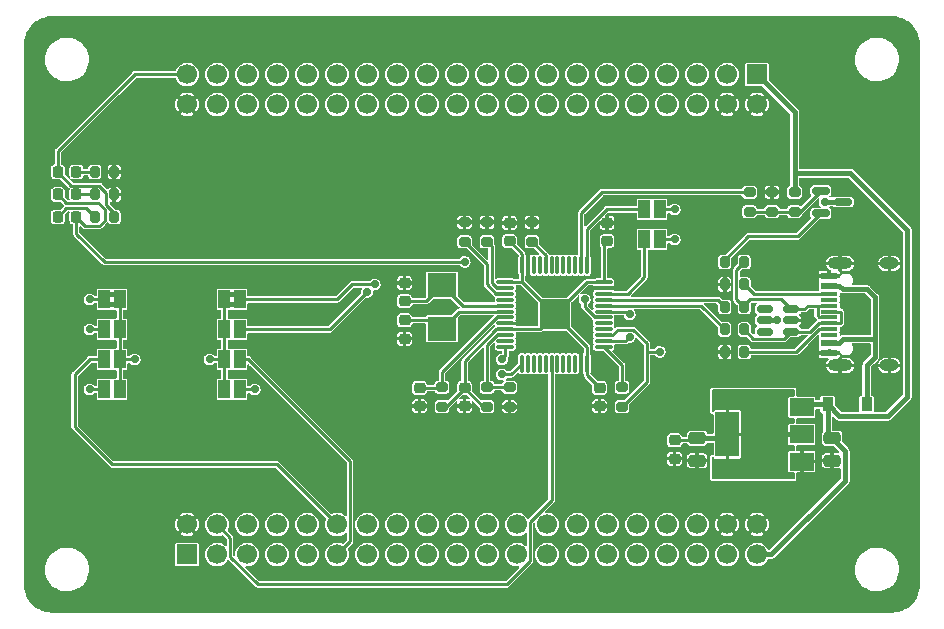
<source format=gbr>
G04 #@! TF.GenerationSoftware,KiCad,Pcbnew,6.0.4+dfsg-1+b1*
G04 #@! TF.CreationDate,2022-05-04T20:28:46+08:00*
G04 #@! TF.ProjectId,prgstl,70726773-746c-42e6-9b69-6361645f7063,a*
G04 #@! TF.SameCoordinates,Original*
G04 #@! TF.FileFunction,Copper,L1,Top*
G04 #@! TF.FilePolarity,Positive*
%FSLAX46Y46*%
G04 Gerber Fmt 4.6, Leading zero omitted, Abs format (unit mm)*
G04 Created by KiCad (PCBNEW 6.0.4+dfsg-1+b1) date 2022-05-04 20:28:46*
%MOMM*%
%LPD*%
G01*
G04 APERTURE LIST*
G04 Aperture macros list*
%AMRoundRect*
0 Rectangle with rounded corners*
0 $1 Rounding radius*
0 $2 $3 $4 $5 $6 $7 $8 $9 X,Y pos of 4 corners*
0 Add a 4 corners polygon primitive as box body*
4,1,4,$2,$3,$4,$5,$6,$7,$8,$9,$2,$3,0*
0 Add four circle primitives for the rounded corners*
1,1,$1+$1,$2,$3*
1,1,$1+$1,$4,$5*
1,1,$1+$1,$6,$7*
1,1,$1+$1,$8,$9*
0 Add four rect primitives between the rounded corners*
20,1,$1+$1,$2,$3,$4,$5,0*
20,1,$1+$1,$4,$5,$6,$7,0*
20,1,$1+$1,$6,$7,$8,$9,0*
20,1,$1+$1,$8,$9,$2,$3,0*%
G04 Aperture macros list end*
G04 #@! TA.AperFunction,ComponentPad*
%ADD10R,1.700000X1.700000*%
G04 #@! TD*
G04 #@! TA.AperFunction,ComponentPad*
%ADD11C,1.700000*%
G04 #@! TD*
G04 #@! TA.AperFunction,SMDPad,CuDef*
%ADD12R,0.900000X1.200000*%
G04 #@! TD*
G04 #@! TA.AperFunction,SMDPad,CuDef*
%ADD13R,1.450000X0.600000*%
G04 #@! TD*
G04 #@! TA.AperFunction,SMDPad,CuDef*
%ADD14R,1.450000X0.300000*%
G04 #@! TD*
G04 #@! TA.AperFunction,ComponentPad*
%ADD15O,2.100000X1.000000*%
G04 #@! TD*
G04 #@! TA.AperFunction,ComponentPad*
%ADD16O,1.600000X1.000000*%
G04 #@! TD*
G04 #@! TA.AperFunction,SMDPad,CuDef*
%ADD17RoundRect,0.225000X0.250000X-0.225000X0.250000X0.225000X-0.250000X0.225000X-0.250000X-0.225000X0*%
G04 #@! TD*
G04 #@! TA.AperFunction,SMDPad,CuDef*
%ADD18RoundRect,0.225000X-0.250000X0.225000X-0.250000X-0.225000X0.250000X-0.225000X0.250000X0.225000X0*%
G04 #@! TD*
G04 #@! TA.AperFunction,SMDPad,CuDef*
%ADD19R,2.000000X1.500000*%
G04 #@! TD*
G04 #@! TA.AperFunction,SMDPad,CuDef*
%ADD20R,2.000000X3.800000*%
G04 #@! TD*
G04 #@! TA.AperFunction,SMDPad,CuDef*
%ADD21RoundRect,0.250000X-0.475000X0.250000X-0.475000X-0.250000X0.475000X-0.250000X0.475000X0.250000X0*%
G04 #@! TD*
G04 #@! TA.AperFunction,SMDPad,CuDef*
%ADD22RoundRect,0.218750X0.218750X0.256250X-0.218750X0.256250X-0.218750X-0.256250X0.218750X-0.256250X0*%
G04 #@! TD*
G04 #@! TA.AperFunction,SMDPad,CuDef*
%ADD23RoundRect,0.200000X-0.200000X-0.275000X0.200000X-0.275000X0.200000X0.275000X-0.200000X0.275000X0*%
G04 #@! TD*
G04 #@! TA.AperFunction,SMDPad,CuDef*
%ADD24RoundRect,0.150000X-0.587500X-0.150000X0.587500X-0.150000X0.587500X0.150000X-0.587500X0.150000X0*%
G04 #@! TD*
G04 #@! TA.AperFunction,SMDPad,CuDef*
%ADD25RoundRect,0.200000X-0.275000X0.200000X-0.275000X-0.200000X0.275000X-0.200000X0.275000X0.200000X0*%
G04 #@! TD*
G04 #@! TA.AperFunction,SMDPad,CuDef*
%ADD26RoundRect,0.200000X0.200000X0.275000X-0.200000X0.275000X-0.200000X-0.275000X0.200000X-0.275000X0*%
G04 #@! TD*
G04 #@! TA.AperFunction,SMDPad,CuDef*
%ADD27R,1.000000X1.500000*%
G04 #@! TD*
G04 #@! TA.AperFunction,SMDPad,CuDef*
%ADD28R,2.400000X2.000000*%
G04 #@! TD*
G04 #@! TA.AperFunction,SMDPad,CuDef*
%ADD29RoundRect,0.075000X-0.662500X-0.075000X0.662500X-0.075000X0.662500X0.075000X-0.662500X0.075000X0*%
G04 #@! TD*
G04 #@! TA.AperFunction,SMDPad,CuDef*
%ADD30RoundRect,0.075000X-0.075000X-0.662500X0.075000X-0.662500X0.075000X0.662500X-0.075000X0.662500X0*%
G04 #@! TD*
G04 #@! TA.AperFunction,SMDPad,CuDef*
%ADD31RoundRect,0.200000X0.275000X-0.200000X0.275000X0.200000X-0.275000X0.200000X-0.275000X-0.200000X0*%
G04 #@! TD*
G04 #@! TA.AperFunction,SMDPad,CuDef*
%ADD32RoundRect,0.150000X0.512500X0.150000X-0.512500X0.150000X-0.512500X-0.150000X0.512500X-0.150000X0*%
G04 #@! TD*
G04 #@! TA.AperFunction,ViaPad*
%ADD33C,0.700000*%
G04 #@! TD*
G04 #@! TA.AperFunction,Conductor*
%ADD34C,0.228600*%
G04 #@! TD*
G04 #@! TA.AperFunction,Conductor*
%ADD35C,0.457200*%
G04 #@! TD*
G04 #@! TA.AperFunction,Conductor*
%ADD36C,0.381000*%
G04 #@! TD*
G04 APERTURE END LIST*
G04 #@! TO.C,JP1*
G36*
X122170000Y-100130000D02*
G01*
X121670000Y-100130000D01*
X121670000Y-99730000D01*
X122170000Y-99730000D01*
X122170000Y-100130000D01*
G37*
G36*
X122170000Y-100930000D02*
G01*
X121670000Y-100930000D01*
X121670000Y-100530000D01*
X122170000Y-100530000D01*
X122170000Y-100930000D01*
G37*
G04 #@! TO.C,JP5*
G36*
X132330000Y-100930000D02*
G01*
X131830000Y-100930000D01*
X131830000Y-100530000D01*
X132330000Y-100530000D01*
X132330000Y-100930000D01*
G37*
G36*
X132330000Y-100130000D02*
G01*
X131830000Y-100130000D01*
X131830000Y-99730000D01*
X132330000Y-99730000D01*
X132330000Y-100130000D01*
G37*
G04 #@! TD*
D10*
G04 #@! TO.P,J2,1,3.3V*
G04 #@! TO.N,+3V3*
X128270000Y-121920000D03*
D11*
G04 #@! TO.P,J2,2,GND*
G04 #@! TO.N,GND*
X128270000Y-119380000D03*
G04 #@! TO.P,J2,3,BO0*
G04 #@! TO.N,unconnected-(J2-Pad3)*
X130810000Y-121920000D03*
G04 #@! TO.P,J2,4,NRST*
G04 #@! TO.N,T_RST*
X130810000Y-119380000D03*
G04 #@! TO.P,J2,5,PC0*
G04 #@! TO.N,unconnected-(J2-Pad5)*
X133350000Y-121920000D03*
G04 #@! TO.P,J2,6,PC1*
G04 #@! TO.N,unconnected-(J2-Pad6)*
X133350000Y-119380000D03*
G04 #@! TO.P,J2,7,PC2*
G04 #@! TO.N,unconnected-(J2-Pad7)*
X135890000Y-121920000D03*
G04 #@! TO.P,J2,8,PC3*
G04 #@! TO.N,unconnected-(J2-Pad8)*
X135890000Y-119380000D03*
G04 #@! TO.P,J2,9,PA0*
G04 #@! TO.N,unconnected-(J2-Pad9)*
X138430000Y-121920000D03*
G04 #@! TO.P,J2,10,PA1*
G04 #@! TO.N,unconnected-(J2-Pad10)*
X138430000Y-119380000D03*
G04 #@! TO.P,J2,11,PA2*
G04 #@! TO.N,USART2_TX*
X140970000Y-121920000D03*
G04 #@! TO.P,J2,12,PA3*
G04 #@! TO.N,USART2_RX*
X140970000Y-119380000D03*
G04 #@! TO.P,J2,13,PA4*
G04 #@! TO.N,unconnected-(J2-Pad13)*
X143510000Y-121920000D03*
G04 #@! TO.P,J2,14,PA5*
G04 #@! TO.N,unconnected-(J2-Pad14)*
X143510000Y-119380000D03*
G04 #@! TO.P,J2,15,PA6*
G04 #@! TO.N,unconnected-(J2-Pad15)*
X146050000Y-121920000D03*
G04 #@! TO.P,J2,16,PA7*
G04 #@! TO.N,unconnected-(J2-Pad16)*
X146050000Y-119380000D03*
G04 #@! TO.P,J2,17,PC4*
G04 #@! TO.N,unconnected-(J2-Pad17)*
X148590000Y-121920000D03*
G04 #@! TO.P,J2,18,PC5*
G04 #@! TO.N,unconnected-(J2-Pad18)*
X148590000Y-119380000D03*
G04 #@! TO.P,J2,19,PB0*
G04 #@! TO.N,unconnected-(J2-Pad19)*
X151130000Y-121920000D03*
G04 #@! TO.P,J2,20,PB1*
G04 #@! TO.N,unconnected-(J2-Pad20)*
X151130000Y-119380000D03*
G04 #@! TO.P,J2,21,PB2*
G04 #@! TO.N,unconnected-(J2-Pad21)*
X153670000Y-121920000D03*
G04 #@! TO.P,J2,22,U0*
G04 #@! TO.N,unconnected-(J2-Pad22)*
X153670000Y-119380000D03*
G04 #@! TO.P,J2,23,PB10*
G04 #@! TO.N,USART3_TX*
X156210000Y-121920000D03*
G04 #@! TO.P,J2,24,PB11*
G04 #@! TO.N,USART3_RX*
X156210000Y-119380000D03*
G04 #@! TO.P,J2,25,PB12*
G04 #@! TO.N,unconnected-(J2-Pad25)*
X158750000Y-121920000D03*
G04 #@! TO.P,J2,26,PB13*
G04 #@! TO.N,unconnected-(J2-Pad26)*
X158750000Y-119380000D03*
G04 #@! TO.P,J2,27,PB14*
G04 #@! TO.N,unconnected-(J2-Pad27)*
X161290000Y-121920000D03*
G04 #@! TO.P,J2,28,PB15*
G04 #@! TO.N,unconnected-(J2-Pad28)*
X161290000Y-119380000D03*
G04 #@! TO.P,J2,29,PC6*
G04 #@! TO.N,unconnected-(J2-Pad29)*
X163830000Y-121920000D03*
G04 #@! TO.P,J2,30,PC7*
G04 #@! TO.N,unconnected-(J2-Pad30)*
X163830000Y-119380000D03*
G04 #@! TO.P,J2,31,PC8*
G04 #@! TO.N,unconnected-(J2-Pad31)*
X166370000Y-121920000D03*
G04 #@! TO.P,J2,32,PC9*
G04 #@! TO.N,unconnected-(J2-Pad32)*
X166370000Y-119380000D03*
G04 #@! TO.P,J2,33,U1*
G04 #@! TO.N,unconnected-(J2-Pad33)*
X168910000Y-121920000D03*
G04 #@! TO.P,J2,34,U2*
G04 #@! TO.N,unconnected-(J2-Pad34)*
X168910000Y-119380000D03*
G04 #@! TO.P,J2,35,U3*
G04 #@! TO.N,unconnected-(J2-Pad35)*
X171450000Y-121920000D03*
G04 #@! TO.P,J2,36,U4*
G04 #@! TO.N,unconnected-(J2-Pad36)*
X171450000Y-119380000D03*
G04 #@! TO.P,J2,37,3.3V*
G04 #@! TO.N,+3V3*
X173990000Y-121920000D03*
G04 #@! TO.P,J2,38,GND*
G04 #@! TO.N,GND*
X173990000Y-119380000D03*
G04 #@! TO.P,J2,39,5V*
G04 #@! TO.N,+5V*
X176530000Y-121920000D03*
G04 #@! TO.P,J2,40,GND*
G04 #@! TO.N,GND*
X176530000Y-119380000D03*
D10*
G04 #@! TO.P,J2,41,5V*
G04 #@! TO.N,+5V*
X176530000Y-81280000D03*
D11*
G04 #@! TO.P,J2,42,GND*
G04 #@! TO.N,GND*
X176530000Y-83820000D03*
G04 #@! TO.P,J2,43,3.3V*
G04 #@! TO.N,+3V3*
X173990000Y-81280000D03*
G04 #@! TO.P,J2,44,GND*
G04 #@! TO.N,GND*
X173990000Y-83820000D03*
G04 #@! TO.P,J2,45,U15*
G04 #@! TO.N,P_CLK*
X171450000Y-81280000D03*
G04 #@! TO.P,J2,46,U16*
G04 #@! TO.N,P_DIO*
X171450000Y-83820000D03*
G04 #@! TO.P,J2,47,U13*
G04 #@! TO.N,unconnected-(J2-Pad47)*
X168910000Y-81280000D03*
G04 #@! TO.P,J2,48,U14*
G04 #@! TO.N,unconnected-(J2-Pad48)*
X168910000Y-83820000D03*
G04 #@! TO.P,J2,49,PA8*
G04 #@! TO.N,unconnected-(J2-Pad49)*
X166370000Y-81280000D03*
G04 #@! TO.P,J2,50,PA9*
G04 #@! TO.N,USART1_TX*
X166370000Y-83820000D03*
G04 #@! TO.P,J2,51,PA10*
G04 #@! TO.N,USART1_RX*
X163830000Y-81280000D03*
G04 #@! TO.P,J2,52,PA11*
G04 #@! TO.N,unconnected-(J2-Pad52)*
X163830000Y-83820000D03*
G04 #@! TO.P,J2,53,PA12*
G04 #@! TO.N,unconnected-(J2-Pad53)*
X161290000Y-81280000D03*
G04 #@! TO.P,J2,54,PA13*
G04 #@! TO.N,T_DIO*
X161290000Y-83820000D03*
G04 #@! TO.P,J2,55,PA14*
G04 #@! TO.N,T_CLK*
X158750000Y-81280000D03*
G04 #@! TO.P,J2,56,PA15*
G04 #@! TO.N,unconnected-(J2-Pad56)*
X158750000Y-83820000D03*
G04 #@! TO.P,J2,57,U11*
G04 #@! TO.N,unconnected-(J2-Pad57)*
X156210000Y-81280000D03*
G04 #@! TO.P,J2,58,U12*
G04 #@! TO.N,unconnected-(J2-Pad58)*
X156210000Y-83820000D03*
G04 #@! TO.P,J2,59,PC10*
G04 #@! TO.N,unconnected-(J2-Pad59)*
X153670000Y-81280000D03*
G04 #@! TO.P,J2,60,PC11*
G04 #@! TO.N,unconnected-(J2-Pad60)*
X153670000Y-83820000D03*
G04 #@! TO.P,J2,61,PC12*
G04 #@! TO.N,unconnected-(J2-Pad61)*
X151130000Y-81280000D03*
G04 #@! TO.P,J2,62,U8*
G04 #@! TO.N,unconnected-(J2-Pad62)*
X151130000Y-83820000D03*
G04 #@! TO.P,J2,63,PD2*
G04 #@! TO.N,unconnected-(J2-Pad63)*
X148590000Y-81280000D03*
G04 #@! TO.P,J2,64,PB3*
G04 #@! TO.N,T_SWO*
X148590000Y-83820000D03*
G04 #@! TO.P,J2,65,PB4*
G04 #@! TO.N,unconnected-(J2-Pad65)*
X146050000Y-81280000D03*
G04 #@! TO.P,J2,66,PB5*
G04 #@! TO.N,unconnected-(J2-Pad66)*
X146050000Y-83820000D03*
G04 #@! TO.P,J2,67,PB6*
G04 #@! TO.N,USART1_TX_ALT*
X143510000Y-81280000D03*
G04 #@! TO.P,J2,68,PB7*
G04 #@! TO.N,USART1_RX_ALT*
X143510000Y-83820000D03*
G04 #@! TO.P,J2,69,PB8*
G04 #@! TO.N,unconnected-(J2-Pad69)*
X140970000Y-81280000D03*
G04 #@! TO.P,J2,70,PB9*
G04 #@! TO.N,unconnected-(J2-Pad70)*
X140970000Y-83820000D03*
G04 #@! TO.P,J2,71,U9*
G04 #@! TO.N,unconnected-(J2-Pad71)*
X138430000Y-81280000D03*
G04 #@! TO.P,J2,72,U10*
G04 #@! TO.N,unconnected-(J2-Pad72)*
X138430000Y-83820000D03*
G04 #@! TO.P,J2,73,PC14*
G04 #@! TO.N,unconnected-(J2-Pad73)*
X135890000Y-81280000D03*
G04 #@! TO.P,J2,74,PC13*
G04 #@! TO.N,unconnected-(J2-Pad74)*
X135890000Y-83820000D03*
G04 #@! TO.P,J2,75,U7*
G04 #@! TO.N,unconnected-(J2-Pad75)*
X133350000Y-81280000D03*
G04 #@! TO.P,J2,76,PC15*
G04 #@! TO.N,unconnected-(J2-Pad76)*
X133350000Y-83820000D03*
G04 #@! TO.P,J2,77,U5*
G04 #@! TO.N,unconnected-(J2-Pad77)*
X130810000Y-81280000D03*
G04 #@! TO.P,J2,78,U6*
G04 #@! TO.N,unconnected-(J2-Pad78)*
X130810000Y-83820000D03*
G04 #@! TO.P,J2,79,3.3V*
G04 #@! TO.N,+3V3*
X128270000Y-81280000D03*
G04 #@! TO.P,J2,80,GND*
G04 #@! TO.N,GND*
X128270000Y-83820000D03*
G04 #@! TD*
D12*
G04 #@! TO.P,D4,1,K*
G04 #@! TO.N,+5V*
X182500000Y-109220000D03*
G04 #@! TO.P,D4,2,A*
G04 #@! TO.N,VBUS*
X185800000Y-109220000D03*
G04 #@! TD*
D13*
G04 #@! TO.P,J1,A1,GND*
G04 #@! TO.N,GND*
X182645000Y-104850000D03*
G04 #@! TO.P,J1,A4,VBUS*
G04 #@! TO.N,VBUS*
X182645000Y-104050000D03*
D14*
G04 #@! TO.P,J1,A5,CC1*
G04 #@! TO.N,Net-(J1-PadA5)*
X182645000Y-102850000D03*
G04 #@! TO.P,J1,A6,D+*
G04 #@! TO.N,Net-(J1-PadA6)*
X182645000Y-101850000D03*
G04 #@! TO.P,J1,A7,D-*
G04 #@! TO.N,Net-(J1-PadA7)*
X182645000Y-101350000D03*
G04 #@! TO.P,J1,A8,SBU1*
G04 #@! TO.N,unconnected-(J1-PadA8)*
X182645000Y-100350000D03*
D13*
G04 #@! TO.P,J1,A9,VBUS*
G04 #@! TO.N,VBUS*
X182645000Y-99150000D03*
G04 #@! TO.P,J1,A12,GND*
G04 #@! TO.N,GND*
X182645000Y-98350000D03*
G04 #@! TO.P,J1,B1,GND*
X182645000Y-98350000D03*
G04 #@! TO.P,J1,B4,VBUS*
G04 #@! TO.N,VBUS*
X182645000Y-99150000D03*
D14*
G04 #@! TO.P,J1,B5,CC2*
G04 #@! TO.N,Net-(J1-PadB5)*
X182645000Y-99850000D03*
G04 #@! TO.P,J1,B6,D+*
G04 #@! TO.N,Net-(J1-PadA6)*
X182645000Y-100850000D03*
G04 #@! TO.P,J1,B7,D-*
G04 #@! TO.N,Net-(J1-PadA7)*
X182645000Y-102350000D03*
G04 #@! TO.P,J1,B8,SBU2*
G04 #@! TO.N,unconnected-(J1-PadB8)*
X182645000Y-103350000D03*
D13*
G04 #@! TO.P,J1,B9,VBUS*
G04 #@! TO.N,VBUS*
X182645000Y-104050000D03*
G04 #@! TO.P,J1,B12,GND*
G04 #@! TO.N,GND*
X182645000Y-104850000D03*
D15*
G04 #@! TO.P,J1,S1,SHIELD*
X183560000Y-97280000D03*
D16*
X187740000Y-97280000D03*
D15*
X183560000Y-105920000D03*
D16*
X187740000Y-105920000D03*
G04 #@! TD*
D17*
G04 #@! TO.P,C3,1*
G04 #@! TO.N,+3V3*
X155575000Y-95390000D03*
G04 #@! TO.P,C3,2*
G04 #@! TO.N,GND*
X155575000Y-93840000D03*
G04 #@! TD*
G04 #@! TO.P,C4,1*
G04 #@! TO.N,+3V3*
X163830000Y-95390000D03*
G04 #@! TO.P,C4,2*
G04 #@! TO.N,GND*
X163830000Y-93840000D03*
G04 #@! TD*
D18*
G04 #@! TO.P,C5,1*
G04 #@! TO.N,+3V3*
X151765000Y-107810000D03*
G04 #@! TO.P,C5,2*
G04 #@! TO.N,GND*
X151765000Y-109360000D03*
G04 #@! TD*
G04 #@! TO.P,C7,1*
G04 #@! TO.N,+3V3*
X163195000Y-107810000D03*
G04 #@! TO.P,C7,2*
G04 #@! TO.N,GND*
X163195000Y-109360000D03*
G04 #@! TD*
D19*
G04 #@! TO.P,U1,1,GND*
G04 #@! TO.N,GND*
X180315000Y-114060000D03*
G04 #@! TO.P,U1,2,VO*
G04 #@! TO.N,+3V3*
X180315000Y-111760000D03*
D20*
X174015000Y-111760000D03*
D19*
G04 #@! TO.P,U1,3,VI*
G04 #@! TO.N,+5V*
X180315000Y-109460000D03*
G04 #@! TD*
D21*
G04 #@! TO.P,C1,1*
G04 #@! TO.N,+5V*
X182880000Y-112080000D03*
G04 #@! TO.P,C1,2*
G04 #@! TO.N,GND*
X182880000Y-113980000D03*
G04 #@! TD*
D22*
G04 #@! TO.P,D1,1,K*
G04 #@! TO.N,Net-(D1-Pad1)*
X118897500Y-89535000D03*
G04 #@! TO.P,D1,2,A*
G04 #@! TO.N,+3V3*
X117322500Y-89535000D03*
G04 #@! TD*
D23*
G04 #@! TO.P,R1,1*
G04 #@! TO.N,Net-(D1-Pad1)*
X120460000Y-89535000D03*
G04 #@! TO.P,R1,2*
G04 #@! TO.N,GND*
X122110000Y-89535000D03*
G04 #@! TD*
D17*
G04 #@! TO.P,C9,1*
G04 #@! TO.N,Net-(C9-Pad1)*
X146685000Y-100470000D03*
G04 #@! TO.P,C9,2*
G04 #@! TO.N,GND*
X146685000Y-98920000D03*
G04 #@! TD*
D18*
G04 #@! TO.P,C10,1*
G04 #@! TO.N,Net-(C10-Pad1)*
X146685000Y-102095000D03*
G04 #@! TO.P,C10,2*
G04 #@! TO.N,GND*
X146685000Y-103645000D03*
G04 #@! TD*
G04 #@! TO.P,C2,1*
G04 #@! TO.N,+3V3*
X169545000Y-112255000D03*
G04 #@! TO.P,C2,2*
G04 #@! TO.N,GND*
X169545000Y-113805000D03*
G04 #@! TD*
D21*
G04 #@! TO.P,C6,1*
G04 #@! TO.N,+3V3*
X171450000Y-112080000D03*
G04 #@! TO.P,C6,2*
G04 #@! TO.N,GND*
X171450000Y-113980000D03*
G04 #@! TD*
D22*
G04 #@! TO.P,D3,1,K*
G04 #@! TO.N,Net-(D3-Pad1)*
X118897500Y-91440000D03*
G04 #@! TO.P,D3,2,A*
G04 #@! TO.N,LED*
X117322500Y-91440000D03*
G04 #@! TD*
D24*
G04 #@! TO.P,Q1,1,B*
G04 #@! TO.N,Net-(Q1-Pad1)*
X181942500Y-91125000D03*
G04 #@! TO.P,Q1,2,E*
G04 #@! TO.N,Net-(Q1-Pad2)*
X181942500Y-93025000D03*
G04 #@! TO.P,Q1,3,C*
G04 #@! TO.N,+3V3*
X183817500Y-92075000D03*
G04 #@! TD*
D25*
G04 #@! TO.P,R16,1*
G04 #@! TO.N,Net-(R16-Pad1)*
X165100000Y-107760000D03*
G04 #@! TO.P,R16,2*
G04 #@! TO.N,T_DIO*
X165100000Y-109410000D03*
G04 #@! TD*
D26*
G04 #@! TO.P,R2,1*
G04 #@! TO.N,+3V3*
X122110000Y-93345000D03*
G04 #@! TO.P,R2,2*
G04 #@! TO.N,Net-(D2-Pad2)*
X120460000Y-93345000D03*
G04 #@! TD*
D23*
G04 #@! TO.P,R3,1*
G04 #@! TO.N,Net-(D3-Pad1)*
X120460000Y-91440000D03*
G04 #@! TO.P,R3,2*
G04 #@! TO.N,GND*
X122110000Y-91440000D03*
G04 #@! TD*
D27*
G04 #@! TO.P,JP1,1,A*
G04 #@! TO.N,T_TX*
X122570000Y-100330000D03*
G04 #@! TO.P,JP1,2,B*
G04 #@! TO.N,USART1_RX*
X121270000Y-100330000D03*
G04 #@! TD*
G04 #@! TO.P,JP2,1,A*
G04 #@! TO.N,T_TX*
X122570000Y-102870000D03*
G04 #@! TO.P,JP2,2,B*
G04 #@! TO.N,USART1_RX_ALT*
X121270000Y-102870000D03*
G04 #@! TD*
G04 #@! TO.P,JP3,1,A*
G04 #@! TO.N,T_TX*
X122570000Y-105410000D03*
G04 #@! TO.P,JP3,2,B*
G04 #@! TO.N,USART2_RX*
X121270000Y-105410000D03*
G04 #@! TD*
G04 #@! TO.P,JP4,1,A*
G04 #@! TO.N,T_TX*
X122570000Y-107950000D03*
G04 #@! TO.P,JP4,2,B*
G04 #@! TO.N,USART3_RX*
X121270000Y-107950000D03*
G04 #@! TD*
G04 #@! TO.P,JP5,1,A*
G04 #@! TO.N,T_RX*
X131430000Y-100330000D03*
G04 #@! TO.P,JP5,2,B*
G04 #@! TO.N,USART1_TX*
X132730000Y-100330000D03*
G04 #@! TD*
G04 #@! TO.P,JP6,1,A*
G04 #@! TO.N,T_RX*
X131430000Y-102870000D03*
G04 #@! TO.P,JP6,2,B*
G04 #@! TO.N,USART1_TX_ALT*
X132730000Y-102870000D03*
G04 #@! TD*
G04 #@! TO.P,JP7,1,A*
G04 #@! TO.N,T_RX*
X131430000Y-105410000D03*
G04 #@! TO.P,JP7,2,B*
G04 #@! TO.N,USART2_TX*
X132730000Y-105410000D03*
G04 #@! TD*
G04 #@! TO.P,JP8,1,A*
G04 #@! TO.N,T_RX*
X131430000Y-107950000D03*
G04 #@! TO.P,JP8,2,B*
G04 #@! TO.N,USART3_TX*
X132730000Y-107950000D03*
G04 #@! TD*
D22*
G04 #@! TO.P,D2,1,K*
G04 #@! TO.N,LED*
X118897500Y-93345000D03*
G04 #@! TO.P,D2,2,A*
G04 #@! TO.N,Net-(D2-Pad2)*
X117322500Y-93345000D03*
G04 #@! TD*
D25*
G04 #@! TO.P,R15,1*
G04 #@! TO.N,GND*
X151765000Y-93790000D03*
G04 #@! TO.P,R15,2*
G04 #@! TO.N,Net-(R15-Pad2)*
X151765000Y-95440000D03*
G04 #@! TD*
D28*
G04 #@! TO.P,Y1,1,1*
G04 #@! TO.N,Net-(C9-Pad1)*
X149860000Y-99115000D03*
G04 #@! TO.P,Y1,2,2*
G04 #@! TO.N,Net-(C10-Pad1)*
X149860000Y-102815000D03*
G04 #@! TD*
D29*
G04 #@! TO.P,U2,1,VBAT*
G04 #@! TO.N,+3V3*
X155222500Y-98850000D03*
G04 #@! TO.P,U2,2,PC13*
G04 #@! TO.N,Net-(R14-Pad1)*
X155222500Y-99350000D03*
G04 #@! TO.P,U2,3,PC14*
G04 #@! TO.N,Net-(R15-Pad2)*
X155222500Y-99850000D03*
G04 #@! TO.P,U2,4,PC15*
G04 #@! TO.N,unconnected-(U2-Pad4)*
X155222500Y-100350000D03*
G04 #@! TO.P,U2,5,PD0*
G04 #@! TO.N,Net-(C9-Pad1)*
X155222500Y-100850000D03*
G04 #@! TO.P,U2,6,PD1*
G04 #@! TO.N,Net-(C10-Pad1)*
X155222500Y-101350000D03*
G04 #@! TO.P,U2,7,NRST*
G04 #@! TO.N,Net-(C8-Pad1)*
X155222500Y-101850000D03*
G04 #@! TO.P,U2,8,VSSA*
G04 #@! TO.N,GND*
X155222500Y-102350000D03*
G04 #@! TO.P,U2,9,VDDA*
G04 #@! TO.N,+3V3*
X155222500Y-102850000D03*
G04 #@! TO.P,U2,10,PA0*
G04 #@! TO.N,Net-(R17-Pad2)*
X155222500Y-103350000D03*
G04 #@! TO.P,U2,11,PA1*
G04 #@! TO.N,unconnected-(U2-Pad11)*
X155222500Y-103850000D03*
G04 #@! TO.P,U2,12,PA2*
G04 #@! TO.N,T_TX*
X155222500Y-104350000D03*
D30*
G04 #@! TO.P,U2,13,PA3*
G04 #@! TO.N,T_RX*
X156635000Y-105762500D03*
G04 #@! TO.P,U2,14,PA4*
G04 #@! TO.N,unconnected-(U2-Pad14)*
X157135000Y-105762500D03*
G04 #@! TO.P,U2,15,PA5*
G04 #@! TO.N,unconnected-(U2-Pad15)*
X157635000Y-105762500D03*
G04 #@! TO.P,U2,16,PA6*
G04 #@! TO.N,unconnected-(U2-Pad16)*
X158135000Y-105762500D03*
G04 #@! TO.P,U2,17,PA7*
G04 #@! TO.N,unconnected-(U2-Pad17)*
X158635000Y-105762500D03*
G04 #@! TO.P,U2,18,PB0*
G04 #@! TO.N,T_RST*
X159135000Y-105762500D03*
G04 #@! TO.P,U2,19,PB1*
G04 #@! TO.N,unconnected-(U2-Pad19)*
X159635000Y-105762500D03*
G04 #@! TO.P,U2,20,PB2*
G04 #@! TO.N,unconnected-(U2-Pad20)*
X160135000Y-105762500D03*
G04 #@! TO.P,U2,21,PB10*
G04 #@! TO.N,unconnected-(U2-Pad21)*
X160635000Y-105762500D03*
G04 #@! TO.P,U2,22,PB11*
G04 #@! TO.N,unconnected-(U2-Pad22)*
X161135000Y-105762500D03*
G04 #@! TO.P,U2,23,VSS*
G04 #@! TO.N,GND*
X161635000Y-105762500D03*
G04 #@! TO.P,U2,24,VDD*
G04 #@! TO.N,+3V3*
X162135000Y-105762500D03*
D29*
G04 #@! TO.P,U2,25,PB12*
G04 #@! TO.N,Net-(R16-Pad1)*
X163547500Y-104350000D03*
G04 #@! TO.P,U2,26,PB13*
G04 #@! TO.N,T_CLK*
X163547500Y-103850000D03*
G04 #@! TO.P,U2,27,PB14*
G04 #@! TO.N,T_DIO*
X163547500Y-103350000D03*
G04 #@! TO.P,U2,28,PB15*
G04 #@! TO.N,unconnected-(U2-Pad28)*
X163547500Y-102850000D03*
G04 #@! TO.P,U2,29,PA8*
G04 #@! TO.N,unconnected-(U2-Pad29)*
X163547500Y-102350000D03*
G04 #@! TO.P,U2,30,PA9*
G04 #@! TO.N,LED*
X163547500Y-101850000D03*
G04 #@! TO.P,U2,31,PA10*
G04 #@! TO.N,T_SWO*
X163547500Y-101350000D03*
G04 #@! TO.P,U2,32,PA11*
G04 #@! TO.N,D-*
X163547500Y-100850000D03*
G04 #@! TO.P,U2,33,PA12*
G04 #@! TO.N,D+*
X163547500Y-100350000D03*
G04 #@! TO.P,U2,34,PA13*
G04 #@! TO.N,DIO*
X163547500Y-99850000D03*
G04 #@! TO.P,U2,35,VSS*
G04 #@! TO.N,GND*
X163547500Y-99350000D03*
G04 #@! TO.P,U2,36,VDD*
G04 #@! TO.N,+3V3*
X163547500Y-98850000D03*
D30*
G04 #@! TO.P,U2,37,PA14*
G04 #@! TO.N,CLK*
X162135000Y-97437500D03*
G04 #@! TO.P,U2,38,PA15*
G04 #@! TO.N,RENUM*
X161635000Y-97437500D03*
G04 #@! TO.P,U2,39,PB3*
G04 #@! TO.N,unconnected-(U2-Pad39)*
X161135000Y-97437500D03*
G04 #@! TO.P,U2,40,PB4*
G04 #@! TO.N,unconnected-(U2-Pad40)*
X160635000Y-97437500D03*
G04 #@! TO.P,U2,41,PB5*
G04 #@! TO.N,unconnected-(U2-Pad41)*
X160135000Y-97437500D03*
G04 #@! TO.P,U2,42,PB6*
G04 #@! TO.N,unconnected-(U2-Pad42)*
X159635000Y-97437500D03*
G04 #@! TO.P,U2,43,PB7*
G04 #@! TO.N,unconnected-(U2-Pad43)*
X159135000Y-97437500D03*
G04 #@! TO.P,U2,44,BOOT0*
G04 #@! TO.N,B0*
X158635000Y-97437500D03*
G04 #@! TO.P,U2,45,PB8*
G04 #@! TO.N,unconnected-(U2-Pad45)*
X158135000Y-97437500D03*
G04 #@! TO.P,U2,46,PB9*
G04 #@! TO.N,unconnected-(U2-Pad46)*
X157635000Y-97437500D03*
G04 #@! TO.P,U2,47,VSS*
G04 #@! TO.N,GND*
X157135000Y-97437500D03*
G04 #@! TO.P,U2,48,VDD*
G04 #@! TO.N,+3V3*
X156635000Y-97437500D03*
G04 #@! TD*
D18*
G04 #@! TO.P,C8,1*
G04 #@! TO.N,Net-(C8-Pad1)*
X147955000Y-107810000D03*
G04 #@! TO.P,C8,2*
G04 #@! TO.N,GND*
X147955000Y-109360000D03*
G04 #@! TD*
D31*
G04 #@! TO.P,R11,1*
G04 #@! TO.N,+3V3*
X149860000Y-109410000D03*
G04 #@! TO.P,R11,2*
G04 #@! TO.N,Net-(C8-Pad1)*
X149860000Y-107760000D03*
G04 #@! TD*
D25*
G04 #@! TO.P,R7,1*
G04 #@! TO.N,+5V*
X179705000Y-91250000D03*
G04 #@! TO.P,R7,2*
G04 #@! TO.N,Net-(Q1-Pad1)*
X179705000Y-92900000D03*
G04 #@! TD*
D31*
G04 #@! TO.P,R8,1*
G04 #@! TO.N,Net-(Q1-Pad1)*
X177800000Y-92900000D03*
G04 #@! TO.P,R8,2*
G04 #@! TO.N,GND*
X177800000Y-91250000D03*
G04 #@! TD*
G04 #@! TO.P,R13,1*
G04 #@! TO.N,B0*
X157480000Y-95440000D03*
G04 #@! TO.P,R13,2*
G04 #@! TO.N,GND*
X157480000Y-93790000D03*
G04 #@! TD*
D25*
G04 #@! TO.P,R12,1*
G04 #@! TO.N,RENUM*
X175895000Y-91250000D03*
G04 #@! TO.P,R12,2*
G04 #@! TO.N,Net-(Q1-Pad1)*
X175895000Y-92900000D03*
G04 #@! TD*
D31*
G04 #@! TO.P,R14,1*
G04 #@! TO.N,Net-(R14-Pad1)*
X153670000Y-95440000D03*
G04 #@! TO.P,R14,2*
G04 #@! TO.N,GND*
X153670000Y-93790000D03*
G04 #@! TD*
G04 #@! TO.P,R17,1*
G04 #@! TO.N,+3V3*
X153670000Y-109410000D03*
G04 #@! TO.P,R17,2*
G04 #@! TO.N,Net-(R17-Pad2)*
X153670000Y-107760000D03*
G04 #@! TD*
D25*
G04 #@! TO.P,R18,1*
G04 #@! TO.N,Net-(R17-Pad2)*
X155575000Y-107760000D03*
G04 #@! TO.P,R18,2*
G04 #@! TO.N,GND*
X155575000Y-109410000D03*
G04 #@! TD*
D32*
G04 #@! TO.P,U3,1,IO1*
G04 #@! TO.N,Net-(J1-PadA7)*
X179445500Y-103058000D03*
G04 #@! TO.P,U3,2,VN*
G04 #@! TO.N,GND*
X179445500Y-102108000D03*
G04 #@! TO.P,U3,3,IO2*
G04 #@! TO.N,Net-(J1-PadA6)*
X179445500Y-101158000D03*
G04 #@! TO.P,U3,4,IO3*
G04 #@! TO.N,unconnected-(U3-Pad4)*
X177170500Y-101158000D03*
G04 #@! TO.P,U3,5,VP*
G04 #@! TO.N,+3V3*
X177170500Y-102108000D03*
G04 #@! TO.P,U3,6,IO4*
G04 #@! TO.N,unconnected-(U3-Pad6)*
X177170500Y-103058000D03*
G04 #@! TD*
D23*
G04 #@! TO.P,R4,1*
G04 #@! TO.N,GND*
X173800000Y-104775000D03*
G04 #@! TO.P,R4,2*
G04 #@! TO.N,Net-(J1-PadA5)*
X175450000Y-104775000D03*
G04 #@! TD*
G04 #@! TO.P,R10,1*
G04 #@! TO.N,D+*
X173800000Y-100965000D03*
G04 #@! TO.P,R10,2*
G04 #@! TO.N,Net-(J1-PadA6)*
X175450000Y-100965000D03*
G04 #@! TD*
G04 #@! TO.P,R9,1*
G04 #@! TO.N,D-*
X173800000Y-102870000D03*
G04 #@! TO.P,R9,2*
G04 #@! TO.N,Net-(J1-PadA7)*
X175450000Y-102870000D03*
G04 #@! TD*
G04 #@! TO.P,R6,1*
G04 #@! TO.N,Net-(Q1-Pad2)*
X173800000Y-97155000D03*
G04 #@! TO.P,R6,2*
G04 #@! TO.N,Net-(J1-PadA6)*
X175450000Y-97155000D03*
G04 #@! TD*
G04 #@! TO.P,R5,1*
G04 #@! TO.N,GND*
X173800000Y-99060000D03*
G04 #@! TO.P,R5,2*
G04 #@! TO.N,Net-(J1-PadB5)*
X175450000Y-99060000D03*
G04 #@! TD*
D27*
G04 #@! TO.P,JP9,1,A*
G04 #@! TO.N,CLK*
X166990000Y-92710000D03*
G04 #@! TO.P,JP9,2,B*
G04 #@! TO.N,P_CLK*
X168290000Y-92710000D03*
G04 #@! TD*
G04 #@! TO.P,JP10,1,A*
G04 #@! TO.N,DIO*
X166990000Y-95250000D03*
G04 #@! TO.P,JP10,2,B*
G04 #@! TO.N,P_DIO*
X168290000Y-95250000D03*
G04 #@! TD*
D33*
G04 #@! TO.N,+3V3*
X178435000Y-109855000D03*
X177165000Y-109855000D03*
X175895000Y-109855000D03*
X175895000Y-113665000D03*
X177165000Y-113665000D03*
X178435000Y-113665000D03*
X158750000Y-100965000D03*
X178435000Y-111760000D03*
X175895000Y-111760000D03*
X177165000Y-111760000D03*
X158750000Y-102235000D03*
X160020000Y-100965000D03*
X182245000Y-92075000D03*
X160020000Y-102235000D03*
X178206400Y-102108000D03*
G04 #@! TO.N,GND*
X156210000Y-114300000D03*
X161290000Y-114300000D03*
X186690000Y-112395000D03*
X157480000Y-87630000D03*
X149860000Y-100965000D03*
X181610000Y-81280000D03*
X151765000Y-102235000D03*
X159385000Y-99695000D03*
X161290000Y-101600000D03*
X185420000Y-102870000D03*
X133985000Y-101600000D03*
X151765000Y-99695000D03*
X180975000Y-102108000D03*
X185420000Y-100330000D03*
X157480000Y-101600000D03*
X186690000Y-114935000D03*
X146685000Y-104775000D03*
X144780000Y-95885000D03*
X159385000Y-103505000D03*
X185420000Y-92075000D03*
X146050000Y-94615000D03*
X164465000Y-97790000D03*
X181610000Y-83820000D03*
X186690000Y-117475000D03*
X186690000Y-86360000D03*
X186690000Y-83820000D03*
X186690000Y-120015000D03*
X118110000Y-118745000D03*
X146685000Y-97790000D03*
X139700000Y-101600000D03*
X118110000Y-114935000D03*
G04 #@! TO.N,LED*
X151765000Y-97155000D03*
X161925000Y-100330000D03*
G04 #@! TO.N,T_DIO*
X168275000Y-104775000D03*
G04 #@! TO.N,T_SWO*
X165735000Y-101600000D03*
G04 #@! TO.N,T_CLK*
X165735000Y-103505000D03*
G04 #@! TO.N,T_RX*
X130175000Y-105410000D03*
X154940000Y-106680000D03*
G04 #@! TO.N,T_TX*
X154940000Y-105410000D03*
X123825000Y-105410000D03*
G04 #@! TO.N,USART3_TX*
X133985000Y-107950000D03*
G04 #@! TO.N,USART3_RX*
X120015000Y-107950000D03*
G04 #@! TO.N,USART1_TX*
X144145000Y-99060000D03*
G04 #@! TO.N,USART1_RX*
X120015000Y-100330000D03*
G04 #@! TO.N,USART1_TX_ALT*
X143510000Y-99695000D03*
G04 #@! TO.N,USART1_RX_ALT*
X120015000Y-102870000D03*
G04 #@! TO.N,P_CLK*
X169545000Y-92710000D03*
G04 #@! TO.N,P_DIO*
X169545000Y-95250000D03*
G04 #@! TD*
D34*
G04 #@! TO.N,+3V3*
X151765000Y-105547916D02*
X154462916Y-102850000D01*
X117322500Y-89535000D02*
X117322500Y-87790000D01*
D35*
X158750000Y-102235000D02*
X158750000Y-100965000D01*
D34*
X151765000Y-105547916D02*
X151765000Y-107810000D01*
X158135000Y-102850000D02*
X158750000Y-102235000D01*
X160020000Y-100965000D02*
X162135000Y-98850000D01*
D35*
X160020000Y-100965000D02*
X160020000Y-102235000D01*
D34*
X156635000Y-98850000D02*
X155222500Y-98850000D01*
X156635000Y-97437500D02*
X156635000Y-96450000D01*
X154462916Y-102850000D02*
X155222500Y-102850000D01*
X120852624Y-90698290D02*
X121443780Y-91289446D01*
X162135000Y-105762500D02*
X162135000Y-106750000D01*
X163547500Y-98850000D02*
X163547500Y-95672500D01*
X117322500Y-89535000D02*
X118485790Y-90698290D01*
X117322500Y-87790000D02*
X123832500Y-81280000D01*
X162135000Y-106750000D02*
X163195000Y-107810000D01*
X162135000Y-98850000D02*
X163547500Y-98850000D01*
X158750000Y-100965000D02*
X156635000Y-98850000D01*
D35*
X158750000Y-100965000D02*
X160020000Y-100965000D01*
X171450000Y-112080000D02*
X173695000Y-112080000D01*
X183817500Y-92075000D02*
X182245000Y-92075000D01*
D34*
X128270000Y-81280000D02*
X123832500Y-81280000D01*
D35*
X160020000Y-102235000D02*
X158750000Y-102235000D01*
D34*
X162135000Y-104350000D02*
X162135000Y-105762500D01*
X121443780Y-91289446D02*
X121443780Y-92330657D01*
X121443780Y-92330657D02*
X122110000Y-92996877D01*
X156635000Y-98850000D02*
X156635000Y-97437500D01*
D36*
X177170500Y-102108000D02*
X178206400Y-102108000D01*
D34*
X150165000Y-109410000D02*
X151765000Y-107810000D01*
X118485790Y-90698290D02*
X120852624Y-90698290D01*
X169545000Y-112255000D02*
X171275000Y-112255000D01*
X160020000Y-102235000D02*
X162135000Y-104350000D01*
D35*
X178435000Y-111760000D02*
X180315000Y-111760000D01*
D34*
X155222500Y-102850000D02*
X158135000Y-102850000D01*
X153365000Y-109410000D02*
X151765000Y-107810000D01*
X122110000Y-92996877D02*
X122110000Y-93345000D01*
X156635000Y-96450000D02*
X155575000Y-95390000D01*
D35*
G04 #@! TO.N,+5V*
X182500000Y-109220000D02*
X182500000Y-111700000D01*
X176530000Y-81280000D02*
X179705000Y-84455000D01*
X177732081Y-121920000D02*
X183986010Y-115666071D01*
X182500000Y-111700000D02*
X182880000Y-112080000D01*
X183986010Y-113186010D02*
X182880000Y-112080000D01*
X179705000Y-89645000D02*
X179705000Y-91250000D01*
X184435000Y-89645000D02*
X189210000Y-94420000D01*
X189210000Y-94420000D02*
X189230000Y-94420000D01*
X187613999Y-110201001D02*
X183481001Y-110201001D01*
X189230000Y-94420000D02*
X189230000Y-108585000D01*
X183986010Y-115666071D02*
X183986010Y-113186010D01*
X189230000Y-108585000D02*
X187613999Y-110201001D01*
X179705000Y-84455000D02*
X179705000Y-89645000D01*
X179705000Y-89645000D02*
X184435000Y-89645000D01*
X182500000Y-109220000D02*
X180555000Y-109220000D01*
X176530000Y-121920000D02*
X177732081Y-121920000D01*
X183481001Y-110201001D02*
X182500000Y-109220000D01*
D36*
G04 #@! TO.N,VBUS*
X183448096Y-104050000D02*
X182645000Y-104050000D01*
X186500000Y-103660000D02*
X186500000Y-105180000D01*
X186500000Y-100110000D02*
X186500000Y-103660000D01*
X183838096Y-103660000D02*
X183448096Y-104050000D01*
X182645000Y-99150000D02*
X183448096Y-99150000D01*
X183778096Y-99480000D02*
X185870000Y-99480000D01*
X183448096Y-99150000D02*
X183778096Y-99480000D01*
X185870000Y-99480000D02*
X186500000Y-100110000D01*
X185800000Y-105880000D02*
X185800000Y-109220000D01*
X186500000Y-103660000D02*
X183838096Y-103660000D01*
X186500000Y-105180000D02*
X185800000Y-105880000D01*
D34*
G04 #@! TO.N,Net-(C10-Pad1)*
X151325000Y-101350000D02*
X149860000Y-102815000D01*
X155222500Y-101350000D02*
X151325000Y-101350000D01*
X146685000Y-102095000D02*
X149140000Y-102095000D01*
G04 #@! TO.N,Net-(J1-PadA5)*
X182645000Y-102850000D02*
X181789938Y-102850000D01*
X181789938Y-102850000D02*
X179864938Y-104775000D01*
X179864938Y-104775000D02*
X175450000Y-104775000D01*
G04 #@! TO.N,Net-(J1-PadA7)*
X183598600Y-102350000D02*
X182645000Y-102350000D01*
X183598600Y-101350000D02*
X183636211Y-101387611D01*
X178816299Y-103649701D02*
X179408000Y-103058000D01*
X181751108Y-102350000D02*
X182645000Y-102350000D01*
X182645000Y-101350000D02*
X183598600Y-101350000D01*
X179408000Y-103058000D02*
X181043108Y-103058000D01*
X183636211Y-101387611D02*
X183636211Y-102312389D01*
X183636211Y-102312389D02*
X183598600Y-102350000D01*
X181043108Y-103058000D02*
X181751108Y-102350000D01*
X175450000Y-102870000D02*
X176229701Y-103649701D01*
X176229701Y-103649701D02*
X178816299Y-103649701D01*
G04 #@! TO.N,Net-(J1-PadA6)*
X174783290Y-97821710D02*
X174783290Y-100298290D01*
X175450000Y-100775000D02*
X175895000Y-100330000D01*
X174783290Y-100298290D02*
X175450000Y-100965000D01*
X181653299Y-100888101D02*
X181653299Y-101713361D01*
X182645000Y-100850000D02*
X181691400Y-100850000D01*
X179445500Y-101158000D02*
X180542000Y-101158000D01*
X178580000Y-100330000D02*
X179408000Y-101158000D01*
X181691400Y-100850000D02*
X181653299Y-100888101D01*
X181653299Y-101713361D02*
X181789938Y-101850000D01*
X181789938Y-101850000D02*
X182645000Y-101850000D01*
X175450000Y-97155000D02*
X174783290Y-97821710D01*
X175895000Y-100330000D02*
X178580000Y-100330000D01*
X180542000Y-101158000D02*
X180850000Y-100850000D01*
X181691400Y-100850000D02*
X180850000Y-100850000D01*
G04 #@! TO.N,Net-(J1-PadB5)*
X182645000Y-99850000D02*
X176240000Y-99850000D01*
X176240000Y-99850000D02*
X175450000Y-99060000D01*
G04 #@! TO.N,LED*
X118063720Y-92181220D02*
X117322500Y-91440000D01*
X118897500Y-94767500D02*
X121285000Y-97155000D01*
X119638720Y-94086220D02*
X120853114Y-94086220D01*
X118897500Y-93345000D02*
X118897500Y-94767500D01*
X162810000Y-101850000D02*
X161925000Y-100965000D01*
X118897500Y-93345000D02*
X119638720Y-94086220D01*
X161925000Y-100965000D02*
X161925000Y-100330000D01*
X120853114Y-94086220D02*
X121285000Y-93654334D01*
X163547500Y-101850000D02*
X162810000Y-101850000D01*
X121285000Y-93654334D02*
X121285000Y-92710000D01*
X151765000Y-97155000D02*
X121285000Y-97155000D01*
X120756220Y-92181220D02*
X118063720Y-92181220D01*
X121285000Y-92710000D02*
X120756220Y-92181220D01*
G04 #@! TO.N,Net-(Q1-Pad2)*
X179971500Y-94996000D02*
X181942500Y-93025000D01*
X173800000Y-96964000D02*
X175768000Y-94996000D01*
X175768000Y-94996000D02*
X179971500Y-94996000D01*
G04 #@! TO.N,Net-(Q1-Pad1)*
X175895000Y-92900000D02*
X177800000Y-92900000D01*
X179705000Y-92900000D02*
X180167500Y-92900000D01*
X180167500Y-92900000D02*
X181942500Y-91125000D01*
X177800000Y-92900000D02*
X179705000Y-92900000D01*
G04 #@! TO.N,D-*
X171780000Y-100850000D02*
X173800000Y-102870000D01*
X163547500Y-100850000D02*
X171780000Y-100850000D01*
G04 #@! TO.N,D+*
X163547500Y-100350000D02*
X173185000Y-100350000D01*
X173185000Y-100350000D02*
X173800000Y-100965000D01*
G04 #@! TO.N,B0*
X158635000Y-96595000D02*
X157480000Y-95440000D01*
X158635000Y-97437500D02*
X158635000Y-96595000D01*
G04 #@! TO.N,RENUM*
X161635000Y-97437500D02*
X161635000Y-93000000D01*
X161635000Y-93000000D02*
X163385000Y-91250000D01*
X163385000Y-91250000D02*
X175895000Y-91250000D01*
G04 #@! TO.N,T_DIO*
X167195000Y-104775000D02*
X168275000Y-104775000D01*
X166031018Y-102888298D02*
X164746702Y-102888298D01*
X164285000Y-103350000D02*
X163547500Y-103350000D01*
X167195000Y-104052280D02*
X166031018Y-102888298D01*
X164746702Y-102888298D02*
X164285000Y-103350000D01*
X167195000Y-104775000D02*
X167195000Y-104052280D01*
X167195000Y-104775000D02*
X167195000Y-107315000D01*
X167195000Y-107315000D02*
X165100000Y-109410000D01*
G04 #@! TO.N,Net-(R14-Pad1)*
X155222500Y-99350000D02*
X154501746Y-99350000D01*
X154501746Y-99350000D02*
X154051011Y-98899265D01*
X154051011Y-98899265D02*
X154051011Y-95821011D01*
X154051011Y-95821011D02*
X153670000Y-95440000D01*
G04 #@! TO.N,CLK*
X163789614Y-92710000D02*
X166990000Y-92710000D01*
X162135000Y-94364614D02*
X163789614Y-92710000D01*
X162135000Y-97437500D02*
X162135000Y-94364614D01*
G04 #@! TO.N,DIO*
X166990000Y-98440000D02*
X166990000Y-95250000D01*
X163547500Y-99850000D02*
X165580000Y-99850000D01*
X165580000Y-99850000D02*
X166990000Y-98440000D01*
G04 #@! TO.N,T_SWO*
X163547500Y-101350000D02*
X165485000Y-101350000D01*
X165485000Y-101350000D02*
X165735000Y-101600000D01*
G04 #@! TO.N,T_CLK*
X165390000Y-103850000D02*
X165735000Y-103505000D01*
X163547500Y-103850000D02*
X165390000Y-103850000D01*
G04 #@! TO.N,T_RST*
X159135000Y-117342282D02*
X157326701Y-119150581D01*
X134237282Y-124460000D02*
X131926701Y-122149419D01*
X155322718Y-124460000D02*
X134237282Y-124460000D01*
X157326701Y-122456017D02*
X155322718Y-124460000D01*
X159135000Y-105762500D02*
X159135000Y-117342282D01*
X131926701Y-120496701D02*
X130810000Y-119380000D01*
X157326701Y-119150581D02*
X157326701Y-122456017D01*
X131926701Y-122149419D02*
X131926701Y-120496701D01*
G04 #@! TO.N,T_RX*
X131430000Y-105410000D02*
X131430000Y-102870000D01*
X131430000Y-102870000D02*
X131430000Y-100330000D01*
X154940000Y-106680000D02*
X155717500Y-106680000D01*
X130175000Y-105410000D02*
X131430000Y-105410000D01*
X155717500Y-106680000D02*
X156635000Y-105762500D01*
X131430000Y-105410000D02*
X131430000Y-107950000D01*
G04 #@! TO.N,T_TX*
X123825000Y-105410000D02*
X122570000Y-105410000D01*
X155222500Y-104350000D02*
X155222500Y-105127500D01*
X122570000Y-100330000D02*
X122570000Y-102870000D01*
X155222500Y-105127500D02*
X154940000Y-105410000D01*
X122570000Y-105410000D02*
X122570000Y-107950000D01*
X122570000Y-102870000D02*
X122570000Y-105410000D01*
G04 #@! TO.N,Net-(R17-Pad2)*
X153670000Y-104181746D02*
X154501746Y-103350000D01*
X153670000Y-107760000D02*
X155575000Y-107760000D01*
X154501746Y-103350000D02*
X155222500Y-103350000D01*
X153670000Y-107760000D02*
X153670000Y-104181746D01*
G04 #@! TO.N,USART2_TX*
X132730000Y-105410000D02*
X133458600Y-105410000D01*
X133458600Y-105410000D02*
X142086701Y-114038101D01*
X142086701Y-120803299D02*
X140970000Y-121920000D01*
X142086701Y-114038101D02*
X142086701Y-120803299D01*
G04 #@! TO.N,USART2_RX*
X120015000Y-105410000D02*
X118745000Y-106680000D01*
X121920000Y-114300000D02*
X135890000Y-114300000D01*
X118745000Y-106680000D02*
X118745000Y-111125000D01*
X121270000Y-105410000D02*
X120015000Y-105410000D01*
X118745000Y-111125000D02*
X121920000Y-114300000D01*
X135890000Y-114300000D02*
X140970000Y-119380000D01*
G04 #@! TO.N,USART3_TX*
X133985000Y-107950000D02*
X132730000Y-107950000D01*
G04 #@! TO.N,USART3_RX*
X120015000Y-107950000D02*
X121270000Y-107950000D01*
G04 #@! TO.N,USART1_TX*
X140970000Y-100330000D02*
X142240000Y-99060000D01*
X132730000Y-100330000D02*
X140970000Y-100330000D01*
X142240000Y-99060000D02*
X144145000Y-99060000D01*
G04 #@! TO.N,USART1_RX*
X121270000Y-100330000D02*
X120015000Y-100330000D01*
G04 #@! TO.N,USART1_TX_ALT*
X140335000Y-102870000D02*
X143510000Y-99695000D01*
X132730000Y-102870000D02*
X140335000Y-102870000D01*
G04 #@! TO.N,USART1_RX_ALT*
X121270000Y-102870000D02*
X120015000Y-102870000D01*
G04 #@! TO.N,Net-(C8-Pad1)*
X154485000Y-101850000D02*
X155222500Y-101850000D01*
X147955000Y-107810000D02*
X149810000Y-107810000D01*
X149860000Y-107760000D02*
X149860000Y-106475000D01*
X149860000Y-106475000D02*
X154485000Y-101850000D01*
G04 #@! TO.N,Net-(C9-Pad1)*
X151595000Y-100850000D02*
X149860000Y-99115000D01*
X146685000Y-100470000D02*
X148505000Y-100470000D01*
X155222500Y-100850000D02*
X151595000Y-100850000D01*
X148505000Y-100470000D02*
X149860000Y-99115000D01*
G04 #@! TO.N,Net-(D1-Pad1)*
X118897500Y-89535000D02*
X120460000Y-89535000D01*
G04 #@! TO.N,Net-(D2-Pad2)*
X120460000Y-93345000D02*
X119718780Y-92603780D01*
X119718780Y-92603780D02*
X118063720Y-92603780D01*
X118063720Y-92603780D02*
X117322500Y-93345000D01*
G04 #@! TO.N,Net-(D3-Pad1)*
X118897500Y-91440000D02*
X120460000Y-91440000D01*
G04 #@! TO.N,Net-(R15-Pad2)*
X155222500Y-99850000D02*
X154462916Y-99850000D01*
X153670000Y-99057084D02*
X153670000Y-97345000D01*
X153670000Y-97345000D02*
X151765000Y-95440000D01*
X154462916Y-99850000D02*
X153670000Y-99057084D01*
G04 #@! TO.N,Net-(R16-Pad1)*
X165100000Y-105902500D02*
X163547500Y-104350000D01*
X165100000Y-107760000D02*
X165100000Y-105902500D01*
G04 #@! TO.N,P_CLK*
X168290000Y-92710000D02*
X169545000Y-92710000D01*
G04 #@! TO.N,P_DIO*
X168290000Y-95250000D02*
X169545000Y-95250000D01*
G04 #@! TD*
G04 #@! TA.AperFunction,Conductor*
G04 #@! TO.N,+3V3*
G36*
X179678138Y-107967593D02*
G01*
X179703858Y-108012142D01*
X179705000Y-108025200D01*
X179705000Y-108481901D01*
X179687407Y-108530239D01*
X179642858Y-108555959D01*
X179629802Y-108557101D01*
X179299944Y-108557101D01*
X179255342Y-108565972D01*
X179204766Y-108599766D01*
X179170972Y-108650342D01*
X179162100Y-108694943D01*
X179162101Y-110225056D01*
X179170972Y-110269658D01*
X179204766Y-110320234D01*
X179210923Y-110324348D01*
X179249183Y-110349913D01*
X179249184Y-110349914D01*
X179255342Y-110354028D01*
X179299943Y-110362900D01*
X179629800Y-110362900D01*
X179678138Y-110380493D01*
X179703858Y-110425042D01*
X179705000Y-110438100D01*
X179705000Y-110782400D01*
X179687407Y-110830738D01*
X179642858Y-110856458D01*
X179629800Y-110857600D01*
X179303684Y-110857600D01*
X179296363Y-110858321D01*
X179262802Y-110864997D01*
X179249377Y-110870558D01*
X179211280Y-110896014D01*
X179201014Y-110906280D01*
X179175558Y-110944377D01*
X179169997Y-110957802D01*
X179163321Y-110991363D01*
X179162600Y-110998684D01*
X179162600Y-111594341D01*
X179166297Y-111604498D01*
X179171669Y-111607600D01*
X179705000Y-111607600D01*
X179705000Y-111912400D01*
X179175859Y-111912400D01*
X179165702Y-111916097D01*
X179162600Y-111921469D01*
X179162600Y-112521316D01*
X179163321Y-112528637D01*
X179169997Y-112562198D01*
X179175558Y-112575623D01*
X179201014Y-112613720D01*
X179211280Y-112623986D01*
X179249377Y-112649442D01*
X179262802Y-112655003D01*
X179296363Y-112661679D01*
X179303684Y-112662400D01*
X179629800Y-112662400D01*
X179678138Y-112679993D01*
X179703858Y-112724542D01*
X179705000Y-112737600D01*
X179705000Y-113081901D01*
X179687407Y-113130239D01*
X179642858Y-113155959D01*
X179629802Y-113157101D01*
X179299944Y-113157101D01*
X179255342Y-113165972D01*
X179204766Y-113199766D01*
X179170972Y-113250342D01*
X179162100Y-113294943D01*
X179162101Y-114825056D01*
X179170972Y-114869658D01*
X179204766Y-114920234D01*
X179210923Y-114924348D01*
X179249183Y-114949913D01*
X179249184Y-114949914D01*
X179255342Y-114954028D01*
X179299943Y-114962900D01*
X179629800Y-114962900D01*
X179678138Y-114980493D01*
X179703858Y-115025042D01*
X179705000Y-115038100D01*
X179705000Y-115494800D01*
X179687407Y-115543138D01*
X179642858Y-115568858D01*
X179629800Y-115570000D01*
X172795200Y-115570000D01*
X172746862Y-115552407D01*
X172721142Y-115507858D01*
X172720000Y-115494800D01*
X172720000Y-113721632D01*
X172737593Y-113673294D01*
X172782142Y-113647574D01*
X172832800Y-113656507D01*
X172865865Y-113695912D01*
X172868955Y-113706961D01*
X172869997Y-113712198D01*
X172875558Y-113725623D01*
X172901014Y-113763720D01*
X172911280Y-113773986D01*
X172949377Y-113799442D01*
X172962802Y-113805003D01*
X172996363Y-113811679D01*
X173003684Y-113812400D01*
X173849341Y-113812400D01*
X173859498Y-113808703D01*
X173862600Y-113803331D01*
X173862600Y-113799141D01*
X174167400Y-113799141D01*
X174171097Y-113809298D01*
X174176469Y-113812400D01*
X175026316Y-113812400D01*
X175033637Y-113811679D01*
X175067198Y-113805003D01*
X175080623Y-113799442D01*
X175118720Y-113773986D01*
X175128986Y-113763720D01*
X175154442Y-113725623D01*
X175160003Y-113712198D01*
X175166679Y-113678637D01*
X175167400Y-113671316D01*
X175167400Y-111925659D01*
X175163703Y-111915502D01*
X175158331Y-111912400D01*
X174180659Y-111912400D01*
X174170502Y-111916097D01*
X174167400Y-111921469D01*
X174167400Y-113799141D01*
X173862600Y-113799141D01*
X173862600Y-111594341D01*
X174167400Y-111594341D01*
X174171097Y-111604498D01*
X174176469Y-111607600D01*
X175154141Y-111607600D01*
X175164298Y-111603903D01*
X175167400Y-111598531D01*
X175167400Y-109848684D01*
X175166679Y-109841363D01*
X175160003Y-109807802D01*
X175154442Y-109794377D01*
X175128986Y-109756280D01*
X175118720Y-109746014D01*
X175080623Y-109720558D01*
X175067198Y-109714997D01*
X175033637Y-109708321D01*
X175026316Y-109707600D01*
X174180659Y-109707600D01*
X174170502Y-109711297D01*
X174167400Y-109716669D01*
X174167400Y-111594341D01*
X173862600Y-111594341D01*
X173862600Y-109720859D01*
X173858903Y-109710702D01*
X173853531Y-109707600D01*
X173003684Y-109707600D01*
X172996363Y-109708321D01*
X172962802Y-109714997D01*
X172949377Y-109720558D01*
X172911280Y-109746014D01*
X172901014Y-109756280D01*
X172875558Y-109794377D01*
X172869997Y-109807802D01*
X172868955Y-109813039D01*
X172842269Y-109857015D01*
X172793560Y-109873550D01*
X172745617Y-109854906D01*
X172720875Y-109809808D01*
X172720000Y-109798368D01*
X172720000Y-108025200D01*
X172737593Y-107976862D01*
X172782142Y-107951142D01*
X172795200Y-107950000D01*
X179629800Y-107950000D01*
X179678138Y-107967593D01*
G37*
G04 #@! TD.AperFunction*
G04 #@! TD*
G04 #@! TA.AperFunction,Conductor*
G04 #@! TO.N,+3V3*
G36*
X160628138Y-100347593D02*
G01*
X160653858Y-100392142D01*
X160655000Y-100405200D01*
X160655000Y-102794800D01*
X160637407Y-102843138D01*
X160592858Y-102868858D01*
X160579800Y-102870000D01*
X158190200Y-102870000D01*
X158141862Y-102852407D01*
X158116142Y-102807858D01*
X158115000Y-102794800D01*
X158115000Y-100405200D01*
X158132593Y-100356862D01*
X158177142Y-100331142D01*
X158190200Y-100330000D01*
X160579800Y-100330000D01*
X160628138Y-100347593D01*
G37*
G04 #@! TD.AperFunction*
G04 #@! TD*
G04 #@! TA.AperFunction,Conductor*
G04 #@! TO.N,GND*
G36*
X187949431Y-76355462D02*
G01*
X187950435Y-76355731D01*
X187960000Y-76358294D01*
X187969563Y-76355731D01*
X187977737Y-76355731D01*
X187988622Y-76354631D01*
X188243197Y-76370031D01*
X188252211Y-76371126D01*
X188526794Y-76421445D01*
X188535611Y-76423618D01*
X188655380Y-76460939D01*
X188802138Y-76506671D01*
X188810618Y-76509887D01*
X189065194Y-76624462D01*
X189073230Y-76628679D01*
X189312146Y-76773109D01*
X189319605Y-76778258D01*
X189539361Y-76950426D01*
X189546158Y-76956448D01*
X189743552Y-77153842D01*
X189749574Y-77160639D01*
X189921742Y-77380395D01*
X189926891Y-77387854D01*
X190036854Y-77569754D01*
X190071320Y-77626768D01*
X190075538Y-77634806D01*
X190172025Y-77849190D01*
X190190111Y-77889376D01*
X190193331Y-77897867D01*
X190276382Y-78164389D01*
X190278555Y-78173206D01*
X190328874Y-78447789D01*
X190329969Y-78456803D01*
X190345369Y-78711378D01*
X190344269Y-78722263D01*
X190344269Y-78730437D01*
X190341706Y-78740000D01*
X190344268Y-78749562D01*
X190344538Y-78750569D01*
X190347100Y-78770032D01*
X190347100Y-124429968D01*
X190344538Y-124449430D01*
X190341706Y-124460000D01*
X190344269Y-124469563D01*
X190344269Y-124477737D01*
X190345369Y-124488622D01*
X190329969Y-124743197D01*
X190328874Y-124752211D01*
X190278555Y-125026794D01*
X190276382Y-125035611D01*
X190193331Y-125302133D01*
X190190113Y-125310618D01*
X190075540Y-125565191D01*
X190071321Y-125573230D01*
X189926891Y-125812146D01*
X189921742Y-125819605D01*
X189749574Y-126039361D01*
X189743552Y-126046158D01*
X189546158Y-126243552D01*
X189539361Y-126249574D01*
X189319605Y-126421742D01*
X189312146Y-126426891D01*
X189073232Y-126571320D01*
X189065194Y-126575538D01*
X188810618Y-126690113D01*
X188802138Y-126693329D01*
X188655380Y-126739061D01*
X188535611Y-126776382D01*
X188526794Y-126778555D01*
X188252211Y-126828874D01*
X188243197Y-126829969D01*
X187988622Y-126845369D01*
X187977737Y-126844269D01*
X187969563Y-126844269D01*
X187960000Y-126841706D01*
X187950438Y-126844268D01*
X187949431Y-126844538D01*
X187929968Y-126847100D01*
X116870032Y-126847100D01*
X116850569Y-126844538D01*
X116849562Y-126844268D01*
X116840000Y-126841706D01*
X116830437Y-126844269D01*
X116822263Y-126844269D01*
X116811378Y-126845369D01*
X116556803Y-126829969D01*
X116547789Y-126828874D01*
X116273206Y-126778555D01*
X116264389Y-126776382D01*
X116144620Y-126739061D01*
X115997862Y-126693329D01*
X115989382Y-126690113D01*
X115734806Y-126575538D01*
X115726768Y-126571320D01*
X115487854Y-126426891D01*
X115480395Y-126421742D01*
X115260639Y-126249574D01*
X115253842Y-126243552D01*
X115056448Y-126046158D01*
X115050426Y-126039361D01*
X114878258Y-125819605D01*
X114873109Y-125812146D01*
X114728679Y-125573230D01*
X114724460Y-125565191D01*
X114609887Y-125310618D01*
X114606669Y-125302133D01*
X114523618Y-125035611D01*
X114521445Y-125026794D01*
X114471126Y-124752211D01*
X114470031Y-124743197D01*
X114454631Y-124488622D01*
X114455731Y-124477737D01*
X114455731Y-124469563D01*
X114458294Y-124460000D01*
X114455462Y-124449430D01*
X114452900Y-124429968D01*
X114452900Y-123232095D01*
X116255028Y-123232095D01*
X116255287Y-123234809D01*
X116255287Y-123234813D01*
X116272840Y-123418793D01*
X116280534Y-123499431D01*
X116344364Y-123760285D01*
X116445182Y-124009192D01*
X116446557Y-124011540D01*
X116552522Y-124192514D01*
X116580875Y-124240938D01*
X116748601Y-124450669D01*
X116750595Y-124452531D01*
X116750598Y-124452535D01*
X116776170Y-124476423D01*
X116944846Y-124633991D01*
X117165499Y-124787064D01*
X117167933Y-124788275D01*
X117167940Y-124788279D01*
X117403491Y-124905463D01*
X117403495Y-124905465D01*
X117405938Y-124906680D01*
X117661126Y-124990335D01*
X117663810Y-124990801D01*
X117663814Y-124990802D01*
X117923452Y-125035883D01*
X117923456Y-125035883D01*
X117925717Y-125036276D01*
X118010567Y-125040500D01*
X118178223Y-125040500D01*
X118377846Y-125026016D01*
X118640080Y-124968120D01*
X118642622Y-124967157D01*
X118642625Y-124967156D01*
X118888664Y-124873940D01*
X118891211Y-124872975D01*
X119048674Y-124785512D01*
X119123587Y-124743901D01*
X119125976Y-124742574D01*
X119139260Y-124732436D01*
X119337294Y-124581302D01*
X119337298Y-124581298D01*
X119339458Y-124579650D01*
X119527185Y-124387614D01*
X119528790Y-124385409D01*
X119683621Y-124172695D01*
X119683622Y-124172693D01*
X119685225Y-124170491D01*
X119770089Y-124009192D01*
X119808998Y-123935237D01*
X119809000Y-123935232D01*
X119810265Y-123932828D01*
X119899688Y-123679603D01*
X119951620Y-123416122D01*
X119964972Y-123147905D01*
X119953395Y-123026557D01*
X119939725Y-122883281D01*
X119939724Y-122883278D01*
X119939466Y-122880569D01*
X119937878Y-122874077D01*
X119896033Y-122703071D01*
X119875636Y-122619715D01*
X119851560Y-122560273D01*
X119775838Y-122373326D01*
X119775837Y-122373325D01*
X119774818Y-122370808D01*
X119694421Y-122233500D01*
X119640503Y-122141415D01*
X119640501Y-122141412D01*
X119639125Y-122139062D01*
X119606489Y-122098252D01*
X119520266Y-121990436D01*
X119471399Y-121929331D01*
X119469405Y-121927469D01*
X119469402Y-121927465D01*
X119277145Y-121747869D01*
X119275154Y-121746009D01*
X119054501Y-121592936D01*
X119052067Y-121591725D01*
X119052060Y-121591721D01*
X118816509Y-121474537D01*
X118816505Y-121474535D01*
X118814062Y-121473320D01*
X118558874Y-121389665D01*
X118556190Y-121389199D01*
X118556186Y-121389198D01*
X118296548Y-121344117D01*
X118296544Y-121344117D01*
X118294283Y-121343724D01*
X118209433Y-121339500D01*
X118041777Y-121339500D01*
X117842154Y-121353984D01*
X117579920Y-121411880D01*
X117577378Y-121412843D01*
X117577375Y-121412844D01*
X117351016Y-121498604D01*
X117328789Y-121507025D01*
X117326407Y-121508348D01*
X117326405Y-121508349D01*
X117096413Y-121636099D01*
X117094024Y-121637426D01*
X117091855Y-121639081D01*
X117091854Y-121639082D01*
X116882706Y-121798698D01*
X116882702Y-121798702D01*
X116880542Y-121800350D01*
X116692815Y-121992386D01*
X116691210Y-121994591D01*
X116585650Y-122139615D01*
X116534775Y-122209509D01*
X116533508Y-122211917D01*
X116533505Y-122211922D01*
X116422827Y-122422288D01*
X116409735Y-122447172D01*
X116320312Y-122700397D01*
X116268380Y-122963878D01*
X116268245Y-122966593D01*
X116268244Y-122966600D01*
X116264230Y-123047238D01*
X116255028Y-123232095D01*
X114452900Y-123232095D01*
X114452900Y-121054943D01*
X127267100Y-121054943D01*
X127267101Y-122785056D01*
X127275972Y-122829658D01*
X127309766Y-122880234D01*
X127315923Y-122884348D01*
X127354183Y-122909913D01*
X127354184Y-122909914D01*
X127360342Y-122914028D01*
X127367606Y-122915473D01*
X127389922Y-122919912D01*
X127404943Y-122922900D01*
X128269882Y-122922900D01*
X129135056Y-122922899D01*
X129179658Y-122914028D01*
X129230234Y-122880234D01*
X129254801Y-122843467D01*
X129259913Y-122835817D01*
X129259914Y-122835816D01*
X129264028Y-122829658D01*
X129272900Y-122785057D01*
X129272899Y-121905930D01*
X129802345Y-121905930D01*
X129802653Y-121909598D01*
X129802653Y-121909601D01*
X129805889Y-121948138D01*
X129818803Y-122101919D01*
X129873015Y-122290979D01*
X129962916Y-122465908D01*
X130085083Y-122620044D01*
X130087877Y-122622422D01*
X130087878Y-122622423D01*
X130122691Y-122652051D01*
X130234862Y-122747516D01*
X130238063Y-122749305D01*
X130238066Y-122749307D01*
X130276656Y-122770874D01*
X130406547Y-122843467D01*
X130410044Y-122844603D01*
X130410048Y-122844605D01*
X130483692Y-122868533D01*
X130593600Y-122904244D01*
X130700984Y-122917049D01*
X130785237Y-122927096D01*
X130785239Y-122927096D01*
X130788895Y-122927532D01*
X130984994Y-122912443D01*
X131108627Y-122877924D01*
X131170883Y-122860542D01*
X131170885Y-122860541D01*
X131174428Y-122859552D01*
X131314727Y-122788682D01*
X131346697Y-122772533D01*
X131346698Y-122772532D01*
X131349981Y-122770874D01*
X131480623Y-122668805D01*
X131502067Y-122652051D01*
X131504966Y-122649786D01*
X131633480Y-122500901D01*
X131681386Y-122416571D01*
X131720560Y-122383232D01*
X131771998Y-122382873D01*
X131799946Y-122400542D01*
X134024494Y-124625090D01*
X134033846Y-124636485D01*
X134044641Y-124652641D01*
X134050798Y-124656755D01*
X134050799Y-124656756D01*
X134066951Y-124667548D01*
X134066953Y-124667549D01*
X134133025Y-124711697D01*
X134237282Y-124732436D01*
X134244546Y-124730991D01*
X134256340Y-124728645D01*
X134271011Y-124727200D01*
X155288989Y-124727200D01*
X155303660Y-124728645D01*
X155322718Y-124732436D01*
X155329982Y-124730991D01*
X155419711Y-124713142D01*
X155426975Y-124711697D01*
X155493047Y-124667549D01*
X155515359Y-124652641D01*
X155526154Y-124636485D01*
X155535506Y-124625090D01*
X156928501Y-123232095D01*
X184835028Y-123232095D01*
X184835287Y-123234809D01*
X184835287Y-123234813D01*
X184852840Y-123418793D01*
X184860534Y-123499431D01*
X184924364Y-123760285D01*
X185025182Y-124009192D01*
X185026557Y-124011540D01*
X185132522Y-124192514D01*
X185160875Y-124240938D01*
X185328601Y-124450669D01*
X185330595Y-124452531D01*
X185330598Y-124452535D01*
X185356170Y-124476423D01*
X185524846Y-124633991D01*
X185745499Y-124787064D01*
X185747933Y-124788275D01*
X185747940Y-124788279D01*
X185983491Y-124905463D01*
X185983495Y-124905465D01*
X185985938Y-124906680D01*
X186241126Y-124990335D01*
X186243810Y-124990801D01*
X186243814Y-124990802D01*
X186503452Y-125035883D01*
X186503456Y-125035883D01*
X186505717Y-125036276D01*
X186590567Y-125040500D01*
X186758223Y-125040500D01*
X186957846Y-125026016D01*
X187220080Y-124968120D01*
X187222622Y-124967157D01*
X187222625Y-124967156D01*
X187468664Y-124873940D01*
X187471211Y-124872975D01*
X187628674Y-124785512D01*
X187703587Y-124743901D01*
X187705976Y-124742574D01*
X187719260Y-124732436D01*
X187917294Y-124581302D01*
X187917298Y-124581298D01*
X187919458Y-124579650D01*
X188107185Y-124387614D01*
X188108790Y-124385409D01*
X188263621Y-124172695D01*
X188263622Y-124172693D01*
X188265225Y-124170491D01*
X188350089Y-124009192D01*
X188388998Y-123935237D01*
X188389000Y-123935232D01*
X188390265Y-123932828D01*
X188479688Y-123679603D01*
X188531620Y-123416122D01*
X188544972Y-123147905D01*
X188533395Y-123026557D01*
X188519725Y-122883281D01*
X188519724Y-122883278D01*
X188519466Y-122880569D01*
X188517878Y-122874077D01*
X188476033Y-122703071D01*
X188455636Y-122619715D01*
X188431560Y-122560273D01*
X188355838Y-122373326D01*
X188355837Y-122373325D01*
X188354818Y-122370808D01*
X188274421Y-122233500D01*
X188220503Y-122141415D01*
X188220501Y-122141412D01*
X188219125Y-122139062D01*
X188186489Y-122098252D01*
X188100266Y-121990436D01*
X188051399Y-121929331D01*
X188049405Y-121927469D01*
X188049402Y-121927465D01*
X187857145Y-121747869D01*
X187855154Y-121746009D01*
X187634501Y-121592936D01*
X187632067Y-121591725D01*
X187632060Y-121591721D01*
X187396509Y-121474537D01*
X187396505Y-121474535D01*
X187394062Y-121473320D01*
X187138874Y-121389665D01*
X187136190Y-121389199D01*
X187136186Y-121389198D01*
X186876548Y-121344117D01*
X186876544Y-121344117D01*
X186874283Y-121343724D01*
X186789433Y-121339500D01*
X186621777Y-121339500D01*
X186422154Y-121353984D01*
X186159920Y-121411880D01*
X186157378Y-121412843D01*
X186157375Y-121412844D01*
X185931016Y-121498604D01*
X185908789Y-121507025D01*
X185906407Y-121508348D01*
X185906405Y-121508349D01*
X185676413Y-121636099D01*
X185674024Y-121637426D01*
X185671855Y-121639081D01*
X185671854Y-121639082D01*
X185462706Y-121798698D01*
X185462702Y-121798702D01*
X185460542Y-121800350D01*
X185272815Y-121992386D01*
X185271210Y-121994591D01*
X185165650Y-122139615D01*
X185114775Y-122209509D01*
X185113508Y-122211917D01*
X185113505Y-122211922D01*
X185002827Y-122422288D01*
X184989735Y-122447172D01*
X184900312Y-122700397D01*
X184848380Y-122963878D01*
X184848245Y-122966593D01*
X184848244Y-122966600D01*
X184844230Y-123047238D01*
X184835028Y-123232095D01*
X156928501Y-123232095D01*
X157491791Y-122668805D01*
X157503187Y-122659452D01*
X157513186Y-122652771D01*
X157519342Y-122648658D01*
X157578398Y-122560273D01*
X157584886Y-122527656D01*
X157599137Y-122456017D01*
X157595346Y-122436959D01*
X157593901Y-122422288D01*
X157593901Y-121932372D01*
X157601796Y-121910681D01*
X157597690Y-121904501D01*
X157737961Y-121904501D01*
X157739766Y-121906652D01*
X157744037Y-121926079D01*
X157758803Y-122101919D01*
X157813015Y-122290979D01*
X157902916Y-122465908D01*
X158025083Y-122620044D01*
X158027877Y-122622422D01*
X158027878Y-122622423D01*
X158062691Y-122652051D01*
X158174862Y-122747516D01*
X158178063Y-122749305D01*
X158178066Y-122749307D01*
X158216656Y-122770874D01*
X158346547Y-122843467D01*
X158350044Y-122844603D01*
X158350048Y-122844605D01*
X158423692Y-122868533D01*
X158533600Y-122904244D01*
X158640984Y-122917049D01*
X158725237Y-122927096D01*
X158725239Y-122927096D01*
X158728895Y-122927532D01*
X158924994Y-122912443D01*
X159048627Y-122877924D01*
X159110883Y-122860542D01*
X159110885Y-122860541D01*
X159114428Y-122859552D01*
X159254727Y-122788682D01*
X159286697Y-122772533D01*
X159286698Y-122772532D01*
X159289981Y-122770874D01*
X159420623Y-122668805D01*
X159442067Y-122652051D01*
X159444966Y-122649786D01*
X159573480Y-122500901D01*
X159603104Y-122448753D01*
X159668810Y-122333091D01*
X159668812Y-122333088D01*
X159670628Y-122329890D01*
X159704090Y-122229300D01*
X159731548Y-122146760D01*
X159731549Y-122146757D01*
X159732710Y-122143266D01*
X159757360Y-121948138D01*
X159757753Y-121920000D01*
X159757548Y-121917907D01*
X159756374Y-121905930D01*
X160282345Y-121905930D01*
X160282653Y-121909598D01*
X160282653Y-121909601D01*
X160285889Y-121948138D01*
X160298803Y-122101919D01*
X160353015Y-122290979D01*
X160442916Y-122465908D01*
X160565083Y-122620044D01*
X160567877Y-122622422D01*
X160567878Y-122622423D01*
X160602691Y-122652051D01*
X160714862Y-122747516D01*
X160718063Y-122749305D01*
X160718066Y-122749307D01*
X160756656Y-122770874D01*
X160886547Y-122843467D01*
X160890044Y-122844603D01*
X160890048Y-122844605D01*
X160963692Y-122868533D01*
X161073600Y-122904244D01*
X161180984Y-122917049D01*
X161265237Y-122927096D01*
X161265239Y-122927096D01*
X161268895Y-122927532D01*
X161464994Y-122912443D01*
X161588627Y-122877924D01*
X161650883Y-122860542D01*
X161650885Y-122860541D01*
X161654428Y-122859552D01*
X161794727Y-122788682D01*
X161826697Y-122772533D01*
X161826698Y-122772532D01*
X161829981Y-122770874D01*
X161960623Y-122668805D01*
X161982067Y-122652051D01*
X161984966Y-122649786D01*
X162113480Y-122500901D01*
X162143104Y-122448753D01*
X162208810Y-122333091D01*
X162208812Y-122333088D01*
X162210628Y-122329890D01*
X162244090Y-122229300D01*
X162271548Y-122146760D01*
X162271549Y-122146757D01*
X162272710Y-122143266D01*
X162297360Y-121948138D01*
X162297753Y-121920000D01*
X162297548Y-121917907D01*
X162296374Y-121905930D01*
X162822345Y-121905930D01*
X162822653Y-121909598D01*
X162822653Y-121909601D01*
X162825889Y-121948138D01*
X162838803Y-122101919D01*
X162893015Y-122290979D01*
X162982916Y-122465908D01*
X163105083Y-122620044D01*
X163107877Y-122622422D01*
X163107878Y-122622423D01*
X163142691Y-122652051D01*
X163254862Y-122747516D01*
X163258063Y-122749305D01*
X163258066Y-122749307D01*
X163296656Y-122770874D01*
X163426547Y-122843467D01*
X163430044Y-122844603D01*
X163430048Y-122844605D01*
X163503692Y-122868533D01*
X163613600Y-122904244D01*
X163720984Y-122917049D01*
X163805237Y-122927096D01*
X163805239Y-122927096D01*
X163808895Y-122927532D01*
X164004994Y-122912443D01*
X164128627Y-122877924D01*
X164190883Y-122860542D01*
X164190885Y-122860541D01*
X164194428Y-122859552D01*
X164334727Y-122788682D01*
X164366697Y-122772533D01*
X164366698Y-122772532D01*
X164369981Y-122770874D01*
X164500623Y-122668805D01*
X164522067Y-122652051D01*
X164524966Y-122649786D01*
X164653480Y-122500901D01*
X164683104Y-122448753D01*
X164748810Y-122333091D01*
X164748812Y-122333088D01*
X164750628Y-122329890D01*
X164784090Y-122229300D01*
X164811548Y-122146760D01*
X164811549Y-122146757D01*
X164812710Y-122143266D01*
X164837360Y-121948138D01*
X164837753Y-121920000D01*
X164837548Y-121917907D01*
X164836374Y-121905930D01*
X165362345Y-121905930D01*
X165362653Y-121909598D01*
X165362653Y-121909601D01*
X165365889Y-121948138D01*
X165378803Y-122101919D01*
X165433015Y-122290979D01*
X165522916Y-122465908D01*
X165645083Y-122620044D01*
X165647877Y-122622422D01*
X165647878Y-122622423D01*
X165682691Y-122652051D01*
X165794862Y-122747516D01*
X165798063Y-122749305D01*
X165798066Y-122749307D01*
X165836656Y-122770874D01*
X165966547Y-122843467D01*
X165970044Y-122844603D01*
X165970048Y-122844605D01*
X166043692Y-122868533D01*
X166153600Y-122904244D01*
X166260984Y-122917049D01*
X166345237Y-122927096D01*
X166345239Y-122927096D01*
X166348895Y-122927532D01*
X166544994Y-122912443D01*
X166668627Y-122877924D01*
X166730883Y-122860542D01*
X166730885Y-122860541D01*
X166734428Y-122859552D01*
X166874727Y-122788682D01*
X166906697Y-122772533D01*
X166906698Y-122772532D01*
X166909981Y-122770874D01*
X167040623Y-122668805D01*
X167062067Y-122652051D01*
X167064966Y-122649786D01*
X167193480Y-122500901D01*
X167223104Y-122448753D01*
X167288810Y-122333091D01*
X167288812Y-122333088D01*
X167290628Y-122329890D01*
X167324090Y-122229300D01*
X167351548Y-122146760D01*
X167351549Y-122146757D01*
X167352710Y-122143266D01*
X167377360Y-121948138D01*
X167377753Y-121920000D01*
X167377548Y-121917907D01*
X167376374Y-121905930D01*
X167902345Y-121905930D01*
X167902653Y-121909598D01*
X167902653Y-121909601D01*
X167905889Y-121948138D01*
X167918803Y-122101919D01*
X167973015Y-122290979D01*
X168062916Y-122465908D01*
X168185083Y-122620044D01*
X168187877Y-122622422D01*
X168187878Y-122622423D01*
X168222691Y-122652051D01*
X168334862Y-122747516D01*
X168338063Y-122749305D01*
X168338066Y-122749307D01*
X168376656Y-122770874D01*
X168506547Y-122843467D01*
X168510044Y-122844603D01*
X168510048Y-122844605D01*
X168583692Y-122868533D01*
X168693600Y-122904244D01*
X168800984Y-122917049D01*
X168885237Y-122927096D01*
X168885239Y-122927096D01*
X168888895Y-122927532D01*
X169084994Y-122912443D01*
X169208627Y-122877924D01*
X169270883Y-122860542D01*
X169270885Y-122860541D01*
X169274428Y-122859552D01*
X169414727Y-122788682D01*
X169446697Y-122772533D01*
X169446698Y-122772532D01*
X169449981Y-122770874D01*
X169580623Y-122668805D01*
X169602067Y-122652051D01*
X169604966Y-122649786D01*
X169733480Y-122500901D01*
X169763104Y-122448753D01*
X169828810Y-122333091D01*
X169828812Y-122333088D01*
X169830628Y-122329890D01*
X169864090Y-122229300D01*
X169891548Y-122146760D01*
X169891549Y-122146757D01*
X169892710Y-122143266D01*
X169917360Y-121948138D01*
X169917753Y-121920000D01*
X169917548Y-121917907D01*
X169916374Y-121905930D01*
X170442345Y-121905930D01*
X170442653Y-121909598D01*
X170442653Y-121909601D01*
X170445889Y-121948138D01*
X170458803Y-122101919D01*
X170513015Y-122290979D01*
X170602916Y-122465908D01*
X170725083Y-122620044D01*
X170727877Y-122622422D01*
X170727878Y-122622423D01*
X170762691Y-122652051D01*
X170874862Y-122747516D01*
X170878063Y-122749305D01*
X170878066Y-122749307D01*
X170916656Y-122770874D01*
X171046547Y-122843467D01*
X171050044Y-122844603D01*
X171050048Y-122844605D01*
X171123692Y-122868533D01*
X171233600Y-122904244D01*
X171340984Y-122917049D01*
X171425237Y-122927096D01*
X171425239Y-122927096D01*
X171428895Y-122927532D01*
X171624994Y-122912443D01*
X171748627Y-122877924D01*
X171810883Y-122860542D01*
X171810885Y-122860541D01*
X171814428Y-122859552D01*
X171954727Y-122788682D01*
X171986697Y-122772533D01*
X171986698Y-122772532D01*
X171989981Y-122770874D01*
X172120623Y-122668805D01*
X172142067Y-122652051D01*
X172144966Y-122649786D01*
X172273480Y-122500901D01*
X172303104Y-122448753D01*
X172368810Y-122333091D01*
X172368812Y-122333088D01*
X172370628Y-122329890D01*
X172404090Y-122229300D01*
X172431548Y-122146760D01*
X172431549Y-122146757D01*
X172432710Y-122143266D01*
X172457360Y-121948138D01*
X172457753Y-121920000D01*
X172457548Y-121917907D01*
X172456374Y-121905930D01*
X172982345Y-121905930D01*
X172982653Y-121909598D01*
X172982653Y-121909601D01*
X172985889Y-121948138D01*
X172998803Y-122101919D01*
X173053015Y-122290979D01*
X173142916Y-122465908D01*
X173265083Y-122620044D01*
X173267877Y-122622422D01*
X173267878Y-122622423D01*
X173302691Y-122652051D01*
X173414862Y-122747516D01*
X173418063Y-122749305D01*
X173418066Y-122749307D01*
X173456656Y-122770874D01*
X173586547Y-122843467D01*
X173590044Y-122844603D01*
X173590048Y-122844605D01*
X173663692Y-122868533D01*
X173773600Y-122904244D01*
X173880984Y-122917049D01*
X173965237Y-122927096D01*
X173965239Y-122927096D01*
X173968895Y-122927532D01*
X174164994Y-122912443D01*
X174288627Y-122877924D01*
X174350883Y-122860542D01*
X174350885Y-122860541D01*
X174354428Y-122859552D01*
X174494727Y-122788682D01*
X174526697Y-122772533D01*
X174526698Y-122772532D01*
X174529981Y-122770874D01*
X174660623Y-122668805D01*
X174682067Y-122652051D01*
X174684966Y-122649786D01*
X174813480Y-122500901D01*
X174843104Y-122448753D01*
X174908810Y-122333091D01*
X174908812Y-122333088D01*
X174910628Y-122329890D01*
X174944090Y-122229300D01*
X174971548Y-122146760D01*
X174971549Y-122146757D01*
X174972710Y-122143266D01*
X174997360Y-121948138D01*
X174997753Y-121920000D01*
X174997548Y-121917907D01*
X174978921Y-121727927D01*
X174978920Y-121727922D01*
X174978561Y-121724260D01*
X174921714Y-121535975D01*
X174829379Y-121362318D01*
X174705072Y-121209903D01*
X174553528Y-121084535D01*
X174380520Y-120990990D01*
X174192637Y-120932830D01*
X174049832Y-120917821D01*
X174000690Y-120912656D01*
X174000689Y-120912656D01*
X173997035Y-120912272D01*
X173899100Y-120921185D01*
X173804824Y-120929764D01*
X173804823Y-120929764D01*
X173801166Y-120930097D01*
X173797641Y-120931134D01*
X173797638Y-120931135D01*
X173679440Y-120965923D01*
X173612489Y-120985628D01*
X173438192Y-121076748D01*
X173284912Y-121199988D01*
X173158489Y-121350653D01*
X173156718Y-121353875D01*
X173156717Y-121353876D01*
X173124829Y-121411880D01*
X173063739Y-121523004D01*
X173004269Y-121710476D01*
X172982345Y-121905930D01*
X172456374Y-121905930D01*
X172438921Y-121727927D01*
X172438920Y-121727922D01*
X172438561Y-121724260D01*
X172381714Y-121535975D01*
X172289379Y-121362318D01*
X172165072Y-121209903D01*
X172013528Y-121084535D01*
X171840520Y-120990990D01*
X171652637Y-120932830D01*
X171509832Y-120917821D01*
X171460690Y-120912656D01*
X171460689Y-120912656D01*
X171457035Y-120912272D01*
X171359100Y-120921185D01*
X171264824Y-120929764D01*
X171264823Y-120929764D01*
X171261166Y-120930097D01*
X171257641Y-120931134D01*
X171257638Y-120931135D01*
X171139440Y-120965923D01*
X171072489Y-120985628D01*
X170898192Y-121076748D01*
X170744912Y-121199988D01*
X170618489Y-121350653D01*
X170616718Y-121353875D01*
X170616717Y-121353876D01*
X170584829Y-121411880D01*
X170523739Y-121523004D01*
X170464269Y-121710476D01*
X170442345Y-121905930D01*
X169916374Y-121905930D01*
X169898921Y-121727927D01*
X169898920Y-121727922D01*
X169898561Y-121724260D01*
X169841714Y-121535975D01*
X169749379Y-121362318D01*
X169625072Y-121209903D01*
X169473528Y-121084535D01*
X169300520Y-120990990D01*
X169112637Y-120932830D01*
X168969832Y-120917821D01*
X168920690Y-120912656D01*
X168920689Y-120912656D01*
X168917035Y-120912272D01*
X168819100Y-120921185D01*
X168724824Y-120929764D01*
X168724823Y-120929764D01*
X168721166Y-120930097D01*
X168717641Y-120931134D01*
X168717638Y-120931135D01*
X168599440Y-120965923D01*
X168532489Y-120985628D01*
X168358192Y-121076748D01*
X168204912Y-121199988D01*
X168078489Y-121350653D01*
X168076718Y-121353875D01*
X168076717Y-121353876D01*
X168044829Y-121411880D01*
X167983739Y-121523004D01*
X167924269Y-121710476D01*
X167902345Y-121905930D01*
X167376374Y-121905930D01*
X167358921Y-121727927D01*
X167358920Y-121727922D01*
X167358561Y-121724260D01*
X167301714Y-121535975D01*
X167209379Y-121362318D01*
X167085072Y-121209903D01*
X166933528Y-121084535D01*
X166760520Y-120990990D01*
X166572637Y-120932830D01*
X166429832Y-120917821D01*
X166380690Y-120912656D01*
X166380689Y-120912656D01*
X166377035Y-120912272D01*
X166279100Y-120921185D01*
X166184824Y-120929764D01*
X166184823Y-120929764D01*
X166181166Y-120930097D01*
X166177641Y-120931134D01*
X166177638Y-120931135D01*
X166059440Y-120965923D01*
X165992489Y-120985628D01*
X165818192Y-121076748D01*
X165664912Y-121199988D01*
X165538489Y-121350653D01*
X165536718Y-121353875D01*
X165536717Y-121353876D01*
X165504829Y-121411880D01*
X165443739Y-121523004D01*
X165384269Y-121710476D01*
X165362345Y-121905930D01*
X164836374Y-121905930D01*
X164818921Y-121727927D01*
X164818920Y-121727922D01*
X164818561Y-121724260D01*
X164761714Y-121535975D01*
X164669379Y-121362318D01*
X164545072Y-121209903D01*
X164393528Y-121084535D01*
X164220520Y-120990990D01*
X164032637Y-120932830D01*
X163889832Y-120917821D01*
X163840690Y-120912656D01*
X163840689Y-120912656D01*
X163837035Y-120912272D01*
X163739100Y-120921185D01*
X163644824Y-120929764D01*
X163644823Y-120929764D01*
X163641166Y-120930097D01*
X163637641Y-120931134D01*
X163637638Y-120931135D01*
X163519440Y-120965923D01*
X163452489Y-120985628D01*
X163278192Y-121076748D01*
X163124912Y-121199988D01*
X162998489Y-121350653D01*
X162996718Y-121353875D01*
X162996717Y-121353876D01*
X162964829Y-121411880D01*
X162903739Y-121523004D01*
X162844269Y-121710476D01*
X162822345Y-121905930D01*
X162296374Y-121905930D01*
X162278921Y-121727927D01*
X162278920Y-121727922D01*
X162278561Y-121724260D01*
X162221714Y-121535975D01*
X162129379Y-121362318D01*
X162005072Y-121209903D01*
X161853528Y-121084535D01*
X161680520Y-120990990D01*
X161492637Y-120932830D01*
X161349832Y-120917821D01*
X161300690Y-120912656D01*
X161300689Y-120912656D01*
X161297035Y-120912272D01*
X161199100Y-120921185D01*
X161104824Y-120929764D01*
X161104823Y-120929764D01*
X161101166Y-120930097D01*
X161097641Y-120931134D01*
X161097638Y-120931135D01*
X160979440Y-120965923D01*
X160912489Y-120985628D01*
X160738192Y-121076748D01*
X160584912Y-121199988D01*
X160458489Y-121350653D01*
X160456718Y-121353875D01*
X160456717Y-121353876D01*
X160424829Y-121411880D01*
X160363739Y-121523004D01*
X160304269Y-121710476D01*
X160282345Y-121905930D01*
X159756374Y-121905930D01*
X159738921Y-121727927D01*
X159738920Y-121727922D01*
X159738561Y-121724260D01*
X159681714Y-121535975D01*
X159589379Y-121362318D01*
X159465072Y-121209903D01*
X159313528Y-121084535D01*
X159140520Y-120990990D01*
X158952637Y-120932830D01*
X158809832Y-120917821D01*
X158760690Y-120912656D01*
X158760689Y-120912656D01*
X158757035Y-120912272D01*
X158659100Y-120921185D01*
X158564824Y-120929764D01*
X158564823Y-120929764D01*
X158561166Y-120930097D01*
X158557641Y-120931134D01*
X158557638Y-120931135D01*
X158439440Y-120965923D01*
X158372489Y-120985628D01*
X158198192Y-121076748D01*
X158044912Y-121199988D01*
X157918489Y-121350653D01*
X157916718Y-121353875D01*
X157916717Y-121353876D01*
X157884829Y-121411880D01*
X157823739Y-121523004D01*
X157764269Y-121710476D01*
X157760075Y-121747869D01*
X157743832Y-121892673D01*
X157737961Y-121904501D01*
X157597690Y-121904501D01*
X157596010Y-121901973D01*
X157593901Y-121884290D01*
X157593901Y-119392372D01*
X157601795Y-119370682D01*
X157596009Y-119361973D01*
X157593901Y-119344290D01*
X157593901Y-119292407D01*
X157611494Y-119244069D01*
X157615927Y-119239233D01*
X157622482Y-119232678D01*
X157669102Y-119210938D01*
X157718789Y-119224252D01*
X157748294Y-119266389D01*
X157750387Y-119294235D01*
X157743832Y-119352673D01*
X157737961Y-119364501D01*
X157739766Y-119366652D01*
X157744037Y-119386079D01*
X157758803Y-119561919D01*
X157813015Y-119750979D01*
X157902916Y-119925908D01*
X158025083Y-120080044D01*
X158027877Y-120082422D01*
X158027878Y-120082423D01*
X158062691Y-120112051D01*
X158174862Y-120207516D01*
X158178063Y-120209305D01*
X158178066Y-120209307D01*
X158216656Y-120230874D01*
X158346547Y-120303467D01*
X158350044Y-120304603D01*
X158350048Y-120304605D01*
X158442615Y-120334681D01*
X158533600Y-120364244D01*
X158640984Y-120377049D01*
X158725237Y-120387096D01*
X158725239Y-120387096D01*
X158728895Y-120387532D01*
X158924994Y-120372443D01*
X159090002Y-120326372D01*
X159110883Y-120320542D01*
X159110885Y-120320541D01*
X159114428Y-120319552D01*
X159289981Y-120230874D01*
X159444966Y-120109786D01*
X159573480Y-119960901D01*
X159670628Y-119789890D01*
X159732710Y-119603266D01*
X159757360Y-119408138D01*
X159757622Y-119389377D01*
X159757724Y-119382099D01*
X159757724Y-119382093D01*
X159757753Y-119380000D01*
X159757124Y-119373587D01*
X159756373Y-119365930D01*
X160282345Y-119365930D01*
X160282653Y-119369598D01*
X160282653Y-119369601D01*
X160285889Y-119408138D01*
X160298803Y-119561919D01*
X160353015Y-119750979D01*
X160442916Y-119925908D01*
X160565083Y-120080044D01*
X160567877Y-120082422D01*
X160567878Y-120082423D01*
X160602691Y-120112051D01*
X160714862Y-120207516D01*
X160718063Y-120209305D01*
X160718066Y-120209307D01*
X160756656Y-120230874D01*
X160886547Y-120303467D01*
X160890044Y-120304603D01*
X160890048Y-120304605D01*
X160982615Y-120334681D01*
X161073600Y-120364244D01*
X161180984Y-120377049D01*
X161265237Y-120387096D01*
X161265239Y-120387096D01*
X161268895Y-120387532D01*
X161464994Y-120372443D01*
X161630002Y-120326372D01*
X161650883Y-120320542D01*
X161650885Y-120320541D01*
X161654428Y-120319552D01*
X161829981Y-120230874D01*
X161984966Y-120109786D01*
X162113480Y-119960901D01*
X162210628Y-119789890D01*
X162272710Y-119603266D01*
X162297360Y-119408138D01*
X162297622Y-119389377D01*
X162297724Y-119382099D01*
X162297724Y-119382093D01*
X162297753Y-119380000D01*
X162297124Y-119373587D01*
X162296373Y-119365930D01*
X162822345Y-119365930D01*
X162822653Y-119369598D01*
X162822653Y-119369601D01*
X162825889Y-119408138D01*
X162838803Y-119561919D01*
X162893015Y-119750979D01*
X162982916Y-119925908D01*
X163105083Y-120080044D01*
X163107877Y-120082422D01*
X163107878Y-120082423D01*
X163142691Y-120112051D01*
X163254862Y-120207516D01*
X163258063Y-120209305D01*
X163258066Y-120209307D01*
X163296656Y-120230874D01*
X163426547Y-120303467D01*
X163430044Y-120304603D01*
X163430048Y-120304605D01*
X163522615Y-120334681D01*
X163613600Y-120364244D01*
X163720984Y-120377049D01*
X163805237Y-120387096D01*
X163805239Y-120387096D01*
X163808895Y-120387532D01*
X164004994Y-120372443D01*
X164170002Y-120326372D01*
X164190883Y-120320542D01*
X164190885Y-120320541D01*
X164194428Y-120319552D01*
X164369981Y-120230874D01*
X164524966Y-120109786D01*
X164653480Y-119960901D01*
X164750628Y-119789890D01*
X164812710Y-119603266D01*
X164837360Y-119408138D01*
X164837622Y-119389377D01*
X164837724Y-119382099D01*
X164837724Y-119382093D01*
X164837753Y-119380000D01*
X164837124Y-119373587D01*
X164836373Y-119365930D01*
X165362345Y-119365930D01*
X165362653Y-119369598D01*
X165362653Y-119369601D01*
X165365889Y-119408138D01*
X165378803Y-119561919D01*
X165433015Y-119750979D01*
X165522916Y-119925908D01*
X165645083Y-120080044D01*
X165647877Y-120082422D01*
X165647878Y-120082423D01*
X165682691Y-120112051D01*
X165794862Y-120207516D01*
X165798063Y-120209305D01*
X165798066Y-120209307D01*
X165836656Y-120230874D01*
X165966547Y-120303467D01*
X165970044Y-120304603D01*
X165970048Y-120304605D01*
X166062615Y-120334681D01*
X166153600Y-120364244D01*
X166260984Y-120377049D01*
X166345237Y-120387096D01*
X166345239Y-120387096D01*
X166348895Y-120387532D01*
X166544994Y-120372443D01*
X166710002Y-120326372D01*
X166730883Y-120320542D01*
X166730885Y-120320541D01*
X166734428Y-120319552D01*
X166909981Y-120230874D01*
X167064966Y-120109786D01*
X167193480Y-119960901D01*
X167290628Y-119789890D01*
X167352710Y-119603266D01*
X167377360Y-119408138D01*
X167377622Y-119389377D01*
X167377724Y-119382099D01*
X167377724Y-119382093D01*
X167377753Y-119380000D01*
X167377124Y-119373587D01*
X167376373Y-119365930D01*
X167902345Y-119365930D01*
X167902653Y-119369598D01*
X167902653Y-119369601D01*
X167905889Y-119408138D01*
X167918803Y-119561919D01*
X167973015Y-119750979D01*
X168062916Y-119925908D01*
X168185083Y-120080044D01*
X168187877Y-120082422D01*
X168187878Y-120082423D01*
X168222691Y-120112051D01*
X168334862Y-120207516D01*
X168338063Y-120209305D01*
X168338066Y-120209307D01*
X168376656Y-120230874D01*
X168506547Y-120303467D01*
X168510044Y-120304603D01*
X168510048Y-120304605D01*
X168602615Y-120334681D01*
X168693600Y-120364244D01*
X168800984Y-120377049D01*
X168885237Y-120387096D01*
X168885239Y-120387096D01*
X168888895Y-120387532D01*
X169084994Y-120372443D01*
X169250002Y-120326372D01*
X169270883Y-120320542D01*
X169270885Y-120320541D01*
X169274428Y-120319552D01*
X169449981Y-120230874D01*
X169604966Y-120109786D01*
X169733480Y-119960901D01*
X169830628Y-119789890D01*
X169892710Y-119603266D01*
X169917360Y-119408138D01*
X169917622Y-119389377D01*
X169917724Y-119382099D01*
X169917724Y-119382093D01*
X169917753Y-119380000D01*
X169917124Y-119373587D01*
X169916373Y-119365930D01*
X170442345Y-119365930D01*
X170442653Y-119369598D01*
X170442653Y-119369601D01*
X170445889Y-119408138D01*
X170458803Y-119561919D01*
X170513015Y-119750979D01*
X170602916Y-119925908D01*
X170725083Y-120080044D01*
X170727877Y-120082422D01*
X170727878Y-120082423D01*
X170762691Y-120112051D01*
X170874862Y-120207516D01*
X170878063Y-120209305D01*
X170878066Y-120209307D01*
X170916656Y-120230874D01*
X171046547Y-120303467D01*
X171050044Y-120304603D01*
X171050048Y-120304605D01*
X171142615Y-120334681D01*
X171233600Y-120364244D01*
X171340984Y-120377049D01*
X171425237Y-120387096D01*
X171425239Y-120387096D01*
X171428895Y-120387532D01*
X171624994Y-120372443D01*
X171790002Y-120326372D01*
X171810883Y-120320542D01*
X171810885Y-120320541D01*
X171814428Y-120319552D01*
X171989981Y-120230874D01*
X172041479Y-120190639D01*
X173400117Y-120190639D01*
X173401391Y-120195393D01*
X173412346Y-120204718D01*
X173418359Y-120208897D01*
X173583537Y-120301211D01*
X173590250Y-120304144D01*
X173770210Y-120362616D01*
X173777358Y-120364188D01*
X173965248Y-120386593D01*
X173972581Y-120386746D01*
X174161239Y-120372230D01*
X174168447Y-120370959D01*
X174350701Y-120320073D01*
X174357534Y-120317422D01*
X174526426Y-120232109D01*
X174532612Y-120228184D01*
X174572713Y-120196853D01*
X174576596Y-120190639D01*
X175940117Y-120190639D01*
X175941391Y-120195393D01*
X175952346Y-120204718D01*
X175958359Y-120208897D01*
X176123537Y-120301211D01*
X176130250Y-120304144D01*
X176310210Y-120362616D01*
X176317358Y-120364188D01*
X176505248Y-120386593D01*
X176512581Y-120386746D01*
X176701239Y-120372230D01*
X176708447Y-120370959D01*
X176890701Y-120320073D01*
X176897534Y-120317422D01*
X177066426Y-120232109D01*
X177072612Y-120228184D01*
X177112713Y-120196853D01*
X177118443Y-120187684D01*
X177117835Y-120183361D01*
X176539377Y-119604903D01*
X176529578Y-119600334D01*
X176523587Y-119601939D01*
X175944686Y-120180840D01*
X175940117Y-120190639D01*
X174576596Y-120190639D01*
X174578443Y-120187684D01*
X174577835Y-120183361D01*
X173999377Y-119604903D01*
X173989578Y-119600334D01*
X173983587Y-119601939D01*
X173404686Y-120180840D01*
X173400117Y-120190639D01*
X172041479Y-120190639D01*
X172144966Y-120109786D01*
X172273480Y-119960901D01*
X172370628Y-119789890D01*
X172432710Y-119603266D01*
X172457360Y-119408138D01*
X172457622Y-119389377D01*
X172457724Y-119382099D01*
X172457724Y-119382093D01*
X172457753Y-119380000D01*
X172457124Y-119373587D01*
X172456734Y-119369608D01*
X172983156Y-119369608D01*
X172998990Y-119558161D01*
X173000312Y-119565363D01*
X173052470Y-119747261D01*
X173055164Y-119754063D01*
X173141657Y-119922363D01*
X173145623Y-119928518D01*
X173172905Y-119962940D01*
X173182114Y-119968605D01*
X173186520Y-119967954D01*
X173765097Y-119389377D01*
X173769272Y-119380422D01*
X174210334Y-119380422D01*
X174211939Y-119386413D01*
X174791215Y-119965689D01*
X174801014Y-119970258D01*
X174805864Y-119968959D01*
X174810664Y-119963398D01*
X174814886Y-119957412D01*
X174908354Y-119792880D01*
X174911328Y-119786200D01*
X174971059Y-119606641D01*
X174972680Y-119599507D01*
X174996593Y-119410215D01*
X174996886Y-119406020D01*
X174997221Y-119382099D01*
X174997045Y-119377907D01*
X174996231Y-119369608D01*
X175523156Y-119369608D01*
X175538990Y-119558161D01*
X175540312Y-119565363D01*
X175592470Y-119747261D01*
X175595164Y-119754063D01*
X175681657Y-119922363D01*
X175685623Y-119928518D01*
X175712905Y-119962940D01*
X175722114Y-119968605D01*
X175726520Y-119967954D01*
X176305097Y-119389377D01*
X176309272Y-119380422D01*
X176750334Y-119380422D01*
X176751939Y-119386413D01*
X177331215Y-119965689D01*
X177341014Y-119970258D01*
X177345864Y-119968959D01*
X177350664Y-119963398D01*
X177354886Y-119957412D01*
X177448354Y-119792880D01*
X177451328Y-119786200D01*
X177511059Y-119606641D01*
X177512680Y-119599507D01*
X177536593Y-119410215D01*
X177536886Y-119406020D01*
X177537221Y-119382099D01*
X177537045Y-119377907D01*
X177518427Y-119188024D01*
X177517001Y-119180828D01*
X177462312Y-118999688D01*
X177459524Y-118992922D01*
X177370687Y-118825844D01*
X177366635Y-118819745D01*
X177347679Y-118796503D01*
X177338393Y-118790968D01*
X177333816Y-118791710D01*
X176754903Y-119370623D01*
X176750334Y-119380422D01*
X176309272Y-119380422D01*
X176309666Y-119379578D01*
X176308061Y-119373587D01*
X175729500Y-118795026D01*
X175719701Y-118790457D01*
X175715041Y-118791705D01*
X175701269Y-118808119D01*
X175697131Y-118814162D01*
X175605975Y-118979975D01*
X175603088Y-118986711D01*
X175545874Y-119167074D01*
X175544351Y-119174239D01*
X175523259Y-119362275D01*
X175523156Y-119369608D01*
X174996231Y-119369608D01*
X174978427Y-119188024D01*
X174977001Y-119180828D01*
X174922312Y-118999688D01*
X174919524Y-118992922D01*
X174830687Y-118825844D01*
X174826635Y-118819745D01*
X174807679Y-118796503D01*
X174798393Y-118790968D01*
X174793816Y-118791710D01*
X174214903Y-119370623D01*
X174210334Y-119380422D01*
X173769272Y-119380422D01*
X173769666Y-119379578D01*
X173768061Y-119373587D01*
X173189500Y-118795026D01*
X173179701Y-118790457D01*
X173175041Y-118791705D01*
X173161269Y-118808119D01*
X173157131Y-118814162D01*
X173065975Y-118979975D01*
X173063088Y-118986711D01*
X173005874Y-119167074D01*
X173004351Y-119174239D01*
X172983259Y-119362275D01*
X172983156Y-119369608D01*
X172456734Y-119369608D01*
X172438921Y-119187927D01*
X172438920Y-119187922D01*
X172438561Y-119184260D01*
X172381714Y-118995975D01*
X172289379Y-118822318D01*
X172165072Y-118669903D01*
X172046578Y-118571876D01*
X173401199Y-118571876D01*
X173401894Y-118576368D01*
X173980623Y-119155097D01*
X173990422Y-119159666D01*
X173996413Y-119158061D01*
X174574667Y-118579807D01*
X174578365Y-118571876D01*
X175941199Y-118571876D01*
X175941894Y-118576368D01*
X176520623Y-119155097D01*
X176530422Y-119159666D01*
X176536413Y-119158061D01*
X177114667Y-118579807D01*
X177119236Y-118570008D01*
X177118012Y-118565440D01*
X177096077Y-118547293D01*
X177090018Y-118543206D01*
X176923557Y-118453201D01*
X176916813Y-118450366D01*
X176736047Y-118394410D01*
X176728880Y-118392939D01*
X176540687Y-118373159D01*
X176533374Y-118373108D01*
X176344918Y-118390258D01*
X176337732Y-118391629D01*
X176156208Y-118445055D01*
X176149421Y-118447797D01*
X175981718Y-118535469D01*
X175975607Y-118539469D01*
X175946798Y-118562631D01*
X175941199Y-118571876D01*
X174578365Y-118571876D01*
X174579236Y-118570008D01*
X174578012Y-118565440D01*
X174556077Y-118547293D01*
X174550018Y-118543206D01*
X174383557Y-118453201D01*
X174376813Y-118450366D01*
X174196047Y-118394410D01*
X174188880Y-118392939D01*
X174000687Y-118373159D01*
X173993374Y-118373108D01*
X173804918Y-118390258D01*
X173797732Y-118391629D01*
X173616208Y-118445055D01*
X173609421Y-118447797D01*
X173441718Y-118535469D01*
X173435607Y-118539469D01*
X173406798Y-118562631D01*
X173401199Y-118571876D01*
X172046578Y-118571876D01*
X172013528Y-118544535D01*
X171840520Y-118450990D01*
X171652637Y-118392830D01*
X171529766Y-118379916D01*
X171460690Y-118372656D01*
X171460689Y-118372656D01*
X171457035Y-118372272D01*
X171362326Y-118380891D01*
X171264824Y-118389764D01*
X171264823Y-118389764D01*
X171261166Y-118390097D01*
X171257641Y-118391134D01*
X171257638Y-118391135D01*
X171076019Y-118444589D01*
X171072489Y-118445628D01*
X170898192Y-118536748D01*
X170744912Y-118659988D01*
X170618489Y-118810653D01*
X170616718Y-118813875D01*
X170616717Y-118813876D01*
X170579679Y-118881249D01*
X170523739Y-118983004D01*
X170464269Y-119170476D01*
X170442345Y-119365930D01*
X169916373Y-119365930D01*
X169898921Y-119187927D01*
X169898920Y-119187922D01*
X169898561Y-119184260D01*
X169841714Y-118995975D01*
X169749379Y-118822318D01*
X169625072Y-118669903D01*
X169473528Y-118544535D01*
X169300520Y-118450990D01*
X169112637Y-118392830D01*
X168989766Y-118379916D01*
X168920690Y-118372656D01*
X168920689Y-118372656D01*
X168917035Y-118372272D01*
X168822326Y-118380891D01*
X168724824Y-118389764D01*
X168724823Y-118389764D01*
X168721166Y-118390097D01*
X168717641Y-118391134D01*
X168717638Y-118391135D01*
X168536019Y-118444589D01*
X168532489Y-118445628D01*
X168358192Y-118536748D01*
X168204912Y-118659988D01*
X168078489Y-118810653D01*
X168076718Y-118813875D01*
X168076717Y-118813876D01*
X168039679Y-118881249D01*
X167983739Y-118983004D01*
X167924269Y-119170476D01*
X167902345Y-119365930D01*
X167376373Y-119365930D01*
X167358921Y-119187927D01*
X167358920Y-119187922D01*
X167358561Y-119184260D01*
X167301714Y-118995975D01*
X167209379Y-118822318D01*
X167085072Y-118669903D01*
X166933528Y-118544535D01*
X166760520Y-118450990D01*
X166572637Y-118392830D01*
X166449766Y-118379916D01*
X166380690Y-118372656D01*
X166380689Y-118372656D01*
X166377035Y-118372272D01*
X166282326Y-118380891D01*
X166184824Y-118389764D01*
X166184823Y-118389764D01*
X166181166Y-118390097D01*
X166177641Y-118391134D01*
X166177638Y-118391135D01*
X165996019Y-118444589D01*
X165992489Y-118445628D01*
X165818192Y-118536748D01*
X165664912Y-118659988D01*
X165538489Y-118810653D01*
X165536718Y-118813875D01*
X165536717Y-118813876D01*
X165499679Y-118881249D01*
X165443739Y-118983004D01*
X165384269Y-119170476D01*
X165362345Y-119365930D01*
X164836373Y-119365930D01*
X164818921Y-119187927D01*
X164818920Y-119187922D01*
X164818561Y-119184260D01*
X164761714Y-118995975D01*
X164669379Y-118822318D01*
X164545072Y-118669903D01*
X164393528Y-118544535D01*
X164220520Y-118450990D01*
X164032637Y-118392830D01*
X163909766Y-118379916D01*
X163840690Y-118372656D01*
X163840689Y-118372656D01*
X163837035Y-118372272D01*
X163742326Y-118380891D01*
X163644824Y-118389764D01*
X163644823Y-118389764D01*
X163641166Y-118390097D01*
X163637641Y-118391134D01*
X163637638Y-118391135D01*
X163456019Y-118444589D01*
X163452489Y-118445628D01*
X163278192Y-118536748D01*
X163124912Y-118659988D01*
X162998489Y-118810653D01*
X162996718Y-118813875D01*
X162996717Y-118813876D01*
X162959679Y-118881249D01*
X162903739Y-118983004D01*
X162844269Y-119170476D01*
X162822345Y-119365930D01*
X162296373Y-119365930D01*
X162278921Y-119187927D01*
X162278920Y-119187922D01*
X162278561Y-119184260D01*
X162221714Y-118995975D01*
X162129379Y-118822318D01*
X162005072Y-118669903D01*
X161853528Y-118544535D01*
X161680520Y-118450990D01*
X161492637Y-118392830D01*
X161369766Y-118379916D01*
X161300690Y-118372656D01*
X161300689Y-118372656D01*
X161297035Y-118372272D01*
X161202326Y-118380891D01*
X161104824Y-118389764D01*
X161104823Y-118389764D01*
X161101166Y-118390097D01*
X161097641Y-118391134D01*
X161097638Y-118391135D01*
X160916019Y-118444589D01*
X160912489Y-118445628D01*
X160738192Y-118536748D01*
X160584912Y-118659988D01*
X160458489Y-118810653D01*
X160456718Y-118813875D01*
X160456717Y-118813876D01*
X160419679Y-118881249D01*
X160363739Y-118983004D01*
X160304269Y-119170476D01*
X160282345Y-119365930D01*
X159756373Y-119365930D01*
X159738921Y-119187927D01*
X159738920Y-119187922D01*
X159738561Y-119184260D01*
X159681714Y-118995975D01*
X159589379Y-118822318D01*
X159465072Y-118669903D01*
X159313528Y-118544535D01*
X159140520Y-118450990D01*
X158952637Y-118392830D01*
X158829766Y-118379916D01*
X158760690Y-118372656D01*
X158760689Y-118372656D01*
X158757035Y-118372272D01*
X158725487Y-118375143D01*
X158662323Y-118380891D01*
X158612590Y-118367750D01*
X158582939Y-118325716D01*
X158587243Y-118274457D01*
X158602334Y-118252826D01*
X159300090Y-117555070D01*
X159311486Y-117545717D01*
X159321485Y-117539036D01*
X159327641Y-117534923D01*
X159350956Y-117500028D01*
X159386697Y-117446539D01*
X159407436Y-117342282D01*
X159403645Y-117323224D01*
X159402200Y-117308553D01*
X159402200Y-114063018D01*
X168917601Y-114063018D01*
X168918002Y-114068488D01*
X168927669Y-114134168D01*
X168931095Y-114145193D01*
X168981155Y-114247155D01*
X168988289Y-114257120D01*
X169068415Y-114337104D01*
X169078397Y-114344225D01*
X169180449Y-114394109D01*
X169191463Y-114397513D01*
X169256530Y-114407006D01*
X169261963Y-114407400D01*
X169379341Y-114407400D01*
X169389498Y-114403703D01*
X169392600Y-114398331D01*
X169392600Y-114394140D01*
X169697400Y-114394140D01*
X169701097Y-114404297D01*
X169706469Y-114407399D01*
X169828018Y-114407399D01*
X169833488Y-114406998D01*
X169899168Y-114397331D01*
X169910193Y-114393905D01*
X170012155Y-114343845D01*
X170022120Y-114336711D01*
X170099977Y-114258716D01*
X170572600Y-114258716D01*
X170573062Y-114264588D01*
X170586598Y-114350051D01*
X170590211Y-114361171D01*
X170642705Y-114464196D01*
X170649584Y-114473663D01*
X170731337Y-114555416D01*
X170740804Y-114562295D01*
X170843829Y-114614789D01*
X170854949Y-114618402D01*
X170940412Y-114631938D01*
X170946284Y-114632400D01*
X171284341Y-114632400D01*
X171294498Y-114628703D01*
X171297600Y-114623331D01*
X171297600Y-114619141D01*
X171602400Y-114619141D01*
X171606097Y-114629298D01*
X171611469Y-114632400D01*
X171953716Y-114632400D01*
X171959588Y-114631938D01*
X172045051Y-114618402D01*
X172056171Y-114614789D01*
X172159196Y-114562295D01*
X172168663Y-114555416D01*
X172250416Y-114473663D01*
X172257295Y-114464196D01*
X172309789Y-114361171D01*
X172313402Y-114350051D01*
X172326938Y-114264588D01*
X172327400Y-114258716D01*
X172327400Y-114145659D01*
X172323703Y-114135502D01*
X172318331Y-114132400D01*
X171615659Y-114132400D01*
X171605502Y-114136097D01*
X171602400Y-114141469D01*
X171602400Y-114619141D01*
X171297600Y-114619141D01*
X171297600Y-114145659D01*
X171293903Y-114135502D01*
X171288531Y-114132400D01*
X170585859Y-114132400D01*
X170575702Y-114136097D01*
X170572600Y-114141469D01*
X170572600Y-114258716D01*
X170099977Y-114258716D01*
X170102104Y-114256585D01*
X170109225Y-114246603D01*
X170159109Y-114144551D01*
X170162513Y-114133537D01*
X170172006Y-114068470D01*
X170172400Y-114063037D01*
X170172400Y-113970659D01*
X170168703Y-113960502D01*
X170163331Y-113957400D01*
X169710659Y-113957400D01*
X169700502Y-113961097D01*
X169697400Y-113966469D01*
X169697400Y-114394140D01*
X169392600Y-114394140D01*
X169392600Y-113970659D01*
X169388903Y-113960502D01*
X169383531Y-113957400D01*
X168930860Y-113957400D01*
X168920703Y-113961097D01*
X168917601Y-113966469D01*
X168917601Y-114063018D01*
X159402200Y-114063018D01*
X159402200Y-113814341D01*
X170572600Y-113814341D01*
X170576297Y-113824498D01*
X170581669Y-113827600D01*
X171284341Y-113827600D01*
X171294498Y-113823903D01*
X171297600Y-113818531D01*
X171297600Y-113814341D01*
X171602400Y-113814341D01*
X171606097Y-113824498D01*
X171611469Y-113827600D01*
X172314141Y-113827600D01*
X172324298Y-113823903D01*
X172327400Y-113818531D01*
X172327400Y-113701284D01*
X172326938Y-113695412D01*
X172313402Y-113609949D01*
X172309789Y-113598829D01*
X172257295Y-113495804D01*
X172250416Y-113486337D01*
X172168663Y-113404584D01*
X172159196Y-113397705D01*
X172056171Y-113345211D01*
X172045051Y-113341598D01*
X171959588Y-113328062D01*
X171953716Y-113327600D01*
X171615659Y-113327600D01*
X171605502Y-113331297D01*
X171602400Y-113336669D01*
X171602400Y-113814341D01*
X171297600Y-113814341D01*
X171297600Y-113340859D01*
X171293903Y-113330702D01*
X171288531Y-113327600D01*
X170946284Y-113327600D01*
X170940412Y-113328062D01*
X170854949Y-113341598D01*
X170843829Y-113345211D01*
X170740804Y-113397705D01*
X170731337Y-113404584D01*
X170649584Y-113486337D01*
X170642705Y-113495804D01*
X170590211Y-113598829D01*
X170586598Y-113609949D01*
X170573062Y-113695412D01*
X170572600Y-113701284D01*
X170572600Y-113814341D01*
X159402200Y-113814341D01*
X159402200Y-113639341D01*
X168917600Y-113639341D01*
X168921297Y-113649498D01*
X168926669Y-113652600D01*
X169379341Y-113652600D01*
X169389498Y-113648903D01*
X169392600Y-113643531D01*
X169392600Y-113639341D01*
X169697400Y-113639341D01*
X169701097Y-113649498D01*
X169706469Y-113652600D01*
X170159140Y-113652600D01*
X170169297Y-113648903D01*
X170172399Y-113643531D01*
X170172399Y-113546982D01*
X170171998Y-113541512D01*
X170162331Y-113475832D01*
X170158905Y-113464807D01*
X170108845Y-113362845D01*
X170101711Y-113352880D01*
X170021585Y-113272896D01*
X170011603Y-113265775D01*
X169909551Y-113215891D01*
X169898537Y-113212487D01*
X169833470Y-113202994D01*
X169828037Y-113202600D01*
X169710659Y-113202600D01*
X169700502Y-113206297D01*
X169697400Y-113211669D01*
X169697400Y-113639341D01*
X169392600Y-113639341D01*
X169392600Y-113215860D01*
X169388903Y-113205703D01*
X169383531Y-113202601D01*
X169261982Y-113202601D01*
X169256512Y-113203002D01*
X169190832Y-113212669D01*
X169179807Y-113216095D01*
X169077845Y-113266155D01*
X169067880Y-113273289D01*
X168987896Y-113353415D01*
X168980775Y-113363397D01*
X168930891Y-113465449D01*
X168927487Y-113476463D01*
X168917994Y-113541530D01*
X168917600Y-113546963D01*
X168917600Y-113639341D01*
X159402200Y-113639341D01*
X159402200Y-111994185D01*
X168917100Y-111994185D01*
X168917101Y-112515814D01*
X168928034Y-112590095D01*
X168930609Y-112595339D01*
X168930609Y-112595340D01*
X168976969Y-112689762D01*
X168983481Y-112703026D01*
X168987876Y-112707414D01*
X168987878Y-112707416D01*
X169004334Y-112723843D01*
X169072518Y-112791908D01*
X169078102Y-112794637D01*
X169078104Y-112794639D01*
X169156554Y-112832986D01*
X169185546Y-112847157D01*
X169224854Y-112852892D01*
X169256482Y-112857506D01*
X169256487Y-112857506D01*
X169259185Y-112857900D01*
X169544008Y-112857900D01*
X169830814Y-112857899D01*
X169905095Y-112846966D01*
X169910340Y-112844391D01*
X170012450Y-112794257D01*
X170012451Y-112794256D01*
X170018026Y-112791519D01*
X170022414Y-112787124D01*
X170022416Y-112787122D01*
X170085584Y-112723843D01*
X170106908Y-112702482D01*
X170109637Y-112696898D01*
X170109639Y-112696896D01*
X170159595Y-112594695D01*
X170162157Y-112589454D01*
X170162999Y-112583679D01*
X170164722Y-112578106D01*
X170166779Y-112578742D01*
X170186978Y-112541245D01*
X170236994Y-112522200D01*
X170574663Y-112522200D01*
X170623001Y-112539793D01*
X170641663Y-112563254D01*
X170644984Y-112569771D01*
X170735229Y-112660016D01*
X170848945Y-112717957D01*
X170854792Y-112718883D01*
X170940374Y-112732438D01*
X170940376Y-112732438D01*
X170943292Y-112732900D01*
X171956708Y-112732900D01*
X171959624Y-112732438D01*
X171959626Y-112732438D01*
X172045208Y-112718883D01*
X172051055Y-112717957D01*
X172164771Y-112660016D01*
X172255016Y-112569771D01*
X172289262Y-112502560D01*
X172326883Y-112467478D01*
X172356266Y-112461500D01*
X172786901Y-112461500D01*
X172835239Y-112479093D01*
X172860959Y-112523642D01*
X172862101Y-112536700D01*
X172862101Y-113414917D01*
X172844508Y-113463255D01*
X172799959Y-113488975D01*
X172793455Y-113489831D01*
X172788697Y-113490247D01*
X172782143Y-113489674D01*
X172703193Y-113510828D01*
X172658644Y-113536548D01*
X172636096Y-113552337D01*
X172589215Y-113619291D01*
X172587531Y-113623919D01*
X172587529Y-113623922D01*
X172581918Y-113639341D01*
X172571622Y-113667629D01*
X172571052Y-113670860D01*
X172571052Y-113670861D01*
X172562669Y-113718402D01*
X172562668Y-113718408D01*
X172562100Y-113721632D01*
X172562100Y-115494800D01*
X172562700Y-115508557D01*
X172563842Y-115521615D01*
X172584396Y-115586807D01*
X172586447Y-115590359D01*
X172586448Y-115590362D01*
X172609288Y-115629922D01*
X172610116Y-115631356D01*
X172625905Y-115653904D01*
X172692859Y-115700785D01*
X172697487Y-115702469D01*
X172697490Y-115702471D01*
X172713603Y-115708335D01*
X172741197Y-115718378D01*
X172744428Y-115718948D01*
X172744429Y-115718948D01*
X172791970Y-115727331D01*
X172791976Y-115727332D01*
X172795200Y-115727900D01*
X179629800Y-115727900D01*
X179630571Y-115727866D01*
X179630588Y-115727866D01*
X179639247Y-115727488D01*
X179643557Y-115727300D01*
X179644340Y-115727232D01*
X179644348Y-115727231D01*
X179652522Y-115726516D01*
X179656615Y-115726158D01*
X179660531Y-115724923D01*
X179660533Y-115724923D01*
X179717894Y-115706838D01*
X179717896Y-115706837D01*
X179721807Y-115705604D01*
X179725359Y-115703553D01*
X179725362Y-115703552D01*
X179764922Y-115680712D01*
X179764924Y-115680711D01*
X179766356Y-115679884D01*
X179788904Y-115664095D01*
X179835785Y-115597141D01*
X179837469Y-115592513D01*
X179837471Y-115592510D01*
X179852254Y-115551890D01*
X179853378Y-115548803D01*
X179860335Y-115509348D01*
X179862331Y-115498030D01*
X179862332Y-115498024D01*
X179862900Y-115494800D01*
X179862900Y-115038100D01*
X179863298Y-115038100D01*
X179879433Y-114990541D01*
X179923405Y-114963848D01*
X179938089Y-114962400D01*
X180149341Y-114962400D01*
X180159498Y-114958703D01*
X180162600Y-114953331D01*
X180162600Y-114949141D01*
X180467400Y-114949141D01*
X180471097Y-114959298D01*
X180476469Y-114962400D01*
X181326316Y-114962400D01*
X181333637Y-114961679D01*
X181367198Y-114955003D01*
X181380623Y-114949442D01*
X181418720Y-114923986D01*
X181428986Y-114913720D01*
X181454442Y-114875623D01*
X181460003Y-114862198D01*
X181466679Y-114828637D01*
X181467400Y-114821316D01*
X181467400Y-114258716D01*
X182002600Y-114258716D01*
X182003062Y-114264588D01*
X182016598Y-114350051D01*
X182020211Y-114361171D01*
X182072705Y-114464196D01*
X182079584Y-114473663D01*
X182161337Y-114555416D01*
X182170804Y-114562295D01*
X182273829Y-114614789D01*
X182284949Y-114618402D01*
X182370412Y-114631938D01*
X182376284Y-114632400D01*
X182714341Y-114632400D01*
X182724498Y-114628703D01*
X182727600Y-114623331D01*
X182727600Y-114145659D01*
X182723903Y-114135502D01*
X182718531Y-114132400D01*
X182015859Y-114132400D01*
X182005702Y-114136097D01*
X182002600Y-114141469D01*
X182002600Y-114258716D01*
X181467400Y-114258716D01*
X181467400Y-114225659D01*
X181463703Y-114215502D01*
X181458331Y-114212400D01*
X180480659Y-114212400D01*
X180470502Y-114216097D01*
X180467400Y-114221469D01*
X180467400Y-114949141D01*
X180162600Y-114949141D01*
X180162600Y-113894341D01*
X180467400Y-113894341D01*
X180471097Y-113904498D01*
X180476469Y-113907600D01*
X181454141Y-113907600D01*
X181464298Y-113903903D01*
X181467400Y-113898531D01*
X181467400Y-113814341D01*
X182002600Y-113814341D01*
X182006297Y-113824498D01*
X182011669Y-113827600D01*
X182714341Y-113827600D01*
X182724498Y-113823903D01*
X182727600Y-113818531D01*
X182727600Y-113340859D01*
X182723903Y-113330702D01*
X182718531Y-113327600D01*
X182376284Y-113327600D01*
X182370412Y-113328062D01*
X182284949Y-113341598D01*
X182273829Y-113345211D01*
X182170804Y-113397705D01*
X182161337Y-113404584D01*
X182079584Y-113486337D01*
X182072705Y-113495804D01*
X182020211Y-113598829D01*
X182016598Y-113609949D01*
X182003062Y-113695412D01*
X182002600Y-113701284D01*
X182002600Y-113814341D01*
X181467400Y-113814341D01*
X181467400Y-113298684D01*
X181466679Y-113291363D01*
X181460003Y-113257802D01*
X181454442Y-113244377D01*
X181428986Y-113206280D01*
X181418720Y-113196014D01*
X181380623Y-113170558D01*
X181367198Y-113164997D01*
X181333637Y-113158321D01*
X181326316Y-113157600D01*
X180480659Y-113157600D01*
X180470502Y-113161297D01*
X180467400Y-113166669D01*
X180467400Y-113894341D01*
X180162600Y-113894341D01*
X180162600Y-113170859D01*
X180158903Y-113160702D01*
X180153531Y-113157600D01*
X179938056Y-113157600D01*
X179889718Y-113140007D01*
X179863998Y-113095458D01*
X179863411Y-113081901D01*
X179862900Y-113081901D01*
X179862900Y-112738100D01*
X179880493Y-112689762D01*
X179925042Y-112664042D01*
X179938100Y-112662900D01*
X181272749Y-112662899D01*
X181330056Y-112662899D01*
X181374658Y-112654028D01*
X181425234Y-112620234D01*
X181442299Y-112594695D01*
X181454913Y-112575817D01*
X181454914Y-112575816D01*
X181459028Y-112569658D01*
X181467900Y-112525057D01*
X181467899Y-110994944D01*
X181459028Y-110950342D01*
X181425234Y-110899766D01*
X181419077Y-110895652D01*
X181380817Y-110870087D01*
X181380816Y-110870086D01*
X181374658Y-110865972D01*
X181330057Y-110857100D01*
X181272886Y-110857100D01*
X179938100Y-110857101D01*
X179889762Y-110839508D01*
X179864042Y-110794959D01*
X179862900Y-110781901D01*
X179862900Y-110438100D01*
X179880493Y-110389762D01*
X179925042Y-110364042D01*
X179938100Y-110362900D01*
X181272837Y-110362899D01*
X181330056Y-110362899D01*
X181374658Y-110354028D01*
X181425234Y-110320234D01*
X181459028Y-110269658D01*
X181467900Y-110225057D01*
X181467900Y-109676700D01*
X181485493Y-109628362D01*
X181530042Y-109602642D01*
X181543100Y-109601500D01*
X181821901Y-109601500D01*
X181870239Y-109619093D01*
X181895959Y-109663642D01*
X181897101Y-109676700D01*
X181897101Y-109835056D01*
X181905972Y-109879658D01*
X181939766Y-109930234D01*
X181945923Y-109934348D01*
X181984183Y-109959913D01*
X181984184Y-109959914D01*
X181990342Y-109964028D01*
X182034943Y-109972900D01*
X182043300Y-109972900D01*
X182091638Y-109990493D01*
X182117358Y-110035042D01*
X182118500Y-110048100D01*
X182118500Y-111515565D01*
X182100907Y-111563903D01*
X182096474Y-111568739D01*
X182074984Y-111590229D01*
X182072296Y-111595505D01*
X182072295Y-111595506D01*
X182047921Y-111643344D01*
X182017043Y-111703945D01*
X182002100Y-111798292D01*
X182002100Y-112361708D01*
X182017043Y-112456055D01*
X182040738Y-112502560D01*
X182058134Y-112536700D01*
X182074984Y-112569771D01*
X182165229Y-112660016D01*
X182278945Y-112717957D01*
X182284792Y-112718883D01*
X182370374Y-112732438D01*
X182370376Y-112732438D01*
X182373292Y-112732900D01*
X182962230Y-112732900D01*
X183010568Y-112750493D01*
X183015404Y-112754926D01*
X183462327Y-113201850D01*
X183484067Y-113248470D01*
X183470753Y-113298157D01*
X183428616Y-113327662D01*
X183397387Y-113329298D01*
X183389583Y-113328062D01*
X183383716Y-113327600D01*
X183045659Y-113327600D01*
X183035502Y-113331297D01*
X183032400Y-113336669D01*
X183032400Y-114619141D01*
X183036097Y-114629298D01*
X183041469Y-114632400D01*
X183383716Y-114632400D01*
X183389588Y-114631938D01*
X183475051Y-114618402D01*
X183486171Y-114614789D01*
X183495170Y-114610204D01*
X183546226Y-114603935D01*
X183589367Y-114631951D01*
X183604510Y-114677208D01*
X183604510Y-115476901D01*
X183586917Y-115525239D01*
X183582484Y-115530075D01*
X177596084Y-121516474D01*
X177549464Y-121538214D01*
X177542910Y-121538500D01*
X177508242Y-121538500D01*
X177459904Y-121520907D01*
X177441844Y-121498604D01*
X177395420Y-121411294D01*
X177369379Y-121362318D01*
X177245072Y-121209903D01*
X177093528Y-121084535D01*
X176920520Y-120990990D01*
X176732637Y-120932830D01*
X176589832Y-120917821D01*
X176540690Y-120912656D01*
X176540689Y-120912656D01*
X176537035Y-120912272D01*
X176439100Y-120921185D01*
X176344824Y-120929764D01*
X176344823Y-120929764D01*
X176341166Y-120930097D01*
X176337641Y-120931134D01*
X176337638Y-120931135D01*
X176219440Y-120965923D01*
X176152489Y-120985628D01*
X175978192Y-121076748D01*
X175824912Y-121199988D01*
X175698489Y-121350653D01*
X175696718Y-121353875D01*
X175696717Y-121353876D01*
X175664829Y-121411880D01*
X175603739Y-121523004D01*
X175544269Y-121710476D01*
X175522345Y-121905930D01*
X175522653Y-121909598D01*
X175522653Y-121909601D01*
X175525889Y-121948138D01*
X175538803Y-122101919D01*
X175593015Y-122290979D01*
X175682916Y-122465908D01*
X175805083Y-122620044D01*
X175807877Y-122622422D01*
X175807878Y-122622423D01*
X175842691Y-122652051D01*
X175954862Y-122747516D01*
X175958063Y-122749305D01*
X175958066Y-122749307D01*
X175996656Y-122770874D01*
X176126547Y-122843467D01*
X176130044Y-122844603D01*
X176130048Y-122844605D01*
X176203692Y-122868533D01*
X176313600Y-122904244D01*
X176420984Y-122917049D01*
X176505237Y-122927096D01*
X176505239Y-122927096D01*
X176508895Y-122927532D01*
X176704994Y-122912443D01*
X176828627Y-122877924D01*
X176890883Y-122860542D01*
X176890885Y-122860541D01*
X176894428Y-122859552D01*
X177034727Y-122788682D01*
X177066697Y-122772533D01*
X177066698Y-122772532D01*
X177069981Y-122770874D01*
X177200623Y-122668805D01*
X177222067Y-122652051D01*
X177224966Y-122649786D01*
X177353480Y-122500901D01*
X177445138Y-122339554D01*
X177484310Y-122306216D01*
X177510523Y-122301500D01*
X177683351Y-122301500D01*
X177699178Y-122303184D01*
X177707784Y-122305037D01*
X177707786Y-122305037D01*
X177713861Y-122306345D01*
X177750397Y-122302021D01*
X177759235Y-122301500D01*
X177763773Y-122301500D01*
X177766830Y-122300991D01*
X177766844Y-122300990D01*
X177784109Y-122298116D01*
X177787614Y-122297617D01*
X177839988Y-122291418D01*
X177845591Y-122288728D01*
X177848154Y-122287983D01*
X177848440Y-122287918D01*
X177848723Y-122287802D01*
X177851233Y-122286943D01*
X177857364Y-122285922D01*
X177903780Y-122260877D01*
X177906910Y-122259282D01*
X177950215Y-122238488D01*
X177950218Y-122238486D01*
X177954479Y-122236440D01*
X177958773Y-122232830D01*
X177959550Y-122232053D01*
X177963711Y-122228540D01*
X177969138Y-122225612D01*
X177984024Y-122209509D01*
X178006621Y-122185063D01*
X178008668Y-122182935D01*
X184221313Y-115970291D01*
X184233695Y-115960290D01*
X184241093Y-115955513D01*
X184246314Y-115952142D01*
X184269094Y-115923246D01*
X184274976Y-115916628D01*
X184278181Y-115913423D01*
X184290168Y-115896650D01*
X184292294Y-115893819D01*
X184321096Y-115857284D01*
X184321099Y-115857278D01*
X184324944Y-115852401D01*
X184327002Y-115846540D01*
X184328288Y-115844201D01*
X184328443Y-115843954D01*
X184328563Y-115843668D01*
X184329729Y-115841289D01*
X184333344Y-115836229D01*
X184348454Y-115785703D01*
X184349534Y-115782376D01*
X184367026Y-115732569D01*
X184367510Y-115726980D01*
X184367510Y-115725881D01*
X184367969Y-115720453D01*
X184369735Y-115714547D01*
X184369261Y-115702471D01*
X184367568Y-115659401D01*
X184367510Y-115656448D01*
X184367510Y-113234740D01*
X184369195Y-113218912D01*
X184371046Y-113210312D01*
X184371046Y-113210309D01*
X184372355Y-113204230D01*
X184368031Y-113167696D01*
X184367510Y-113158857D01*
X184367510Y-113154318D01*
X184364125Y-113133983D01*
X184363627Y-113130482D01*
X184358157Y-113084270D01*
X184357427Y-113078102D01*
X184354739Y-113072503D01*
X184353994Y-113069940D01*
X184353928Y-113069653D01*
X184353812Y-113069368D01*
X184352952Y-113066857D01*
X184351932Y-113060727D01*
X184326887Y-113014311D01*
X184325278Y-113011153D01*
X184302450Y-112963612D01*
X184298840Y-112959318D01*
X184298063Y-112958541D01*
X184294550Y-112954380D01*
X184291622Y-112948953D01*
X184251074Y-112911471D01*
X184248946Y-112909424D01*
X183777246Y-112437723D01*
X183755506Y-112391103D01*
X183756145Y-112372789D01*
X183757438Y-112364623D01*
X183757900Y-112361708D01*
X183757900Y-111798292D01*
X183742957Y-111703945D01*
X183712079Y-111643344D01*
X183687705Y-111595506D01*
X183687704Y-111595505D01*
X183685016Y-111590229D01*
X183594771Y-111499984D01*
X183481055Y-111442043D01*
X183450040Y-111437131D01*
X183389626Y-111427562D01*
X183389624Y-111427562D01*
X183386708Y-111427100D01*
X182956700Y-111427100D01*
X182908362Y-111409507D01*
X182882642Y-111364958D01*
X182881500Y-111351900D01*
X182881500Y-110322571D01*
X182899093Y-110274233D01*
X182943642Y-110248513D01*
X182994300Y-110257446D01*
X183009874Y-110269397D01*
X183176780Y-110436303D01*
X183186780Y-110448684D01*
X183191557Y-110456082D01*
X183194930Y-110461305D01*
X183199811Y-110465153D01*
X183223826Y-110484085D01*
X183230444Y-110489967D01*
X183233649Y-110493172D01*
X183236171Y-110494974D01*
X183250422Y-110505158D01*
X183253256Y-110507286D01*
X183266138Y-110517441D01*
X183294671Y-110539935D01*
X183300532Y-110541993D01*
X183302874Y-110543281D01*
X183303117Y-110543434D01*
X183303397Y-110543551D01*
X183305787Y-110544722D01*
X183310844Y-110548335D01*
X183346469Y-110558989D01*
X183361355Y-110563441D01*
X183364719Y-110564534D01*
X183414503Y-110582017D01*
X183420092Y-110582501D01*
X183421191Y-110582501D01*
X183426619Y-110582960D01*
X183432525Y-110584726D01*
X183438736Y-110584482D01*
X183438737Y-110584482D01*
X183487671Y-110582559D01*
X183490624Y-110582501D01*
X187565269Y-110582501D01*
X187581096Y-110584185D01*
X187589702Y-110586038D01*
X187589704Y-110586038D01*
X187595779Y-110587346D01*
X187632315Y-110583022D01*
X187641153Y-110582501D01*
X187645691Y-110582501D01*
X187648748Y-110581992D01*
X187648762Y-110581991D01*
X187666027Y-110579117D01*
X187669532Y-110578618D01*
X187721906Y-110572419D01*
X187727509Y-110569729D01*
X187730072Y-110568984D01*
X187730358Y-110568919D01*
X187730641Y-110568803D01*
X187733151Y-110567944D01*
X187739282Y-110566923D01*
X187785698Y-110541878D01*
X187788828Y-110540283D01*
X187832133Y-110519489D01*
X187832136Y-110519487D01*
X187836397Y-110517441D01*
X187840691Y-110513831D01*
X187841468Y-110513054D01*
X187845629Y-110509541D01*
X187851056Y-110506613D01*
X187888539Y-110466064D01*
X187890586Y-110463936D01*
X189465300Y-108889222D01*
X189477682Y-108879221D01*
X189485083Y-108874442D01*
X189490304Y-108871071D01*
X189500609Y-108858000D01*
X189513088Y-108842170D01*
X189518970Y-108835552D01*
X189522171Y-108832351D01*
X189530172Y-108821155D01*
X189534153Y-108815585D01*
X189536279Y-108812753D01*
X189546843Y-108799352D01*
X189568934Y-108771330D01*
X189570993Y-108765468D01*
X189572278Y-108763130D01*
X189572435Y-108762881D01*
X189572554Y-108762596D01*
X189573721Y-108760215D01*
X189577335Y-108755157D01*
X189579115Y-108749205D01*
X189579117Y-108749201D01*
X189592441Y-108704644D01*
X189593536Y-108701272D01*
X189595759Y-108694944D01*
X189611016Y-108651498D01*
X189611500Y-108645909D01*
X189611500Y-108644810D01*
X189611959Y-108639381D01*
X189613725Y-108633475D01*
X189611558Y-108578318D01*
X189611500Y-108575366D01*
X189611500Y-94440052D01*
X189611780Y-94433563D01*
X189615047Y-94395844D01*
X189615047Y-94395843D01*
X189615583Y-94389654D01*
X189612993Y-94379225D01*
X189604600Y-94345439D01*
X189603403Y-94339657D01*
X189596944Y-94300852D01*
X189596942Y-94300847D01*
X189595922Y-94294717D01*
X189592970Y-94289247D01*
X189592545Y-94288005D01*
X189586979Y-94273615D01*
X189586462Y-94272420D01*
X189584965Y-94266393D01*
X189581596Y-94261175D01*
X189581594Y-94261171D01*
X189560252Y-94228118D01*
X189557247Y-94223037D01*
X189538564Y-94188413D01*
X189538562Y-94188411D01*
X189535612Y-94182943D01*
X189531051Y-94178727D01*
X189530261Y-94177708D01*
X189520306Y-94165866D01*
X189519442Y-94164917D01*
X189516071Y-94159696D01*
X189480288Y-94131487D01*
X189475798Y-94127652D01*
X189446910Y-94100948D01*
X189442348Y-94096731D01*
X189436666Y-94094219D01*
X189435584Y-94093508D01*
X189422351Y-94085541D01*
X189421213Y-94084915D01*
X189416330Y-94081066D01*
X189413021Y-94079904D01*
X189398596Y-94069073D01*
X184739220Y-89409697D01*
X184729219Y-89397315D01*
X184724442Y-89389917D01*
X184721071Y-89384696D01*
X184714478Y-89379498D01*
X184692175Y-89361916D01*
X184685557Y-89356034D01*
X184682352Y-89352829D01*
X184665580Y-89340843D01*
X184662745Y-89338715D01*
X184626209Y-89309912D01*
X184626208Y-89309911D01*
X184621330Y-89306066D01*
X184615469Y-89304008D01*
X184613127Y-89302720D01*
X184612884Y-89302567D01*
X184612604Y-89302450D01*
X184610214Y-89301279D01*
X184605157Y-89297666D01*
X184554646Y-89282560D01*
X184551282Y-89281467D01*
X184501498Y-89263984D01*
X184495909Y-89263500D01*
X184494810Y-89263500D01*
X184489382Y-89263041D01*
X184483476Y-89261275D01*
X184477265Y-89261519D01*
X184477264Y-89261519D01*
X184428330Y-89263442D01*
X184425377Y-89263500D01*
X180161700Y-89263500D01*
X180113362Y-89245907D01*
X180087642Y-89201358D01*
X180086500Y-89188300D01*
X180086500Y-84503730D01*
X180088184Y-84487903D01*
X180090037Y-84479297D01*
X180090037Y-84479295D01*
X180091345Y-84473220D01*
X180087021Y-84436684D01*
X180086500Y-84427846D01*
X180086500Y-84423308D01*
X180085991Y-84420251D01*
X180085990Y-84420237D01*
X180083116Y-84402972D01*
X180082616Y-84399463D01*
X180078986Y-84368791D01*
X180076418Y-84347093D01*
X180073728Y-84341490D01*
X180072983Y-84338927D01*
X180072918Y-84338641D01*
X180072802Y-84338358D01*
X180071943Y-84335848D01*
X180070922Y-84329717D01*
X180045877Y-84283301D01*
X180044282Y-84280171D01*
X180023488Y-84236866D01*
X180023486Y-84236863D01*
X180021440Y-84232602D01*
X180017830Y-84228308D01*
X180017053Y-84227531D01*
X180013540Y-84223370D01*
X180010612Y-84217943D01*
X179970064Y-84180461D01*
X179967936Y-84178414D01*
X177554926Y-81765403D01*
X177533186Y-81718783D01*
X177532900Y-81712229D01*
X177532899Y-80418641D01*
X177532899Y-80414944D01*
X177524028Y-80370342D01*
X177490234Y-80319766D01*
X177484077Y-80315652D01*
X177445817Y-80290087D01*
X177445816Y-80290086D01*
X177439658Y-80285972D01*
X177395057Y-80277100D01*
X176530118Y-80277100D01*
X175664944Y-80277101D01*
X175620342Y-80285972D01*
X175569766Y-80319766D01*
X175565652Y-80325923D01*
X175547735Y-80352738D01*
X175535972Y-80370342D01*
X175527100Y-80414943D01*
X175527101Y-82145056D01*
X175535972Y-82189658D01*
X175569766Y-82240234D01*
X175575923Y-82244348D01*
X175614183Y-82269913D01*
X175614184Y-82269914D01*
X175620342Y-82274028D01*
X175664943Y-82282900D01*
X175805854Y-82282900D01*
X176962229Y-82282899D01*
X177010567Y-82300492D01*
X177015403Y-82304925D01*
X179301474Y-84590997D01*
X179323214Y-84637617D01*
X179323500Y-84644171D01*
X179323500Y-89624948D01*
X179323220Y-89631437D01*
X179319417Y-89675346D01*
X179320915Y-89681376D01*
X179320915Y-89681378D01*
X179321282Y-89682854D01*
X179323500Y-89700983D01*
X179323500Y-90662268D01*
X179305907Y-90710606D01*
X179281443Y-90729770D01*
X179281297Y-90729842D01*
X179227304Y-90756351D01*
X179227303Y-90756352D01*
X179221728Y-90759089D01*
X179217341Y-90763483D01*
X179217339Y-90763485D01*
X179216928Y-90763897D01*
X179138726Y-90842236D01*
X179135997Y-90847818D01*
X179135996Y-90847820D01*
X179089695Y-90942540D01*
X179087131Y-90947786D01*
X179086288Y-90953563D01*
X179086288Y-90953564D01*
X179085346Y-90960023D01*
X179077100Y-91016548D01*
X179077100Y-91483452D01*
X179077500Y-91486168D01*
X179077500Y-91486171D01*
X179084658Y-91534793D01*
X179087310Y-91552812D01*
X179091880Y-91562119D01*
X179124191Y-91627928D01*
X179139089Y-91658272D01*
X179143484Y-91662660D01*
X179143486Y-91662662D01*
X179180614Y-91699724D01*
X179222236Y-91741274D01*
X179227818Y-91744003D01*
X179227820Y-91744004D01*
X179322540Y-91790305D01*
X179322542Y-91790306D01*
X179327786Y-91792869D01*
X179333563Y-91793712D01*
X179333564Y-91793712D01*
X179346271Y-91795566D01*
X179396548Y-91802900D01*
X180013452Y-91802900D01*
X180016168Y-91802500D01*
X180016171Y-91802500D01*
X180077033Y-91793541D01*
X180077035Y-91793540D01*
X180082812Y-91792690D01*
X180155898Y-91756806D01*
X180182696Y-91743649D01*
X180182697Y-91743648D01*
X180188272Y-91740911D01*
X180192660Y-91736516D01*
X180192662Y-91736514D01*
X180241007Y-91688084D01*
X180271274Y-91657764D01*
X180285859Y-91627928D01*
X180320305Y-91557460D01*
X180320306Y-91557458D01*
X180322869Y-91552214D01*
X180332900Y-91483452D01*
X180332900Y-91016548D01*
X180332500Y-91013829D01*
X180323541Y-90952967D01*
X180323540Y-90952965D01*
X180322690Y-90947188D01*
X180270911Y-90841728D01*
X180266516Y-90837340D01*
X180266514Y-90837338D01*
X180224664Y-90795562D01*
X180187764Y-90758726D01*
X180182182Y-90755997D01*
X180182180Y-90755996D01*
X180128675Y-90729842D01*
X180092975Y-90692808D01*
X180086500Y-90662282D01*
X180086500Y-90101700D01*
X180104093Y-90053362D01*
X180148642Y-90027642D01*
X180161700Y-90026500D01*
X184245830Y-90026500D01*
X184294168Y-90044093D01*
X184299004Y-90048526D01*
X188826474Y-94575996D01*
X188848214Y-94622616D01*
X188848500Y-94629170D01*
X188848500Y-108395829D01*
X188830907Y-108444167D01*
X188826474Y-108449003D01*
X187478002Y-109797475D01*
X187431382Y-109819215D01*
X187424828Y-109819501D01*
X186478100Y-109819501D01*
X186429762Y-109801908D01*
X186404042Y-109757359D01*
X186402900Y-109744301D01*
X186402899Y-108608641D01*
X186402899Y-108604944D01*
X186394028Y-108560342D01*
X186360234Y-108509766D01*
X186338074Y-108494959D01*
X186315817Y-108480087D01*
X186315816Y-108480086D01*
X186309658Y-108475972D01*
X186265057Y-108467100D01*
X186218600Y-108467100D01*
X186170262Y-108449507D01*
X186144542Y-108404958D01*
X186143400Y-108391900D01*
X186143400Y-106077029D01*
X186806107Y-106077029D01*
X186806398Y-106081184D01*
X186843535Y-106195482D01*
X186847537Y-106203985D01*
X186930785Y-106335162D01*
X186936773Y-106342401D01*
X187050029Y-106448755D01*
X187057630Y-106454278D01*
X187193781Y-106529128D01*
X187202510Y-106532584D01*
X187352997Y-106571222D01*
X187362317Y-106572400D01*
X187574341Y-106572400D01*
X187584498Y-106568703D01*
X187587600Y-106563331D01*
X187587600Y-106559141D01*
X187892400Y-106559141D01*
X187896097Y-106569298D01*
X187901469Y-106572400D01*
X188078674Y-106572400D01*
X188083395Y-106572103D01*
X188198843Y-106557519D01*
X188207933Y-106555185D01*
X188352395Y-106497988D01*
X188360622Y-106493465D01*
X188486316Y-106402143D01*
X188493166Y-106395710D01*
X188592205Y-106275993D01*
X188597229Y-106268076D01*
X188663387Y-106127484D01*
X188666286Y-106118560D01*
X188672607Y-106085425D01*
X188670879Y-106074753D01*
X188668153Y-106072400D01*
X187905659Y-106072400D01*
X187895502Y-106076097D01*
X187892400Y-106081469D01*
X187892400Y-106559141D01*
X187587600Y-106559141D01*
X187587600Y-106085659D01*
X187583903Y-106075502D01*
X187578531Y-106072400D01*
X186816803Y-106072400D01*
X186806646Y-106076097D01*
X186806107Y-106077029D01*
X186143400Y-106077029D01*
X186143400Y-106053389D01*
X186160993Y-106005051D01*
X186165426Y-106000215D01*
X186411066Y-105754575D01*
X186807393Y-105754575D01*
X186809121Y-105765247D01*
X186811847Y-105767600D01*
X187574341Y-105767600D01*
X187584498Y-105763903D01*
X187587600Y-105758531D01*
X187587600Y-105754341D01*
X187892400Y-105754341D01*
X187896097Y-105764498D01*
X187901469Y-105767600D01*
X188663197Y-105767600D01*
X188673354Y-105763903D01*
X188673893Y-105762971D01*
X188673602Y-105758816D01*
X188636465Y-105644518D01*
X188632463Y-105636015D01*
X188549215Y-105504838D01*
X188543227Y-105497599D01*
X188429971Y-105391245D01*
X188422370Y-105385722D01*
X188286219Y-105310872D01*
X188277490Y-105307416D01*
X188127003Y-105268778D01*
X188117683Y-105267600D01*
X187905659Y-105267600D01*
X187895502Y-105271297D01*
X187892400Y-105276669D01*
X187892400Y-105754341D01*
X187587600Y-105754341D01*
X187587600Y-105280859D01*
X187583903Y-105270702D01*
X187578531Y-105267600D01*
X187401326Y-105267600D01*
X187396605Y-105267897D01*
X187281157Y-105282481D01*
X187272067Y-105284815D01*
X187127605Y-105342012D01*
X187119378Y-105346535D01*
X186993684Y-105437857D01*
X186986834Y-105444290D01*
X186887795Y-105564007D01*
X186882771Y-105571924D01*
X186816613Y-105712516D01*
X186813714Y-105721440D01*
X186807393Y-105754575D01*
X186411066Y-105754575D01*
X186729901Y-105435740D01*
X186734738Y-105431307D01*
X186762077Y-105408367D01*
X186767117Y-105404138D01*
X186773357Y-105393331D01*
X186788250Y-105367535D01*
X186791774Y-105362003D01*
X186812253Y-105332755D01*
X186812254Y-105332753D01*
X186816026Y-105327366D01*
X186817728Y-105321015D01*
X186819169Y-105317924D01*
X186823220Y-105308143D01*
X186824380Y-105304956D01*
X186827668Y-105299261D01*
X186831227Y-105279077D01*
X186835010Y-105257626D01*
X186836429Y-105251224D01*
X186845666Y-105216747D01*
X186847369Y-105210391D01*
X186846653Y-105202198D01*
X186843686Y-105168292D01*
X186843400Y-105161738D01*
X186843400Y-100128271D01*
X186843686Y-100121717D01*
X186846797Y-100086164D01*
X186846797Y-100086162D01*
X186847370Y-100079610D01*
X186836429Y-100038777D01*
X186835009Y-100032372D01*
X186828810Y-99997214D01*
X186828809Y-99997212D01*
X186827668Y-99990739D01*
X186824379Y-99985043D01*
X186823216Y-99981847D01*
X186819165Y-99972065D01*
X186817729Y-99968985D01*
X186816027Y-99962634D01*
X186812254Y-99957246D01*
X186812253Y-99957243D01*
X186791778Y-99928000D01*
X186788255Y-99922471D01*
X186770407Y-99891559D01*
X186770405Y-99891556D01*
X186767117Y-99885862D01*
X186762081Y-99881636D01*
X186762079Y-99881634D01*
X186734736Y-99858691D01*
X186729900Y-99854259D01*
X186125740Y-99250099D01*
X186121307Y-99245262D01*
X186098366Y-99217922D01*
X186094138Y-99212883D01*
X186088444Y-99209595D01*
X186088441Y-99209593D01*
X186057529Y-99191745D01*
X186052000Y-99188222D01*
X186022757Y-99167747D01*
X186022754Y-99167746D01*
X186017366Y-99163973D01*
X186011015Y-99162271D01*
X186007935Y-99160835D01*
X185998160Y-99156787D01*
X185994960Y-99155622D01*
X185989261Y-99152332D01*
X185962002Y-99147525D01*
X185947637Y-99144992D01*
X185941235Y-99143573D01*
X185906747Y-99134333D01*
X185900391Y-99132630D01*
X185893839Y-99133203D01*
X185893837Y-99133203D01*
X185858284Y-99136314D01*
X185851730Y-99136600D01*
X184640550Y-99136600D01*
X184592212Y-99119007D01*
X184566492Y-99074458D01*
X184575425Y-99023800D01*
X184580891Y-99015620D01*
X184589699Y-99004141D01*
X184592698Y-99000233D01*
X184650687Y-98860236D01*
X184653531Y-98838639D01*
X184669823Y-98714884D01*
X184670466Y-98710000D01*
X184667163Y-98684910D01*
X184651330Y-98564645D01*
X184651329Y-98564642D01*
X184650687Y-98559764D01*
X184592698Y-98419767D01*
X184500451Y-98299549D01*
X184380233Y-98207302D01*
X184240236Y-98149313D01*
X184235358Y-98148671D01*
X184235355Y-98148670D01*
X184130153Y-98134820D01*
X184130148Y-98134820D01*
X184127720Y-98134500D01*
X184052280Y-98134500D01*
X184049852Y-98134820D01*
X184049847Y-98134820D01*
X183944645Y-98148670D01*
X183944642Y-98148671D01*
X183939764Y-98149313D01*
X183799767Y-98207302D01*
X183679549Y-98299549D01*
X183587302Y-98419767D01*
X183576494Y-98445859D01*
X183572303Y-98455978D01*
X183537551Y-98493903D01*
X183502827Y-98502400D01*
X181780859Y-98502400D01*
X181770702Y-98506097D01*
X181767600Y-98511469D01*
X181767600Y-98661316D01*
X181768321Y-98668637D01*
X181774997Y-98702201D01*
X181782601Y-98720557D01*
X181784846Y-98771948D01*
X181782601Y-98778115D01*
X181780087Y-98784183D01*
X181775972Y-98790342D01*
X181774527Y-98797606D01*
X181769609Y-98822332D01*
X181767100Y-98834943D01*
X181767101Y-99465056D01*
X181770202Y-99480648D01*
X181772645Y-99492931D01*
X181764819Y-99543772D01*
X181726144Y-99577688D01*
X181698890Y-99582800D01*
X176381826Y-99582800D01*
X176333488Y-99565207D01*
X176328652Y-99560774D01*
X176024926Y-99257048D01*
X176003186Y-99210428D01*
X176002900Y-99203874D01*
X176002900Y-98751548D01*
X176001166Y-98739766D01*
X175993541Y-98687967D01*
X175993540Y-98687965D01*
X175992690Y-98682188D01*
X175953524Y-98602417D01*
X175943649Y-98582304D01*
X175943648Y-98582303D01*
X175940911Y-98576728D01*
X175936516Y-98572340D01*
X175936514Y-98572338D01*
X175899386Y-98535276D01*
X175857764Y-98493726D01*
X175852182Y-98490997D01*
X175852180Y-98490996D01*
X175757460Y-98444695D01*
X175757458Y-98444694D01*
X175752214Y-98442131D01*
X175746437Y-98441288D01*
X175746436Y-98441288D01*
X175733729Y-98439434D01*
X175683452Y-98432100D01*
X175216548Y-98432100D01*
X175213832Y-98432500D01*
X175213829Y-98432500D01*
X175192078Y-98435702D01*
X175147188Y-98442310D01*
X175145976Y-98442905D01*
X175096624Y-98440544D01*
X175058843Y-98405635D01*
X175050490Y-98371189D01*
X175050490Y-98184341D01*
X181767600Y-98184341D01*
X181771297Y-98194498D01*
X181776669Y-98197600D01*
X182479341Y-98197600D01*
X182489498Y-98193903D01*
X182492600Y-98188531D01*
X182492600Y-97910859D01*
X182488903Y-97900702D01*
X182483531Y-97897600D01*
X181908684Y-97897600D01*
X181901363Y-97898321D01*
X181867802Y-97904997D01*
X181854377Y-97910558D01*
X181816280Y-97936014D01*
X181806014Y-97946280D01*
X181780558Y-97984377D01*
X181774997Y-97997802D01*
X181768321Y-98031363D01*
X181767600Y-98038684D01*
X181767600Y-98184341D01*
X175050490Y-98184341D01*
X175050490Y-97963536D01*
X175068083Y-97915198D01*
X175072516Y-97910362D01*
X175177952Y-97804926D01*
X175224572Y-97783186D01*
X175231126Y-97782900D01*
X175683452Y-97782900D01*
X175686168Y-97782500D01*
X175686171Y-97782500D01*
X175747033Y-97773541D01*
X175747035Y-97773540D01*
X175752812Y-97772690D01*
X175804357Y-97747382D01*
X175852696Y-97723649D01*
X175852697Y-97723648D01*
X175858272Y-97720911D01*
X175862660Y-97716516D01*
X175862662Y-97716514D01*
X175919998Y-97659077D01*
X175941274Y-97637764D01*
X175945525Y-97629069D01*
X175990305Y-97537460D01*
X175990306Y-97537458D01*
X175992869Y-97532214D01*
X176002900Y-97463452D01*
X176002900Y-97437029D01*
X182376107Y-97437029D01*
X182376398Y-97441184D01*
X182413535Y-97555482D01*
X182417537Y-97563985D01*
X182500785Y-97695162D01*
X182506773Y-97702401D01*
X182620029Y-97808755D01*
X182627630Y-97814278D01*
X182698108Y-97853024D01*
X182715931Y-97857600D01*
X182722200Y-97857600D01*
X182770538Y-97875193D01*
X182796258Y-97919742D01*
X182797400Y-97932800D01*
X182797400Y-98184341D01*
X182801097Y-98194498D01*
X182806469Y-98197600D01*
X183509141Y-98197600D01*
X183519298Y-98193903D01*
X183522400Y-98188531D01*
X183522400Y-98038684D01*
X183521679Y-98031363D01*
X183515003Y-97997799D01*
X183509444Y-97984379D01*
X183508806Y-97983424D01*
X183493771Y-97972400D01*
X183482800Y-97972400D01*
X183434462Y-97954807D01*
X183413871Y-97919141D01*
X183712400Y-97919141D01*
X183716097Y-97929298D01*
X183721469Y-97932400D01*
X184148674Y-97932400D01*
X184153395Y-97932103D01*
X184268843Y-97917519D01*
X184277933Y-97915185D01*
X184422395Y-97857988D01*
X184430622Y-97853465D01*
X184556316Y-97762143D01*
X184563166Y-97755710D01*
X184662205Y-97635993D01*
X184667229Y-97628076D01*
X184733387Y-97487484D01*
X184736286Y-97478560D01*
X184742607Y-97445425D01*
X184741248Y-97437029D01*
X186806107Y-97437029D01*
X186806398Y-97441184D01*
X186843535Y-97555482D01*
X186847537Y-97563985D01*
X186930785Y-97695162D01*
X186936773Y-97702401D01*
X187050029Y-97808755D01*
X187057630Y-97814278D01*
X187193781Y-97889128D01*
X187202510Y-97892584D01*
X187352997Y-97931222D01*
X187362317Y-97932400D01*
X187574341Y-97932400D01*
X187584498Y-97928703D01*
X187587600Y-97923331D01*
X187587600Y-97919141D01*
X187892400Y-97919141D01*
X187896097Y-97929298D01*
X187901469Y-97932400D01*
X188078674Y-97932400D01*
X188083395Y-97932103D01*
X188198843Y-97917519D01*
X188207933Y-97915185D01*
X188352395Y-97857988D01*
X188360622Y-97853465D01*
X188486316Y-97762143D01*
X188493166Y-97755710D01*
X188592205Y-97635993D01*
X188597229Y-97628076D01*
X188663387Y-97487484D01*
X188666286Y-97478560D01*
X188672607Y-97445425D01*
X188670879Y-97434753D01*
X188668153Y-97432400D01*
X187905659Y-97432400D01*
X187895502Y-97436097D01*
X187892400Y-97441469D01*
X187892400Y-97919141D01*
X187587600Y-97919141D01*
X187587600Y-97445659D01*
X187583903Y-97435502D01*
X187578531Y-97432400D01*
X186816803Y-97432400D01*
X186806646Y-97436097D01*
X186806107Y-97437029D01*
X184741248Y-97437029D01*
X184740879Y-97434753D01*
X184738153Y-97432400D01*
X183725659Y-97432400D01*
X183715502Y-97436097D01*
X183712400Y-97441469D01*
X183712400Y-97919141D01*
X183413871Y-97919141D01*
X183408742Y-97910258D01*
X183407600Y-97897200D01*
X183407600Y-97445659D01*
X183403903Y-97435502D01*
X183398531Y-97432400D01*
X182386803Y-97432400D01*
X182376646Y-97436097D01*
X182376107Y-97437029D01*
X176002900Y-97437029D01*
X176002900Y-97114575D01*
X182377393Y-97114575D01*
X182379121Y-97125247D01*
X182381847Y-97127600D01*
X183394341Y-97127600D01*
X183404498Y-97123903D01*
X183407600Y-97118531D01*
X183407600Y-97114341D01*
X183712400Y-97114341D01*
X183716097Y-97124498D01*
X183721469Y-97127600D01*
X184733197Y-97127600D01*
X184743354Y-97123903D01*
X184743893Y-97122971D01*
X184743602Y-97118816D01*
X184742224Y-97114575D01*
X186807393Y-97114575D01*
X186809121Y-97125247D01*
X186811847Y-97127600D01*
X187574341Y-97127600D01*
X187584498Y-97123903D01*
X187587600Y-97118531D01*
X187587600Y-97114341D01*
X187892400Y-97114341D01*
X187896097Y-97124498D01*
X187901469Y-97127600D01*
X188663197Y-97127600D01*
X188673354Y-97123903D01*
X188673893Y-97122971D01*
X188673602Y-97118816D01*
X188636465Y-97004518D01*
X188632463Y-96996015D01*
X188549215Y-96864838D01*
X188543227Y-96857599D01*
X188429971Y-96751245D01*
X188422370Y-96745722D01*
X188286219Y-96670872D01*
X188277490Y-96667416D01*
X188127003Y-96628778D01*
X188117683Y-96627600D01*
X187905659Y-96627600D01*
X187895502Y-96631297D01*
X187892400Y-96636669D01*
X187892400Y-97114341D01*
X187587600Y-97114341D01*
X187587600Y-96640859D01*
X187583903Y-96630702D01*
X187578531Y-96627600D01*
X187401326Y-96627600D01*
X187396605Y-96627897D01*
X187281157Y-96642481D01*
X187272067Y-96644815D01*
X187127605Y-96702012D01*
X187119378Y-96706535D01*
X186993684Y-96797857D01*
X186986834Y-96804290D01*
X186887795Y-96924007D01*
X186882771Y-96931924D01*
X186816613Y-97072516D01*
X186813714Y-97081440D01*
X186807393Y-97114575D01*
X184742224Y-97114575D01*
X184706465Y-97004518D01*
X184702463Y-96996015D01*
X184619215Y-96864838D01*
X184613227Y-96857599D01*
X184499971Y-96751245D01*
X184492370Y-96745722D01*
X184356219Y-96670872D01*
X184347490Y-96667416D01*
X184197003Y-96628778D01*
X184187683Y-96627600D01*
X183725659Y-96627600D01*
X183715502Y-96631297D01*
X183712400Y-96636669D01*
X183712400Y-97114341D01*
X183407600Y-97114341D01*
X183407600Y-96640859D01*
X183403903Y-96630702D01*
X183398531Y-96627600D01*
X182971326Y-96627600D01*
X182966605Y-96627897D01*
X182851157Y-96642481D01*
X182842067Y-96644815D01*
X182697605Y-96702012D01*
X182689378Y-96706535D01*
X182563684Y-96797857D01*
X182556834Y-96804290D01*
X182457795Y-96924007D01*
X182452771Y-96931924D01*
X182386613Y-97072516D01*
X182383714Y-97081440D01*
X182377393Y-97114575D01*
X176002900Y-97114575D01*
X176002900Y-96846548D01*
X176002500Y-96843829D01*
X175993541Y-96782967D01*
X175993540Y-96782965D01*
X175992690Y-96777188D01*
X175955780Y-96702012D01*
X175943649Y-96677304D01*
X175943648Y-96677303D01*
X175940911Y-96671728D01*
X175936516Y-96667340D01*
X175936514Y-96667338D01*
X175879769Y-96610693D01*
X175857764Y-96588726D01*
X175852182Y-96585997D01*
X175852180Y-96585996D01*
X175757460Y-96539695D01*
X175757458Y-96539694D01*
X175752214Y-96537131D01*
X175746437Y-96536288D01*
X175746436Y-96536288D01*
X175733729Y-96534434D01*
X175683452Y-96527100D01*
X175216548Y-96527100D01*
X175213832Y-96527500D01*
X175213829Y-96527500D01*
X175152967Y-96536459D01*
X175152965Y-96536460D01*
X175147188Y-96537310D01*
X175126179Y-96547625D01*
X175047304Y-96586351D01*
X175047303Y-96586352D01*
X175041728Y-96589089D01*
X175037340Y-96593484D01*
X175037338Y-96593486D01*
X175004187Y-96626696D01*
X174958726Y-96672236D01*
X174955997Y-96677818D01*
X174955996Y-96677820D01*
X174909695Y-96772540D01*
X174907131Y-96777786D01*
X174897100Y-96846548D01*
X174897100Y-97298874D01*
X174879507Y-97347212D01*
X174875074Y-97352048D01*
X174618200Y-97608922D01*
X174606805Y-97618274D01*
X174590649Y-97629069D01*
X174586535Y-97635226D01*
X174586534Y-97635227D01*
X174575742Y-97651379D01*
X174575741Y-97651381D01*
X174531593Y-97717453D01*
X174510854Y-97821710D01*
X174512299Y-97828974D01*
X174514645Y-97840768D01*
X174516090Y-97855439D01*
X174516090Y-100264561D01*
X174514645Y-100279232D01*
X174510854Y-100298290D01*
X174531593Y-100402547D01*
X174535707Y-100408705D01*
X174535708Y-100408706D01*
X174552781Y-100434257D01*
X174581567Y-100477338D01*
X174590649Y-100490931D01*
X174596805Y-100495044D01*
X174606804Y-100501725D01*
X174618200Y-100511078D01*
X174875074Y-100767952D01*
X174896814Y-100814572D01*
X174897100Y-100821126D01*
X174897100Y-101273452D01*
X174897500Y-101276168D01*
X174897500Y-101276171D01*
X174904277Y-101322206D01*
X174907310Y-101342812D01*
X174922265Y-101373271D01*
X174951541Y-101432898D01*
X174959089Y-101448272D01*
X174963484Y-101452660D01*
X174963486Y-101452662D01*
X174973546Y-101462704D01*
X175042236Y-101531274D01*
X175047818Y-101534003D01*
X175047820Y-101534004D01*
X175142540Y-101580305D01*
X175142542Y-101580306D01*
X175147786Y-101582869D01*
X175153563Y-101583712D01*
X175153564Y-101583712D01*
X175166271Y-101585566D01*
X175216548Y-101592900D01*
X175683452Y-101592900D01*
X175686168Y-101592500D01*
X175686171Y-101592500D01*
X175747033Y-101583541D01*
X175747035Y-101583540D01*
X175752812Y-101582690D01*
X175817853Y-101550756D01*
X175852696Y-101533649D01*
X175852697Y-101533648D01*
X175858272Y-101530911D01*
X175862660Y-101526516D01*
X175862662Y-101526514D01*
X175907005Y-101482093D01*
X175941274Y-101447764D01*
X175949745Y-101430436D01*
X175990305Y-101347460D01*
X175990306Y-101347458D01*
X175992869Y-101342214D01*
X175994484Y-101331147D01*
X175996223Y-101319222D01*
X176002900Y-101273452D01*
X176002900Y-100672400D01*
X176020493Y-100624062D01*
X176065042Y-100598342D01*
X176078100Y-100597200D01*
X176482031Y-100597200D01*
X176530369Y-100614793D01*
X176556089Y-100659342D01*
X176547156Y-100710000D01*
X176512557Y-100741125D01*
X176489808Y-100751230D01*
X176483464Y-100754048D01*
X176462126Y-100775423D01*
X176409080Y-100828562D01*
X176403744Y-100833907D01*
X176400937Y-100840257D01*
X176400936Y-100840258D01*
X176391270Y-100862123D01*
X176358118Y-100937111D01*
X176355100Y-100962996D01*
X176355100Y-101353004D01*
X176355363Y-101355211D01*
X176355363Y-101355218D01*
X176357511Y-101373271D01*
X176358242Y-101379412D01*
X176404048Y-101482536D01*
X176424582Y-101503034D01*
X176478683Y-101557041D01*
X176483907Y-101562256D01*
X176490258Y-101565064D01*
X176495985Y-101568985D01*
X176494948Y-101570499D01*
X176525562Y-101599911D01*
X176531069Y-101651055D01*
X176502413Y-101693774D01*
X176491318Y-101700192D01*
X176489807Y-101701231D01*
X176483464Y-101704048D01*
X176450939Y-101736630D01*
X176413562Y-101774072D01*
X176403744Y-101783907D01*
X176400937Y-101790257D01*
X176400936Y-101790258D01*
X176380309Y-101836915D01*
X176358118Y-101887111D01*
X176355100Y-101912996D01*
X176355100Y-102303004D01*
X176355363Y-102305211D01*
X176355363Y-102305218D01*
X176357081Y-102319653D01*
X176358242Y-102329412D01*
X176404048Y-102432536D01*
X176438342Y-102466770D01*
X176478570Y-102506928D01*
X176483907Y-102512256D01*
X176490258Y-102515064D01*
X176495985Y-102518985D01*
X176494948Y-102520499D01*
X176525562Y-102549911D01*
X176531069Y-102601055D01*
X176502413Y-102643774D01*
X176491318Y-102650192D01*
X176489807Y-102651231D01*
X176483464Y-102654048D01*
X176453174Y-102684391D01*
X176409080Y-102728562D01*
X176403744Y-102733907D01*
X176400937Y-102740257D01*
X176400936Y-102740258D01*
X176395500Y-102752554D01*
X176358118Y-102837111D01*
X176355100Y-102862996D01*
X176355100Y-103215674D01*
X176337507Y-103264012D01*
X176292958Y-103289732D01*
X176242300Y-103280799D01*
X176226726Y-103268848D01*
X176024926Y-103067048D01*
X176003186Y-103020428D01*
X176002900Y-103013874D01*
X176002900Y-102561548D01*
X176002500Y-102558829D01*
X175993541Y-102497967D01*
X175993540Y-102497965D01*
X175992690Y-102492188D01*
X175955600Y-102416646D01*
X175943649Y-102392304D01*
X175943648Y-102392303D01*
X175940911Y-102386728D01*
X175936516Y-102382340D01*
X175936514Y-102382338D01*
X175877226Y-102323154D01*
X175857764Y-102303726D01*
X175852182Y-102300997D01*
X175852180Y-102300996D01*
X175757460Y-102254695D01*
X175757458Y-102254694D01*
X175752214Y-102252131D01*
X175746437Y-102251288D01*
X175746436Y-102251288D01*
X175733729Y-102249434D01*
X175683452Y-102242100D01*
X175216548Y-102242100D01*
X175213832Y-102242500D01*
X175213829Y-102242500D01*
X175152967Y-102251459D01*
X175152965Y-102251460D01*
X175147188Y-102252310D01*
X175130711Y-102260400D01*
X175047304Y-102301351D01*
X175047303Y-102301352D01*
X175041728Y-102304089D01*
X175037340Y-102308484D01*
X175037338Y-102308486D01*
X175033442Y-102312389D01*
X174958726Y-102387236D01*
X174955997Y-102392818D01*
X174955996Y-102392820D01*
X174909695Y-102487540D01*
X174907131Y-102492786D01*
X174897100Y-102561548D01*
X174897100Y-103178452D01*
X174897500Y-103181168D01*
X174897500Y-103181171D01*
X174904108Y-103226057D01*
X174907310Y-103247812D01*
X174911791Y-103256938D01*
X174952979Y-103340827D01*
X174959089Y-103353272D01*
X174963484Y-103357660D01*
X174963486Y-103357662D01*
X174995143Y-103389263D01*
X175042236Y-103436274D01*
X175047818Y-103439003D01*
X175047820Y-103439004D01*
X175142540Y-103485305D01*
X175142542Y-103485306D01*
X175147786Y-103487869D01*
X175153563Y-103488712D01*
X175153564Y-103488712D01*
X175159350Y-103489556D01*
X175216548Y-103497900D01*
X175668874Y-103497900D01*
X175717212Y-103515493D01*
X175722048Y-103519926D01*
X176016913Y-103814791D01*
X176026265Y-103826186D01*
X176037060Y-103842342D01*
X176043217Y-103846456D01*
X176059372Y-103857250D01*
X176125445Y-103901398D01*
X176132705Y-103902842D01*
X176132707Y-103902843D01*
X176222437Y-103920692D01*
X176229701Y-103922137D01*
X176236965Y-103920692D01*
X176248759Y-103918346D01*
X176263430Y-103916901D01*
X178782570Y-103916901D01*
X178797241Y-103918346D01*
X178816299Y-103922137D01*
X178823563Y-103920692D01*
X178913292Y-103902843D01*
X178920556Y-103901398D01*
X178986628Y-103857250D01*
X179008940Y-103842342D01*
X179019735Y-103826186D01*
X179029087Y-103814791D01*
X179310952Y-103532926D01*
X179357572Y-103511186D01*
X179364126Y-103510900D01*
X180003004Y-103510900D01*
X180005211Y-103510637D01*
X180005218Y-103510637D01*
X180023809Y-103508425D01*
X180023811Y-103508424D01*
X180029412Y-103507758D01*
X180132536Y-103461952D01*
X180212256Y-103382093D01*
X180215063Y-103375744D01*
X180215065Y-103375741D01*
X180217605Y-103369995D01*
X180253240Y-103332898D01*
X180286384Y-103325200D01*
X180755313Y-103325200D01*
X180803651Y-103342793D01*
X180829371Y-103387342D01*
X180820438Y-103438000D01*
X180808487Y-103453574D01*
X180290775Y-103971285D01*
X179776286Y-104485774D01*
X179729666Y-104507514D01*
X179723112Y-104507800D01*
X176073913Y-104507800D01*
X176025575Y-104490207D01*
X175999515Y-104443552D01*
X175993541Y-104402968D01*
X175993541Y-104402967D01*
X175992690Y-104397188D01*
X175956546Y-104323572D01*
X175943649Y-104297304D01*
X175943648Y-104297303D01*
X175940911Y-104291728D01*
X175936516Y-104287340D01*
X175936514Y-104287338D01*
X175882987Y-104233905D01*
X175857764Y-104208726D01*
X175852182Y-104205997D01*
X175852180Y-104205996D01*
X175757460Y-104159695D01*
X175757458Y-104159694D01*
X175752214Y-104157131D01*
X175746437Y-104156288D01*
X175746436Y-104156288D01*
X175733729Y-104154434D01*
X175683452Y-104147100D01*
X175216548Y-104147100D01*
X175213832Y-104147500D01*
X175213829Y-104147500D01*
X175152967Y-104156459D01*
X175152965Y-104156460D01*
X175147188Y-104157310D01*
X175141341Y-104160181D01*
X175047304Y-104206351D01*
X175047303Y-104206352D01*
X175041728Y-104209089D01*
X175037340Y-104213484D01*
X175037338Y-104213486D01*
X175012537Y-104238331D01*
X174958726Y-104292236D01*
X174955997Y-104297818D01*
X174955996Y-104297820D01*
X174909695Y-104392540D01*
X174907131Y-104397786D01*
X174897100Y-104466548D01*
X174897100Y-105083452D01*
X174897500Y-105086168D01*
X174897500Y-105086171D01*
X174905066Y-105137565D01*
X174907310Y-105152812D01*
X174915080Y-105168637D01*
X174955629Y-105251224D01*
X174959089Y-105258272D01*
X174963484Y-105262660D01*
X174963486Y-105262662D01*
X174981715Y-105280859D01*
X175042236Y-105341274D01*
X175047818Y-105344003D01*
X175047820Y-105344004D01*
X175142540Y-105390305D01*
X175142542Y-105390306D01*
X175147786Y-105392869D01*
X175153563Y-105393712D01*
X175153564Y-105393712D01*
X175166271Y-105395566D01*
X175216548Y-105402900D01*
X175683452Y-105402900D01*
X175686168Y-105402500D01*
X175686171Y-105402500D01*
X175747033Y-105393541D01*
X175747035Y-105393540D01*
X175752812Y-105392690D01*
X175816474Y-105361433D01*
X175852696Y-105343649D01*
X175852697Y-105343648D01*
X175858272Y-105340911D01*
X175862660Y-105336516D01*
X175862662Y-105336514D01*
X175919998Y-105279077D01*
X175941274Y-105257764D01*
X175947558Y-105244910D01*
X175988420Y-105161316D01*
X181767600Y-105161316D01*
X181768321Y-105168637D01*
X181774997Y-105202198D01*
X181780558Y-105215623D01*
X181806014Y-105253720D01*
X181816280Y-105263986D01*
X181854377Y-105289442D01*
X181867802Y-105295003D01*
X181901363Y-105301679D01*
X181908684Y-105302400D01*
X182518683Y-105302400D01*
X182567021Y-105319993D01*
X182592741Y-105364542D01*
X182583808Y-105415200D01*
X182566716Y-105434184D01*
X182567128Y-105434623D01*
X182556834Y-105444290D01*
X182457795Y-105564007D01*
X182452771Y-105571924D01*
X182386613Y-105712516D01*
X182383714Y-105721440D01*
X182377393Y-105754575D01*
X182379121Y-105765247D01*
X182381847Y-105767600D01*
X183394341Y-105767600D01*
X183404498Y-105763903D01*
X183407600Y-105758531D01*
X183407600Y-105754341D01*
X183712400Y-105754341D01*
X183716097Y-105764498D01*
X183721469Y-105767600D01*
X184733197Y-105767600D01*
X184743354Y-105763903D01*
X184743893Y-105762971D01*
X184743602Y-105758816D01*
X184706465Y-105644518D01*
X184702463Y-105636015D01*
X184619215Y-105504838D01*
X184613227Y-105497599D01*
X184499971Y-105391245D01*
X184492370Y-105385722D01*
X184356219Y-105310872D01*
X184347490Y-105307416D01*
X184197003Y-105268778D01*
X184187683Y-105267600D01*
X183725659Y-105267600D01*
X183715502Y-105271297D01*
X183712400Y-105276669D01*
X183712400Y-105754341D01*
X183407600Y-105754341D01*
X183407600Y-105302800D01*
X183425193Y-105254462D01*
X183469742Y-105228742D01*
X183482800Y-105227600D01*
X183488181Y-105227600D01*
X183505700Y-105221224D01*
X183509444Y-105215621D01*
X183515003Y-105202201D01*
X183521679Y-105168637D01*
X183522400Y-105161316D01*
X183522400Y-105015659D01*
X183518703Y-105005502D01*
X183513331Y-105002400D01*
X181780859Y-105002400D01*
X181770702Y-105006097D01*
X181767600Y-105011469D01*
X181767600Y-105161316D01*
X175988420Y-105161316D01*
X175990305Y-105157460D01*
X175990306Y-105157458D01*
X175992869Y-105152214D01*
X175994484Y-105141147D01*
X175997948Y-105117400D01*
X175999531Y-105106545D01*
X176023917Y-105061253D01*
X176073943Y-105042200D01*
X179831209Y-105042200D01*
X179845880Y-105043645D01*
X179864938Y-105047436D01*
X179872202Y-105045991D01*
X179961931Y-105028142D01*
X179969195Y-105026697D01*
X180035267Y-104982549D01*
X180057579Y-104967641D01*
X180068376Y-104951482D01*
X180077729Y-104940087D01*
X180858121Y-104159695D01*
X181638727Y-103379088D01*
X181685347Y-103357348D01*
X181735034Y-103370662D01*
X181764539Y-103412799D01*
X181767101Y-103432260D01*
X181767101Y-103515056D01*
X181775972Y-103559658D01*
X181790774Y-103581811D01*
X181791717Y-103583222D01*
X181803943Y-103633187D01*
X181791717Y-103666778D01*
X181775972Y-103690342D01*
X181767100Y-103734943D01*
X181767101Y-104365056D01*
X181775972Y-104409658D01*
X181780089Y-104415819D01*
X181782602Y-104421887D01*
X181784845Y-104473277D01*
X181782601Y-104479443D01*
X181774997Y-104497799D01*
X181768321Y-104531363D01*
X181767600Y-104538684D01*
X181767600Y-104684341D01*
X181771297Y-104694498D01*
X181776669Y-104697600D01*
X182479341Y-104697600D01*
X182489498Y-104693903D01*
X182492600Y-104688531D01*
X182492600Y-104578100D01*
X182510193Y-104529762D01*
X182554742Y-104504042D01*
X182567800Y-104502900D01*
X182645000Y-104502899D01*
X182722201Y-104502899D01*
X182770537Y-104520492D01*
X182796257Y-104565040D01*
X182797400Y-104578099D01*
X182797400Y-104684341D01*
X182801097Y-104694498D01*
X182806469Y-104697600D01*
X183502827Y-104697600D01*
X183551165Y-104715193D01*
X183572303Y-104744021D01*
X183587302Y-104780233D01*
X183679549Y-104900451D01*
X183799767Y-104992698D01*
X183939764Y-105050687D01*
X183944642Y-105051329D01*
X183944645Y-105051330D01*
X184049847Y-105065180D01*
X184049852Y-105065180D01*
X184052280Y-105065500D01*
X184127720Y-105065500D01*
X184130148Y-105065180D01*
X184130153Y-105065180D01*
X184235355Y-105051330D01*
X184235358Y-105051329D01*
X184240236Y-105050687D01*
X184380233Y-104992698D01*
X184500451Y-104900451D01*
X184592698Y-104780233D01*
X184650687Y-104640236D01*
X184651987Y-104630366D01*
X184669823Y-104494884D01*
X184670466Y-104490000D01*
X184667738Y-104469279D01*
X184651330Y-104344645D01*
X184651329Y-104344642D01*
X184650687Y-104339764D01*
X184592698Y-104199767D01*
X184534850Y-104124378D01*
X184519382Y-104075320D01*
X184539066Y-104027796D01*
X184584694Y-104004043D01*
X184594510Y-104003400D01*
X186081400Y-104003400D01*
X186129738Y-104020993D01*
X186155458Y-104065542D01*
X186156600Y-104078600D01*
X186156600Y-105006611D01*
X186139007Y-105054949D01*
X186134574Y-105059785D01*
X185570099Y-105624260D01*
X185565262Y-105628693D01*
X185532883Y-105655862D01*
X185529595Y-105661556D01*
X185529593Y-105661559D01*
X185511745Y-105692471D01*
X185508222Y-105698000D01*
X185487747Y-105727243D01*
X185487746Y-105727246D01*
X185483973Y-105732634D01*
X185482271Y-105738985D01*
X185480835Y-105742065D01*
X185476787Y-105751840D01*
X185475622Y-105755040D01*
X185472332Y-105760739D01*
X185468115Y-105784654D01*
X185464992Y-105802363D01*
X185463573Y-105808765D01*
X185460652Y-105819668D01*
X185452630Y-105849609D01*
X185453203Y-105856161D01*
X185453203Y-105856163D01*
X185456314Y-105891716D01*
X185456600Y-105898270D01*
X185456600Y-108391901D01*
X185439007Y-108440239D01*
X185394458Y-108465959D01*
X185381400Y-108467101D01*
X185334944Y-108467101D01*
X185290342Y-108475972D01*
X185239766Y-108509766D01*
X185205972Y-108560342D01*
X185204527Y-108567606D01*
X185204034Y-108570087D01*
X185197100Y-108604943D01*
X185197101Y-109207600D01*
X185197101Y-109744301D01*
X185179508Y-109792639D01*
X185134959Y-109818359D01*
X185121901Y-109819501D01*
X183670171Y-109819501D01*
X183621833Y-109801908D01*
X183616997Y-109797475D01*
X183124926Y-109305403D01*
X183103186Y-109258783D01*
X183102900Y-109252229D01*
X183102899Y-108608641D01*
X183102899Y-108604944D01*
X183094028Y-108560342D01*
X183060234Y-108509766D01*
X183038074Y-108494959D01*
X183015817Y-108480087D01*
X183015816Y-108480086D01*
X183009658Y-108475972D01*
X182965057Y-108467100D01*
X182500063Y-108467100D01*
X182034944Y-108467101D01*
X181990342Y-108475972D01*
X181939766Y-108509766D01*
X181905972Y-108560342D01*
X181904527Y-108567606D01*
X181904034Y-108570087D01*
X181897100Y-108604943D01*
X181897100Y-108763300D01*
X181879507Y-108811638D01*
X181834958Y-108837358D01*
X181821900Y-108838500D01*
X181543099Y-108838500D01*
X181494761Y-108820907D01*
X181469041Y-108776358D01*
X181467899Y-108763300D01*
X181467899Y-108694944D01*
X181459028Y-108650342D01*
X181425234Y-108599766D01*
X181388717Y-108575366D01*
X181380817Y-108570087D01*
X181380816Y-108570086D01*
X181374658Y-108565972D01*
X181330057Y-108557100D01*
X181272987Y-108557100D01*
X179938100Y-108557101D01*
X179889762Y-108539508D01*
X179864042Y-108494959D01*
X179862900Y-108481901D01*
X179862900Y-108025200D01*
X179862300Y-108011443D01*
X179861158Y-107998385D01*
X179851613Y-107968110D01*
X179841838Y-107937106D01*
X179841837Y-107937104D01*
X179840604Y-107933193D01*
X179837312Y-107927490D01*
X179815712Y-107890078D01*
X179815711Y-107890076D01*
X179814884Y-107888644D01*
X179799095Y-107866096D01*
X179732141Y-107819215D01*
X179727513Y-107817531D01*
X179727510Y-107817529D01*
X179699681Y-107807401D01*
X179683803Y-107801622D01*
X179680572Y-107801052D01*
X179680571Y-107801052D01*
X179633030Y-107792669D01*
X179633024Y-107792668D01*
X179629800Y-107792100D01*
X172795200Y-107792100D01*
X172794429Y-107792134D01*
X172794412Y-107792134D01*
X172785753Y-107792512D01*
X172781443Y-107792700D01*
X172780660Y-107792768D01*
X172780652Y-107792769D01*
X172772478Y-107793484D01*
X172768385Y-107793842D01*
X172764469Y-107795077D01*
X172764467Y-107795077D01*
X172707106Y-107813162D01*
X172707104Y-107813163D01*
X172703193Y-107814396D01*
X172699641Y-107816447D01*
X172699638Y-107816448D01*
X172660078Y-107839288D01*
X172658644Y-107840116D01*
X172636096Y-107855905D01*
X172589215Y-107922859D01*
X172587531Y-107927487D01*
X172587529Y-107927490D01*
X172583521Y-107938503D01*
X172571622Y-107971197D01*
X172571052Y-107974428D01*
X172571052Y-107974429D01*
X172562669Y-108021970D01*
X172562668Y-108021976D01*
X172562100Y-108025200D01*
X172562100Y-109798368D01*
X172562127Y-109799069D01*
X172562127Y-109799081D01*
X172562245Y-109802155D01*
X172562560Y-109810410D01*
X172563435Y-109821850D01*
X172582440Y-109885757D01*
X172584362Y-109889261D01*
X172584364Y-109889265D01*
X172588544Y-109896883D01*
X172607182Y-109930855D01*
X172622473Y-109953739D01*
X172627774Y-109957626D01*
X172684416Y-109999158D01*
X172684418Y-109999159D01*
X172688388Y-110002070D01*
X172736331Y-110020714D01*
X172762757Y-110028416D01*
X172769320Y-110027986D01*
X172769322Y-110027986D01*
X172781982Y-110027156D01*
X172831367Y-110041550D01*
X172859945Y-110084321D01*
X172862100Y-110102195D01*
X172862100Y-111623300D01*
X172844507Y-111671638D01*
X172799958Y-111697358D01*
X172786900Y-111698500D01*
X172356266Y-111698500D01*
X172307928Y-111680907D01*
X172289262Y-111657440D01*
X172257705Y-111595506D01*
X172257704Y-111595505D01*
X172255016Y-111590229D01*
X172164771Y-111499984D01*
X172051055Y-111442043D01*
X172020040Y-111437131D01*
X171959626Y-111427562D01*
X171959624Y-111427562D01*
X171956708Y-111427100D01*
X170943292Y-111427100D01*
X170940376Y-111427562D01*
X170940374Y-111427562D01*
X170879960Y-111437131D01*
X170848945Y-111442043D01*
X170735229Y-111499984D01*
X170644984Y-111590229D01*
X170642296Y-111595505D01*
X170642295Y-111595506D01*
X170617921Y-111643344D01*
X170587043Y-111703945D01*
X170572100Y-111798292D01*
X170572100Y-111912600D01*
X170554507Y-111960938D01*
X170509958Y-111986658D01*
X170496900Y-111987800D01*
X170236900Y-111987800D01*
X170188562Y-111970207D01*
X170166479Y-111930667D01*
X170164550Y-111931266D01*
X170162817Y-111925689D01*
X170161966Y-111919905D01*
X170159391Y-111914660D01*
X170109257Y-111812550D01*
X170109256Y-111812549D01*
X170106519Y-111806974D01*
X170102124Y-111802586D01*
X170102122Y-111802584D01*
X170022276Y-111722878D01*
X170017482Y-111718092D01*
X170011898Y-111715363D01*
X170011896Y-111715361D01*
X169922447Y-111671638D01*
X169904454Y-111662843D01*
X169865146Y-111657108D01*
X169833518Y-111652494D01*
X169833513Y-111652494D01*
X169830815Y-111652100D01*
X169545992Y-111652100D01*
X169259186Y-111652101D01*
X169184905Y-111663034D01*
X169179661Y-111665609D01*
X169179660Y-111665609D01*
X169077550Y-111715743D01*
X169077549Y-111715744D01*
X169071974Y-111718481D01*
X169067586Y-111722876D01*
X169067584Y-111722878D01*
X169027694Y-111762839D01*
X168983092Y-111807518D01*
X168980363Y-111813102D01*
X168980361Y-111813104D01*
X168942014Y-111891554D01*
X168927843Y-111920546D01*
X168917100Y-111994185D01*
X159402200Y-111994185D01*
X159402200Y-109618018D01*
X162567601Y-109618018D01*
X162568002Y-109623488D01*
X162577669Y-109689168D01*
X162581095Y-109700193D01*
X162631155Y-109802155D01*
X162638289Y-109812120D01*
X162718415Y-109892104D01*
X162728397Y-109899225D01*
X162830449Y-109949109D01*
X162841463Y-109952513D01*
X162906530Y-109962006D01*
X162911963Y-109962400D01*
X163029341Y-109962400D01*
X163039498Y-109958703D01*
X163042600Y-109953331D01*
X163042600Y-109949140D01*
X163347400Y-109949140D01*
X163351097Y-109959297D01*
X163356469Y-109962399D01*
X163478018Y-109962399D01*
X163483488Y-109961998D01*
X163549168Y-109952331D01*
X163560193Y-109948905D01*
X163662155Y-109898845D01*
X163672120Y-109891711D01*
X163752104Y-109811585D01*
X163759225Y-109801603D01*
X163809109Y-109699551D01*
X163812513Y-109688537D01*
X163822006Y-109623470D01*
X163822400Y-109618037D01*
X163822400Y-109525659D01*
X163818703Y-109515502D01*
X163813331Y-109512400D01*
X163360659Y-109512400D01*
X163350502Y-109516097D01*
X163347400Y-109521469D01*
X163347400Y-109949140D01*
X163042600Y-109949140D01*
X163042600Y-109525659D01*
X163038903Y-109515502D01*
X163033531Y-109512400D01*
X162580860Y-109512400D01*
X162570703Y-109516097D01*
X162567601Y-109521469D01*
X162567601Y-109618018D01*
X159402200Y-109618018D01*
X159402200Y-109194341D01*
X162567600Y-109194341D01*
X162571297Y-109204498D01*
X162576669Y-109207600D01*
X163029341Y-109207600D01*
X163039498Y-109203903D01*
X163042600Y-109198531D01*
X163042600Y-109194341D01*
X163347400Y-109194341D01*
X163351097Y-109204498D01*
X163356469Y-109207600D01*
X163809140Y-109207600D01*
X163819297Y-109203903D01*
X163822399Y-109198531D01*
X163822399Y-109101982D01*
X163821998Y-109096512D01*
X163812331Y-109030832D01*
X163808905Y-109019807D01*
X163758845Y-108917845D01*
X163751711Y-108907880D01*
X163671585Y-108827896D01*
X163661603Y-108820775D01*
X163559551Y-108770891D01*
X163548537Y-108767487D01*
X163483470Y-108757994D01*
X163478037Y-108757600D01*
X163360659Y-108757600D01*
X163350502Y-108761297D01*
X163347400Y-108766669D01*
X163347400Y-109194341D01*
X163042600Y-109194341D01*
X163042600Y-108770860D01*
X163038903Y-108760703D01*
X163033531Y-108757601D01*
X162911982Y-108757601D01*
X162906512Y-108758002D01*
X162840832Y-108767669D01*
X162829807Y-108771095D01*
X162727845Y-108821155D01*
X162717880Y-108828289D01*
X162637896Y-108908415D01*
X162630775Y-108918397D01*
X162580891Y-109020449D01*
X162577487Y-109031463D01*
X162567994Y-109096530D01*
X162567600Y-109101963D01*
X162567600Y-109194341D01*
X159402200Y-109194341D01*
X159402200Y-106717608D01*
X159419793Y-106669270D01*
X159464342Y-106643550D01*
X159492071Y-106643853D01*
X159533923Y-106652178D01*
X159537553Y-106652900D01*
X159634973Y-106652900D01*
X159732446Y-106652899D01*
X159736069Y-106652178D01*
X159736073Y-106652178D01*
X159764147Y-106646594D01*
X159798922Y-106639677D01*
X159806006Y-106634944D01*
X159843222Y-106610078D01*
X159893188Y-106597852D01*
X159926778Y-106610078D01*
X159963994Y-106634944D01*
X159971078Y-106639677D01*
X159978340Y-106641121D01*
X159978341Y-106641122D01*
X160033923Y-106652178D01*
X160037553Y-106652900D01*
X160134973Y-106652900D01*
X160232446Y-106652899D01*
X160236069Y-106652178D01*
X160236073Y-106652178D01*
X160264147Y-106646594D01*
X160298922Y-106639677D01*
X160306006Y-106634944D01*
X160343222Y-106610078D01*
X160393188Y-106597852D01*
X160426778Y-106610078D01*
X160463994Y-106634944D01*
X160471078Y-106639677D01*
X160478340Y-106641121D01*
X160478341Y-106641122D01*
X160533923Y-106652178D01*
X160537553Y-106652900D01*
X160634973Y-106652900D01*
X160732446Y-106652899D01*
X160736069Y-106652178D01*
X160736073Y-106652178D01*
X160764147Y-106646594D01*
X160798922Y-106639677D01*
X160806006Y-106634944D01*
X160843222Y-106610078D01*
X160893188Y-106597852D01*
X160926778Y-106610078D01*
X160963994Y-106634944D01*
X160971078Y-106639677D01*
X160978340Y-106641121D01*
X160978341Y-106641122D01*
X161033923Y-106652178D01*
X161037553Y-106652900D01*
X161134973Y-106652900D01*
X161232446Y-106652899D01*
X161236069Y-106652178D01*
X161236073Y-106652178D01*
X161264147Y-106646594D01*
X161298922Y-106639677D01*
X161343673Y-106609776D01*
X161393638Y-106597550D01*
X161427230Y-106609777D01*
X161465112Y-106635089D01*
X161474477Y-106638968D01*
X161482679Y-106637706D01*
X161484973Y-106635090D01*
X161485000Y-106634944D01*
X161485000Y-104896323D01*
X161481303Y-104886166D01*
X161478316Y-104884441D01*
X161465112Y-104889911D01*
X161427230Y-104915223D01*
X161377265Y-104927450D01*
X161343673Y-104915224D01*
X161298922Y-104885323D01*
X161291660Y-104883879D01*
X161291659Y-104883878D01*
X161236072Y-104872821D01*
X161236071Y-104872821D01*
X161232447Y-104872100D01*
X161135027Y-104872100D01*
X161037554Y-104872101D01*
X161033931Y-104872822D01*
X161033927Y-104872822D01*
X161005853Y-104878406D01*
X160971078Y-104885323D01*
X160964918Y-104889439D01*
X160964916Y-104889440D01*
X160926778Y-104914922D01*
X160876812Y-104927148D01*
X160843222Y-104914922D01*
X160805081Y-104889438D01*
X160805079Y-104889437D01*
X160798922Y-104885323D01*
X160791660Y-104883879D01*
X160791659Y-104883878D01*
X160736072Y-104872821D01*
X160736071Y-104872821D01*
X160732447Y-104872100D01*
X160635027Y-104872100D01*
X160537554Y-104872101D01*
X160533931Y-104872822D01*
X160533927Y-104872822D01*
X160505853Y-104878406D01*
X160471078Y-104885323D01*
X160464918Y-104889439D01*
X160464916Y-104889440D01*
X160426778Y-104914922D01*
X160376812Y-104927148D01*
X160343222Y-104914922D01*
X160305081Y-104889438D01*
X160305079Y-104889437D01*
X160298922Y-104885323D01*
X160291660Y-104883879D01*
X160291659Y-104883878D01*
X160236072Y-104872821D01*
X160236071Y-104872821D01*
X160232447Y-104872100D01*
X160135027Y-104872100D01*
X160037554Y-104872101D01*
X160033931Y-104872822D01*
X160033927Y-104872822D01*
X160005853Y-104878406D01*
X159971078Y-104885323D01*
X159964918Y-104889439D01*
X159964916Y-104889440D01*
X159926778Y-104914922D01*
X159876812Y-104927148D01*
X159843222Y-104914922D01*
X159805081Y-104889438D01*
X159805079Y-104889437D01*
X159798922Y-104885323D01*
X159791660Y-104883879D01*
X159791659Y-104883878D01*
X159736072Y-104872821D01*
X159736071Y-104872821D01*
X159732447Y-104872100D01*
X159635027Y-104872100D01*
X159537554Y-104872101D01*
X159533931Y-104872822D01*
X159533927Y-104872822D01*
X159505853Y-104878406D01*
X159471078Y-104885323D01*
X159464918Y-104889439D01*
X159464916Y-104889440D01*
X159426778Y-104914922D01*
X159376812Y-104927148D01*
X159343222Y-104914922D01*
X159305081Y-104889438D01*
X159305079Y-104889437D01*
X159298922Y-104885323D01*
X159291660Y-104883879D01*
X159291659Y-104883878D01*
X159236072Y-104872821D01*
X159236071Y-104872821D01*
X159232447Y-104872100D01*
X159135027Y-104872100D01*
X159037554Y-104872101D01*
X159033931Y-104872822D01*
X159033927Y-104872822D01*
X159005853Y-104878406D01*
X158971078Y-104885323D01*
X158964918Y-104889439D01*
X158964916Y-104889440D01*
X158926778Y-104914922D01*
X158876812Y-104927148D01*
X158843222Y-104914922D01*
X158805081Y-104889438D01*
X158805079Y-104889437D01*
X158798922Y-104885323D01*
X158791660Y-104883879D01*
X158791659Y-104883878D01*
X158736072Y-104872821D01*
X158736071Y-104872821D01*
X158732447Y-104872100D01*
X158635027Y-104872100D01*
X158537554Y-104872101D01*
X158533931Y-104872822D01*
X158533927Y-104872822D01*
X158505853Y-104878406D01*
X158471078Y-104885323D01*
X158464918Y-104889439D01*
X158464916Y-104889440D01*
X158426778Y-104914922D01*
X158376812Y-104927148D01*
X158343222Y-104914922D01*
X158305081Y-104889438D01*
X158305079Y-104889437D01*
X158298922Y-104885323D01*
X158291660Y-104883879D01*
X158291659Y-104883878D01*
X158236072Y-104872821D01*
X158236071Y-104872821D01*
X158232447Y-104872100D01*
X158135027Y-104872100D01*
X158037554Y-104872101D01*
X158033931Y-104872822D01*
X158033927Y-104872822D01*
X158005853Y-104878406D01*
X157971078Y-104885323D01*
X157964918Y-104889439D01*
X157964916Y-104889440D01*
X157926778Y-104914922D01*
X157876812Y-104927148D01*
X157843222Y-104914922D01*
X157805081Y-104889438D01*
X157805079Y-104889437D01*
X157798922Y-104885323D01*
X157791660Y-104883879D01*
X157791659Y-104883878D01*
X157736072Y-104872821D01*
X157736071Y-104872821D01*
X157732447Y-104872100D01*
X157635027Y-104872100D01*
X157537554Y-104872101D01*
X157533931Y-104872822D01*
X157533927Y-104872822D01*
X157505853Y-104878406D01*
X157471078Y-104885323D01*
X157464918Y-104889439D01*
X157464916Y-104889440D01*
X157426778Y-104914922D01*
X157376812Y-104927148D01*
X157343222Y-104914922D01*
X157305081Y-104889438D01*
X157305079Y-104889437D01*
X157298922Y-104885323D01*
X157291660Y-104883879D01*
X157291659Y-104883878D01*
X157236072Y-104872821D01*
X157236071Y-104872821D01*
X157232447Y-104872100D01*
X157135027Y-104872100D01*
X157037554Y-104872101D01*
X157033931Y-104872822D01*
X157033927Y-104872822D01*
X157005853Y-104878406D01*
X156971078Y-104885323D01*
X156964918Y-104889439D01*
X156964916Y-104889440D01*
X156926778Y-104914922D01*
X156876812Y-104927148D01*
X156843222Y-104914922D01*
X156805081Y-104889438D01*
X156805079Y-104889437D01*
X156798922Y-104885323D01*
X156791660Y-104883879D01*
X156791659Y-104883878D01*
X156736072Y-104872821D01*
X156736071Y-104872821D01*
X156732447Y-104872100D01*
X156635027Y-104872100D01*
X156537554Y-104872101D01*
X156533931Y-104872822D01*
X156533927Y-104872822D01*
X156505853Y-104878406D01*
X156471078Y-104885323D01*
X156395693Y-104935693D01*
X156391581Y-104941847D01*
X156385143Y-104951482D01*
X156345323Y-105011078D01*
X156343879Y-105018340D01*
X156343878Y-105018341D01*
X156334080Y-105067600D01*
X156332100Y-105077553D01*
X156332100Y-105656374D01*
X156314507Y-105704712D01*
X156310074Y-105709548D01*
X155628848Y-106390774D01*
X155582228Y-106412514D01*
X155575674Y-106412800D01*
X155408125Y-106412800D01*
X155359787Y-106395207D01*
X155351156Y-106386688D01*
X155341122Y-106375042D01*
X155312996Y-106342401D01*
X155277487Y-106301190D01*
X155277484Y-106301187D01*
X155273993Y-106297136D01*
X155269502Y-106294225D01*
X155157604Y-106221697D01*
X155157603Y-106221697D01*
X155153111Y-106218785D01*
X155055638Y-106189634D01*
X155020232Y-106179045D01*
X155020229Y-106179045D01*
X155015098Y-106177510D01*
X155009743Y-106177477D01*
X155009741Y-106177477D01*
X154944524Y-106177079D01*
X154871047Y-106176630D01*
X154865897Y-106178102D01*
X154865896Y-106178102D01*
X154825546Y-106189634D01*
X154732539Y-106216215D01*
X154728013Y-106219071D01*
X154728010Y-106219072D01*
X154634226Y-106278246D01*
X154610709Y-106293084D01*
X154593847Y-106312177D01*
X154518897Y-106397041D01*
X154518895Y-106397044D01*
X154515351Y-106401057D01*
X154509972Y-106412514D01*
X154459500Y-106520015D01*
X154454129Y-106531454D01*
X154431967Y-106673793D01*
X154432661Y-106679100D01*
X154432661Y-106679103D01*
X154437696Y-106717607D01*
X154450645Y-106816630D01*
X154477100Y-106876753D01*
X154501276Y-106931697D01*
X154508662Y-106948484D01*
X154512107Y-106952582D01*
X154512108Y-106952584D01*
X154539321Y-106984958D01*
X154601354Y-107058755D01*
X154721270Y-107138577D01*
X154858769Y-107181535D01*
X154932031Y-107182878D01*
X154996672Y-107184063D01*
X155044679Y-107202539D01*
X155069578Y-107247551D01*
X155059719Y-107298037D01*
X155048514Y-107312378D01*
X155013119Y-107347834D01*
X155013116Y-107347838D01*
X155008726Y-107352236D01*
X155005997Y-107357818D01*
X155005996Y-107357820D01*
X154960631Y-107450625D01*
X154923597Y-107486326D01*
X154893071Y-107492800D01*
X154352029Y-107492800D01*
X154303691Y-107475207D01*
X154284526Y-107450743D01*
X154238649Y-107357304D01*
X154238648Y-107357303D01*
X154235911Y-107351728D01*
X154231516Y-107347340D01*
X154231514Y-107347338D01*
X154182126Y-107298037D01*
X154152764Y-107268726D01*
X154147182Y-107265997D01*
X154147180Y-107265996D01*
X154052460Y-107219695D01*
X154052458Y-107219694D01*
X154047214Y-107217131D01*
X154041437Y-107216288D01*
X154041436Y-107216288D01*
X154027362Y-107214235D01*
X154001545Y-107210469D01*
X153956253Y-107186083D01*
X153937200Y-107136057D01*
X153937200Y-104323572D01*
X153954793Y-104275234D01*
X153959226Y-104270398D01*
X154228882Y-104000742D01*
X154275502Y-103979002D01*
X154325189Y-103992316D01*
X154343509Y-104015135D01*
X154345323Y-104013923D01*
X154374922Y-104058222D01*
X154387148Y-104108188D01*
X154374922Y-104141778D01*
X154351319Y-104177104D01*
X154345323Y-104186078D01*
X154332100Y-104252553D01*
X154332101Y-104447446D01*
X154332822Y-104451069D01*
X154332822Y-104451073D01*
X154336453Y-104469327D01*
X154345323Y-104513922D01*
X154395693Y-104589307D01*
X154401847Y-104593419D01*
X154412208Y-104600342D01*
X154471078Y-104639677D01*
X154478340Y-104641121D01*
X154478341Y-104641122D01*
X154533923Y-104652178D01*
X154537553Y-104652900D01*
X154880100Y-104652900D01*
X154928438Y-104670493D01*
X154954158Y-104715042D01*
X154955300Y-104728100D01*
X154955300Y-104831484D01*
X154937707Y-104879822D01*
X154893158Y-104905542D01*
X154879642Y-104906683D01*
X154871047Y-104906630D01*
X154865897Y-104908102D01*
X154865896Y-104908102D01*
X154801793Y-104926423D01*
X154732539Y-104946215D01*
X154728013Y-104949071D01*
X154728010Y-104949072D01*
X154622477Y-105015659D01*
X154610709Y-105023084D01*
X154606242Y-105028142D01*
X154518897Y-105127041D01*
X154518895Y-105127044D01*
X154515351Y-105131057D01*
X154507920Y-105146884D01*
X154458622Y-105251885D01*
X154454129Y-105261454D01*
X154453305Y-105266744D01*
X154453305Y-105266745D01*
X154451760Y-105276669D01*
X154431967Y-105403793D01*
X154432661Y-105409100D01*
X154432661Y-105409103D01*
X154438130Y-105450923D01*
X154450645Y-105546630D01*
X154508662Y-105678484D01*
X154512107Y-105682582D01*
X154512108Y-105682584D01*
X154537269Y-105712516D01*
X154601354Y-105788755D01*
X154621797Y-105802363D01*
X154702621Y-105856163D01*
X154721270Y-105868577D01*
X154858769Y-105911535D01*
X154932871Y-105912893D01*
X154997436Y-105914077D01*
X154997438Y-105914077D01*
X155002798Y-105914175D01*
X155007969Y-105912765D01*
X155007971Y-105912765D01*
X155085178Y-105891716D01*
X155141779Y-105876285D01*
X155233989Y-105819668D01*
X155259970Y-105803716D01*
X155259973Y-105803714D01*
X155264539Y-105800910D01*
X155361210Y-105694110D01*
X155366795Y-105682584D01*
X155421682Y-105569296D01*
X155421682Y-105569295D01*
X155424020Y-105564470D01*
X155447919Y-105422413D01*
X155448071Y-105410000D01*
X155435742Y-105323915D01*
X155447656Y-105271478D01*
X155452662Y-105263986D01*
X155456480Y-105258272D01*
X155474197Y-105231757D01*
X155475837Y-105223515D01*
X155493490Y-105134765D01*
X155494935Y-105127500D01*
X155491145Y-105108446D01*
X155489700Y-105093775D01*
X155489700Y-104728099D01*
X155507293Y-104679761D01*
X155551842Y-104654041D01*
X155564900Y-104652899D01*
X155907446Y-104652899D01*
X155911069Y-104652178D01*
X155911073Y-104652178D01*
X155947446Y-104644943D01*
X155973922Y-104639677D01*
X156036904Y-104597594D01*
X156043153Y-104593419D01*
X156049307Y-104589307D01*
X156065522Y-104565040D01*
X156095563Y-104520079D01*
X156099677Y-104513922D01*
X156101643Y-104504042D01*
X156112179Y-104451072D01*
X156112179Y-104451071D01*
X156112900Y-104447447D01*
X156112899Y-104252554D01*
X156111545Y-104245744D01*
X156104254Y-104209089D01*
X156099677Y-104186078D01*
X156093681Y-104177104D01*
X156070078Y-104141778D01*
X156057852Y-104091812D01*
X156070078Y-104058222D01*
X156095562Y-104020081D01*
X156095562Y-104020080D01*
X156099677Y-104013922D01*
X156101147Y-104006535D01*
X156112179Y-103951072D01*
X156112179Y-103951071D01*
X156112900Y-103947447D01*
X156112899Y-103752554D01*
X156110132Y-103738639D01*
X156101122Y-103693345D01*
X156099677Y-103686078D01*
X156095560Y-103679916D01*
X156070078Y-103641778D01*
X156057852Y-103591812D01*
X156070078Y-103558222D01*
X156095562Y-103520081D01*
X156095562Y-103520080D01*
X156099677Y-103513922D01*
X156102687Y-103498793D01*
X156112179Y-103451072D01*
X156112179Y-103451071D01*
X156112900Y-103447447D01*
X156112899Y-103252554D01*
X156112144Y-103248755D01*
X156105955Y-103217640D01*
X156103852Y-103207069D01*
X156111677Y-103156229D01*
X156150352Y-103122313D01*
X156177607Y-103117200D01*
X158101271Y-103117200D01*
X158115942Y-103118645D01*
X158135000Y-103122436D01*
X158142264Y-103120991D01*
X158231994Y-103103142D01*
X158231995Y-103103142D01*
X158239257Y-103101697D01*
X158297710Y-103062640D01*
X158327641Y-103042641D01*
X158329137Y-103044879D01*
X158364934Y-103028186D01*
X158371488Y-103027900D01*
X160403874Y-103027900D01*
X160452212Y-103045493D01*
X160457048Y-103049926D01*
X161845774Y-104438652D01*
X161867514Y-104485272D01*
X161867800Y-104491826D01*
X161867800Y-104810396D01*
X161850207Y-104858734D01*
X161804042Y-104884720D01*
X161787321Y-104887294D01*
X161785027Y-104889910D01*
X161785000Y-104890056D01*
X161785000Y-106628677D01*
X161788697Y-106638834D01*
X161791710Y-106640574D01*
X161791781Y-106640573D01*
X161840307Y-106657639D01*
X161866511Y-106701905D01*
X161867800Y-106715769D01*
X161867800Y-106716271D01*
X161866355Y-106730942D01*
X161862564Y-106750000D01*
X161883303Y-106854257D01*
X161887418Y-106860415D01*
X161895587Y-106872641D01*
X161935047Y-106931697D01*
X161942359Y-106942641D01*
X161951104Y-106948484D01*
X161958514Y-106953435D01*
X161969910Y-106962788D01*
X162545074Y-107537952D01*
X162566814Y-107584572D01*
X162567100Y-107591126D01*
X162567101Y-107839288D01*
X162567101Y-108070814D01*
X162578034Y-108145095D01*
X162580609Y-108150339D01*
X162580609Y-108150340D01*
X162629988Y-108250911D01*
X162633481Y-108258026D01*
X162637876Y-108262414D01*
X162637878Y-108262416D01*
X162654834Y-108279342D01*
X162722518Y-108346908D01*
X162728102Y-108349637D01*
X162728104Y-108349639D01*
X162806554Y-108387986D01*
X162835546Y-108402157D01*
X162874854Y-108407892D01*
X162906482Y-108412506D01*
X162906487Y-108412506D01*
X162909185Y-108412900D01*
X163194008Y-108412900D01*
X163480814Y-108412899D01*
X163555095Y-108401966D01*
X163560340Y-108399391D01*
X163662450Y-108349257D01*
X163662451Y-108349256D01*
X163668026Y-108346519D01*
X163672414Y-108342124D01*
X163672416Y-108342122D01*
X163735086Y-108279342D01*
X163756908Y-108257482D01*
X163759637Y-108251898D01*
X163759639Y-108251896D01*
X163809595Y-108149695D01*
X163812157Y-108144454D01*
X163819402Y-108094793D01*
X163822506Y-108073518D01*
X163822506Y-108073513D01*
X163822900Y-108070815D01*
X163822899Y-107549186D01*
X163811966Y-107474905D01*
X163798516Y-107447510D01*
X163759257Y-107367550D01*
X163759256Y-107367549D01*
X163756519Y-107361974D01*
X163752124Y-107357586D01*
X163752122Y-107357584D01*
X163709463Y-107315000D01*
X163667482Y-107273092D01*
X163661898Y-107270363D01*
X163661896Y-107270361D01*
X163561960Y-107221512D01*
X163554454Y-107217843D01*
X163515146Y-107212108D01*
X163483518Y-107207494D01*
X163483513Y-107207494D01*
X163480815Y-107207100D01*
X163439650Y-107207100D01*
X163001127Y-107207101D01*
X162952789Y-107189508D01*
X162947953Y-107185075D01*
X162424226Y-106661348D01*
X162402486Y-106614728D01*
X162402200Y-106608174D01*
X162402200Y-106570373D01*
X162414873Y-106528595D01*
X162420561Y-106520082D01*
X162424677Y-106513922D01*
X162437900Y-106447447D01*
X162437899Y-105077554D01*
X162435920Y-105067600D01*
X162426122Y-105018343D01*
X162424677Y-105011078D01*
X162414873Y-104996405D01*
X162402200Y-104954627D01*
X162402200Y-104383729D01*
X162403645Y-104369058D01*
X162405991Y-104357264D01*
X162407436Y-104350000D01*
X162395983Y-104292424D01*
X162388142Y-104253006D01*
X162388141Y-104253004D01*
X162386697Y-104245744D01*
X162346830Y-104186078D01*
X162327641Y-104157359D01*
X162311485Y-104146564D01*
X162300090Y-104137212D01*
X160834926Y-102672048D01*
X160813186Y-102625428D01*
X160812900Y-102618874D01*
X160812900Y-100581126D01*
X160830493Y-100532788D01*
X160834926Y-100527952D01*
X161363309Y-99999569D01*
X161409929Y-99977829D01*
X161459616Y-99991143D01*
X161489121Y-100033280D01*
X161484554Y-100084703D01*
X161456942Y-100143515D01*
X161439129Y-100181454D01*
X161438305Y-100186744D01*
X161438305Y-100186745D01*
X161436589Y-100197765D01*
X161416967Y-100323793D01*
X161417661Y-100329100D01*
X161417661Y-100329103D01*
X161420019Y-100347131D01*
X161435645Y-100466630D01*
X161462100Y-100526754D01*
X161488692Y-100587188D01*
X161493662Y-100598484D01*
X161497107Y-100602582D01*
X161497108Y-100602584D01*
X161524183Y-100634793D01*
X161586354Y-100708755D01*
X161608830Y-100723716D01*
X161624269Y-100733993D01*
X161654759Y-100775423D01*
X161657800Y-100796593D01*
X161657800Y-100931271D01*
X161656355Y-100945942D01*
X161652564Y-100965000D01*
X161673303Y-101069257D01*
X161677417Y-101075415D01*
X161677418Y-101075416D01*
X161700683Y-101110234D01*
X161724459Y-101145817D01*
X161732359Y-101157641D01*
X161747067Y-101167468D01*
X161748514Y-101168435D01*
X161759910Y-101177788D01*
X162597212Y-102015090D01*
X162606564Y-102026485D01*
X162617359Y-102042641D01*
X162643851Y-102060342D01*
X162654723Y-102067606D01*
X162657707Y-102069600D01*
X162688125Y-102111083D01*
X162684761Y-102162413D01*
X162678456Y-102173906D01*
X162670323Y-102186078D01*
X162668879Y-102193340D01*
X162668878Y-102193341D01*
X162662679Y-102224507D01*
X162657100Y-102252553D01*
X162657101Y-102447446D01*
X162657822Y-102451069D01*
X162657822Y-102451073D01*
X162663406Y-102479147D01*
X162670323Y-102513922D01*
X162674440Y-102520083D01*
X162674440Y-102520084D01*
X162699922Y-102558222D01*
X162712148Y-102608188D01*
X162699922Y-102641778D01*
X162674438Y-102679919D01*
X162670323Y-102686078D01*
X162668879Y-102693340D01*
X162668878Y-102693341D01*
X162659546Y-102740258D01*
X162657100Y-102752553D01*
X162657101Y-102947446D01*
X162670323Y-103013922D01*
X162674440Y-103020083D01*
X162674440Y-103020084D01*
X162699922Y-103058222D01*
X162712148Y-103108188D01*
X162699922Y-103141778D01*
X162675418Y-103178452D01*
X162670323Y-103186078D01*
X162668879Y-103193340D01*
X162668878Y-103193341D01*
X162659311Y-103241436D01*
X162657100Y-103252553D01*
X162657101Y-103447446D01*
X162657822Y-103451069D01*
X162657822Y-103451073D01*
X162661587Y-103470000D01*
X162670323Y-103513922D01*
X162674440Y-103520083D01*
X162674440Y-103520084D01*
X162699922Y-103558222D01*
X162712148Y-103608188D01*
X162699922Y-103641778D01*
X162674440Y-103679916D01*
X162670323Y-103686078D01*
X162668879Y-103693340D01*
X162668878Y-103693341D01*
X162661324Y-103731318D01*
X162657100Y-103752553D01*
X162657101Y-103947446D01*
X162657822Y-103951069D01*
X162657822Y-103951073D01*
X162662123Y-103972694D01*
X162670323Y-104013922D01*
X162674440Y-104020083D01*
X162674440Y-104020084D01*
X162699922Y-104058222D01*
X162712148Y-104108188D01*
X162699922Y-104141778D01*
X162676319Y-104177104D01*
X162670323Y-104186078D01*
X162657100Y-104252553D01*
X162657101Y-104447446D01*
X162657822Y-104451069D01*
X162657822Y-104451073D01*
X162661453Y-104469327D01*
X162670323Y-104513922D01*
X162720693Y-104589307D01*
X162726847Y-104593419D01*
X162737208Y-104600342D01*
X162796078Y-104639677D01*
X162803340Y-104641121D01*
X162803341Y-104641122D01*
X162858923Y-104652178D01*
X162862553Y-104652900D01*
X163441374Y-104652900D01*
X163489712Y-104670493D01*
X163494548Y-104674926D01*
X164810774Y-105991152D01*
X164832514Y-106037772D01*
X164832800Y-106044326D01*
X164832800Y-107136087D01*
X164815207Y-107184425D01*
X164768552Y-107210485D01*
X164727968Y-107216459D01*
X164727967Y-107216459D01*
X164722188Y-107217310D01*
X164715469Y-107220609D01*
X164622304Y-107266351D01*
X164622303Y-107266352D01*
X164616728Y-107269089D01*
X164612340Y-107273484D01*
X164612338Y-107273486D01*
X164607954Y-107277878D01*
X164533726Y-107352236D01*
X164530997Y-107357818D01*
X164530996Y-107357820D01*
X164484695Y-107452540D01*
X164482131Y-107457786D01*
X164472100Y-107526548D01*
X164472100Y-107993452D01*
X164472500Y-107996168D01*
X164472500Y-107996171D01*
X164479658Y-108044793D01*
X164482310Y-108062812D01*
X164487576Y-108073537D01*
X164525285Y-108150340D01*
X164534089Y-108168272D01*
X164538484Y-108172660D01*
X164538486Y-108172662D01*
X164575614Y-108209724D01*
X164617236Y-108251274D01*
X164622818Y-108254003D01*
X164622820Y-108254004D01*
X164717540Y-108300305D01*
X164717542Y-108300306D01*
X164722786Y-108302869D01*
X164728563Y-108303712D01*
X164728564Y-108303712D01*
X164741271Y-108305566D01*
X164791548Y-108312900D01*
X165408452Y-108312900D01*
X165411168Y-108312500D01*
X165411171Y-108312500D01*
X165472033Y-108303541D01*
X165472035Y-108303540D01*
X165477812Y-108302690D01*
X165529357Y-108277382D01*
X165577696Y-108253649D01*
X165577697Y-108253648D01*
X165583272Y-108250911D01*
X165587660Y-108246516D01*
X165587662Y-108246514D01*
X165624724Y-108209386D01*
X165666274Y-108167764D01*
X165674792Y-108150340D01*
X165715305Y-108067460D01*
X165715306Y-108067458D01*
X165717869Y-108062214D01*
X165727900Y-107993452D01*
X165727900Y-107526548D01*
X165727488Y-107523747D01*
X165718541Y-107462967D01*
X165718540Y-107462965D01*
X165717690Y-107457188D01*
X165692382Y-107405643D01*
X165668649Y-107357304D01*
X165668648Y-107357303D01*
X165665911Y-107351728D01*
X165661516Y-107347340D01*
X165661514Y-107347338D01*
X165612126Y-107298037D01*
X165582764Y-107268726D01*
X165577182Y-107265997D01*
X165577180Y-107265996D01*
X165482460Y-107219695D01*
X165482458Y-107219694D01*
X165477214Y-107217131D01*
X165471437Y-107216288D01*
X165471436Y-107216288D01*
X165457362Y-107214235D01*
X165431545Y-107210469D01*
X165386253Y-107186083D01*
X165367200Y-107136057D01*
X165367200Y-105936229D01*
X165368645Y-105921558D01*
X165370991Y-105909764D01*
X165372436Y-105902500D01*
X165351697Y-105798244D01*
X165310229Y-105736182D01*
X165292641Y-105709859D01*
X165276485Y-105699064D01*
X165265090Y-105689712D01*
X164313441Y-104738063D01*
X164291701Y-104691443D01*
X164305015Y-104641756D01*
X164324837Y-104622362D01*
X164368151Y-104593421D01*
X164368153Y-104593419D01*
X164374307Y-104589307D01*
X164390522Y-104565040D01*
X164420563Y-104520079D01*
X164424677Y-104513922D01*
X164426643Y-104504042D01*
X164437179Y-104451072D01*
X164437179Y-104451071D01*
X164437900Y-104447447D01*
X164437899Y-104252554D01*
X164436545Y-104245744D01*
X164429254Y-104209089D01*
X164428852Y-104207069D01*
X164436677Y-104156229D01*
X164475352Y-104122313D01*
X164502607Y-104117200D01*
X165356271Y-104117200D01*
X165370942Y-104118645D01*
X165390000Y-104122436D01*
X165494257Y-104101697D01*
X165547746Y-104065956D01*
X165547748Y-104065955D01*
X165576484Y-104046755D01*
X165576485Y-104046754D01*
X165582641Y-104042641D01*
X165586755Y-104036484D01*
X165591994Y-104031245D01*
X165593586Y-104032837D01*
X165626452Y-104008735D01*
X165653760Y-104007052D01*
X165653769Y-104006535D01*
X165792436Y-104009077D01*
X165792438Y-104009077D01*
X165797798Y-104009175D01*
X165802969Y-104007765D01*
X165802971Y-104007765D01*
X165908473Y-103979002D01*
X165936779Y-103971285D01*
X166005080Y-103929348D01*
X166054970Y-103898716D01*
X166054973Y-103898714D01*
X166059539Y-103895910D01*
X166078776Y-103874658D01*
X166152612Y-103793085D01*
X166156210Y-103789110D01*
X166170357Y-103759912D01*
X166216682Y-103664296D01*
X166216682Y-103664295D01*
X166219020Y-103659470D01*
X166224386Y-103627574D01*
X166249755Y-103582825D01*
X166297953Y-103564852D01*
X166346427Y-103582065D01*
X166351718Y-103586876D01*
X166905774Y-104140931D01*
X166927514Y-104187551D01*
X166927800Y-104194105D01*
X166927800Y-104741275D01*
X166926355Y-104755946D01*
X166922565Y-104775000D01*
X166924010Y-104782264D01*
X166924010Y-104782265D01*
X166926355Y-104794054D01*
X166927800Y-104808725D01*
X166927800Y-107173174D01*
X166910207Y-107221512D01*
X166905774Y-107226348D01*
X165297048Y-108835074D01*
X165250428Y-108856814D01*
X165243874Y-108857100D01*
X164791548Y-108857100D01*
X164788832Y-108857500D01*
X164788829Y-108857500D01*
X164727967Y-108866459D01*
X164727965Y-108866460D01*
X164722188Y-108867310D01*
X164693556Y-108881368D01*
X164622304Y-108916351D01*
X164622303Y-108916352D01*
X164616728Y-108919089D01*
X164612340Y-108923484D01*
X164612338Y-108923486D01*
X164575276Y-108960614D01*
X164533726Y-109002236D01*
X164530997Y-109007818D01*
X164530996Y-109007820D01*
X164484695Y-109102540D01*
X164482131Y-109107786D01*
X164472100Y-109176548D01*
X164472100Y-109643452D01*
X164472500Y-109646168D01*
X164472500Y-109646171D01*
X164478830Y-109689168D01*
X164482310Y-109712812D01*
X164484884Y-109718054D01*
X164526055Y-109801908D01*
X164534089Y-109818272D01*
X164538484Y-109822660D01*
X164538486Y-109822662D01*
X164575614Y-109859724D01*
X164617236Y-109901274D01*
X164622818Y-109904003D01*
X164622820Y-109904004D01*
X164717540Y-109950305D01*
X164717542Y-109950306D01*
X164722786Y-109952869D01*
X164728563Y-109953712D01*
X164728564Y-109953712D01*
X164741271Y-109955566D01*
X164791548Y-109962900D01*
X165408452Y-109962900D01*
X165411168Y-109962500D01*
X165411171Y-109962500D01*
X165472033Y-109953541D01*
X165472035Y-109953540D01*
X165477812Y-109952690D01*
X165536089Y-109924077D01*
X165577696Y-109903649D01*
X165577697Y-109903648D01*
X165583272Y-109900911D01*
X165587660Y-109896516D01*
X165587662Y-109896514D01*
X165649012Y-109835056D01*
X165666274Y-109817764D01*
X165669295Y-109811585D01*
X165715305Y-109717460D01*
X165715306Y-109717458D01*
X165717869Y-109712214D01*
X165727900Y-109643452D01*
X165727900Y-109191126D01*
X165745493Y-109142788D01*
X165749926Y-109137952D01*
X167360090Y-107527788D01*
X167371486Y-107518435D01*
X167381485Y-107511754D01*
X167387641Y-107507641D01*
X167446697Y-107419256D01*
X167462200Y-107341318D01*
X167462200Y-107341317D01*
X167467435Y-107315000D01*
X167463645Y-107295947D01*
X167462200Y-107281276D01*
X167462200Y-106077029D01*
X182376107Y-106077029D01*
X182376398Y-106081184D01*
X182413535Y-106195482D01*
X182417537Y-106203985D01*
X182500785Y-106335162D01*
X182506773Y-106342401D01*
X182620029Y-106448755D01*
X182627630Y-106454278D01*
X182763781Y-106529128D01*
X182772510Y-106532584D01*
X182922997Y-106571222D01*
X182932317Y-106572400D01*
X183394341Y-106572400D01*
X183404498Y-106568703D01*
X183407600Y-106563331D01*
X183407600Y-106559141D01*
X183712400Y-106559141D01*
X183716097Y-106569298D01*
X183721469Y-106572400D01*
X184148674Y-106572400D01*
X184153395Y-106572103D01*
X184268843Y-106557519D01*
X184277933Y-106555185D01*
X184422395Y-106497988D01*
X184430622Y-106493465D01*
X184556316Y-106402143D01*
X184563166Y-106395710D01*
X184662205Y-106275993D01*
X184667229Y-106268076D01*
X184733387Y-106127484D01*
X184736286Y-106118560D01*
X184742607Y-106085425D01*
X184740879Y-106074753D01*
X184738153Y-106072400D01*
X183725659Y-106072400D01*
X183715502Y-106076097D01*
X183712400Y-106081469D01*
X183712400Y-106559141D01*
X183407600Y-106559141D01*
X183407600Y-106085659D01*
X183403903Y-106075502D01*
X183398531Y-106072400D01*
X182386803Y-106072400D01*
X182376646Y-106076097D01*
X182376107Y-106077029D01*
X167462200Y-106077029D01*
X167462200Y-105117400D01*
X167479793Y-105069062D01*
X167524342Y-105043342D01*
X167537400Y-105042200D01*
X167807556Y-105042200D01*
X167855894Y-105059793D01*
X167865120Y-105069012D01*
X167879544Y-105086171D01*
X167936354Y-105153755D01*
X168056270Y-105233577D01*
X168193769Y-105276535D01*
X168267871Y-105277893D01*
X168332436Y-105279077D01*
X168332438Y-105279077D01*
X168337798Y-105279175D01*
X168342969Y-105277765D01*
X168342971Y-105277765D01*
X168420574Y-105256608D01*
X168476779Y-105241285D01*
X168537769Y-105203837D01*
X168594970Y-105168716D01*
X168594973Y-105168714D01*
X168599539Y-105165910D01*
X168621954Y-105141147D01*
X168676707Y-105080657D01*
X173247600Y-105080657D01*
X173248000Y-105086123D01*
X173256945Y-105146884D01*
X173260371Y-105157911D01*
X173306763Y-105252401D01*
X173313897Y-105262365D01*
X173388133Y-105336470D01*
X173398115Y-105343591D01*
X173492686Y-105389819D01*
X173503709Y-105393226D01*
X173563891Y-105402005D01*
X173569327Y-105402400D01*
X173634341Y-105402400D01*
X173644498Y-105398703D01*
X173647600Y-105393331D01*
X173647600Y-105389141D01*
X173952400Y-105389141D01*
X173956097Y-105399298D01*
X173961469Y-105402400D01*
X174030657Y-105402400D01*
X174036123Y-105402000D01*
X174096884Y-105393055D01*
X174107911Y-105389629D01*
X174202401Y-105343237D01*
X174212365Y-105336103D01*
X174286470Y-105261867D01*
X174293591Y-105251885D01*
X174339819Y-105157314D01*
X174343226Y-105146291D01*
X174352005Y-105086109D01*
X174352400Y-105080673D01*
X174352400Y-104940659D01*
X174348703Y-104930502D01*
X174343331Y-104927400D01*
X173965659Y-104927400D01*
X173955502Y-104931097D01*
X173952400Y-104936469D01*
X173952400Y-105389141D01*
X173647600Y-105389141D01*
X173647600Y-104940659D01*
X173643903Y-104930502D01*
X173638531Y-104927400D01*
X173260859Y-104927400D01*
X173250702Y-104931097D01*
X173247600Y-104936469D01*
X173247600Y-105080657D01*
X168676707Y-105080657D01*
X168692612Y-105063085D01*
X168696210Y-105059110D01*
X168699980Y-105051330D01*
X168756682Y-104934296D01*
X168756682Y-104934295D01*
X168759020Y-104929470D01*
X168782919Y-104787413D01*
X168783071Y-104775000D01*
X168782031Y-104767735D01*
X168763409Y-104637704D01*
X168763408Y-104637700D01*
X168762649Y-104632401D01*
X168756783Y-104619498D01*
X168752165Y-104609341D01*
X173247600Y-104609341D01*
X173251297Y-104619498D01*
X173256669Y-104622600D01*
X173634341Y-104622600D01*
X173644498Y-104618903D01*
X173647600Y-104613531D01*
X173647600Y-104609341D01*
X173952400Y-104609341D01*
X173956097Y-104619498D01*
X173961469Y-104622600D01*
X174339141Y-104622600D01*
X174349298Y-104618903D01*
X174352400Y-104613531D01*
X174352400Y-104469343D01*
X174352000Y-104463877D01*
X174343055Y-104403116D01*
X174339629Y-104392089D01*
X174293237Y-104297599D01*
X174286103Y-104287635D01*
X174211867Y-104213530D01*
X174201885Y-104206409D01*
X174107314Y-104160181D01*
X174096291Y-104156774D01*
X174036109Y-104147995D01*
X174030673Y-104147600D01*
X173965659Y-104147600D01*
X173955502Y-104151297D01*
X173952400Y-104156669D01*
X173952400Y-104609341D01*
X173647600Y-104609341D01*
X173647600Y-104160859D01*
X173643903Y-104150702D01*
X173638531Y-104147600D01*
X173569343Y-104147600D01*
X173563877Y-104148000D01*
X173503116Y-104156945D01*
X173492089Y-104160371D01*
X173397599Y-104206763D01*
X173387635Y-104213897D01*
X173313530Y-104288133D01*
X173306409Y-104298115D01*
X173260181Y-104392686D01*
X173256774Y-104403709D01*
X173247995Y-104463891D01*
X173247600Y-104469327D01*
X173247600Y-104609341D01*
X168752165Y-104609341D01*
X168711583Y-104520087D01*
X168703026Y-104501266D01*
X168697527Y-104494884D01*
X168612487Y-104396190D01*
X168612484Y-104396187D01*
X168608993Y-104392136D01*
X168604502Y-104389225D01*
X168492604Y-104316697D01*
X168492603Y-104316697D01*
X168488111Y-104313785D01*
X168411912Y-104290997D01*
X168355232Y-104274045D01*
X168355229Y-104274045D01*
X168350098Y-104272510D01*
X168344743Y-104272477D01*
X168344741Y-104272477D01*
X168279524Y-104272079D01*
X168206047Y-104271630D01*
X168200897Y-104273102D01*
X168200896Y-104273102D01*
X168151085Y-104287338D01*
X168067539Y-104311215D01*
X168063013Y-104314071D01*
X168063010Y-104314072D01*
X167952611Y-104383729D01*
X167945709Y-104388084D01*
X167941774Y-104392540D01*
X167862430Y-104482380D01*
X167817245Y-104506964D01*
X167806065Y-104507800D01*
X167537400Y-104507800D01*
X167489062Y-104490207D01*
X167463342Y-104445658D01*
X167462200Y-104432600D01*
X167462200Y-104086005D01*
X167463645Y-104071334D01*
X167465990Y-104059545D01*
X167465990Y-104059544D01*
X167467435Y-104052280D01*
X167461030Y-104020081D01*
X167448142Y-103955287D01*
X167446697Y-103948023D01*
X167429401Y-103922137D01*
X167426679Y-103918064D01*
X167391755Y-103865796D01*
X167387641Y-103859639D01*
X167371482Y-103848842D01*
X167360087Y-103839490D01*
X166243809Y-102723211D01*
X166234456Y-102711816D01*
X166227771Y-102701811D01*
X166223659Y-102695657D01*
X166211926Y-102687817D01*
X166159668Y-102652900D01*
X166152116Y-102647854D01*
X166135275Y-102636601D01*
X166128013Y-102635156D01*
X166128012Y-102635156D01*
X166038282Y-102617307D01*
X166031018Y-102615862D01*
X166023754Y-102617307D01*
X166011960Y-102619653D01*
X165997289Y-102621098D01*
X164780427Y-102621098D01*
X164765756Y-102619653D01*
X164753967Y-102617308D01*
X164753966Y-102617308D01*
X164746702Y-102615863D01*
X164739437Y-102617308D01*
X164727648Y-102619653D01*
X164642445Y-102636601D01*
X164630368Y-102644671D01*
X164554061Y-102695657D01*
X164549947Y-102701814D01*
X164544708Y-102707053D01*
X164542191Y-102704536D01*
X164512329Y-102726417D01*
X164461001Y-102723035D01*
X164424785Y-102686005D01*
X164424677Y-102686077D01*
X164424293Y-102685502D01*
X164424290Y-102685499D01*
X164420562Y-102679919D01*
X164420561Y-102679917D01*
X164395078Y-102641778D01*
X164382852Y-102591812D01*
X164395078Y-102558222D01*
X164420562Y-102520081D01*
X164420562Y-102520080D01*
X164424677Y-102513922D01*
X164426130Y-102506621D01*
X164437179Y-102451072D01*
X164437179Y-102451071D01*
X164437900Y-102447447D01*
X164437899Y-102252554D01*
X164435961Y-102242807D01*
X164427446Y-102200000D01*
X164424677Y-102186078D01*
X164416284Y-102173517D01*
X164395078Y-102141778D01*
X164382852Y-102091812D01*
X164395078Y-102058222D01*
X164420562Y-102020081D01*
X164420562Y-102020080D01*
X164424677Y-102013922D01*
X164428697Y-101993716D01*
X164437179Y-101951072D01*
X164437179Y-101951071D01*
X164437900Y-101947447D01*
X164437899Y-101752554D01*
X164435709Y-101741540D01*
X164431548Y-101720625D01*
X164428852Y-101707069D01*
X164436677Y-101656229D01*
X164475352Y-101622313D01*
X164502607Y-101617200D01*
X165164021Y-101617200D01*
X165212359Y-101634793D01*
X165238586Y-101682649D01*
X165239160Y-101687039D01*
X165245645Y-101736630D01*
X165285761Y-101827800D01*
X165291120Y-101839979D01*
X165303662Y-101868484D01*
X165307107Y-101872582D01*
X165307108Y-101872584D01*
X165334321Y-101904958D01*
X165396354Y-101978755D01*
X165516270Y-102058577D01*
X165653769Y-102101535D01*
X165727871Y-102102893D01*
X165792436Y-102104077D01*
X165792438Y-102104077D01*
X165797798Y-102104175D01*
X165802969Y-102102765D01*
X165802971Y-102102765D01*
X165878695Y-102082120D01*
X165936779Y-102066285D01*
X166011626Y-102020329D01*
X166054970Y-101993716D01*
X166054973Y-101993714D01*
X166059539Y-101990910D01*
X166090467Y-101956742D01*
X166152612Y-101888085D01*
X166156210Y-101884110D01*
X166161795Y-101872584D01*
X166216682Y-101759296D01*
X166216682Y-101759295D01*
X166219020Y-101754470D01*
X166242919Y-101612413D01*
X166242975Y-101607882D01*
X166242996Y-101606102D01*
X166243071Y-101600000D01*
X166242659Y-101597120D01*
X166223409Y-101462704D01*
X166223408Y-101462700D01*
X166222649Y-101457401D01*
X166219772Y-101451072D01*
X166180887Y-101365549D01*
X166163026Y-101326266D01*
X166156957Y-101319222D01*
X166089976Y-101241488D01*
X166071751Y-101193385D01*
X166088710Y-101144821D01*
X166132918Y-101118520D01*
X166146945Y-101117200D01*
X171638174Y-101117200D01*
X171686512Y-101134793D01*
X171691348Y-101139226D01*
X173225074Y-102672952D01*
X173246814Y-102719572D01*
X173247100Y-102726126D01*
X173247100Y-103178452D01*
X173247500Y-103181168D01*
X173247500Y-103181171D01*
X173254108Y-103226057D01*
X173257310Y-103247812D01*
X173261791Y-103256938D01*
X173302979Y-103340827D01*
X173309089Y-103353272D01*
X173313484Y-103357660D01*
X173313486Y-103357662D01*
X173345143Y-103389263D01*
X173392236Y-103436274D01*
X173397818Y-103439003D01*
X173397820Y-103439004D01*
X173492540Y-103485305D01*
X173492542Y-103485306D01*
X173497786Y-103487869D01*
X173503563Y-103488712D01*
X173503564Y-103488712D01*
X173509350Y-103489556D01*
X173566548Y-103497900D01*
X174033452Y-103497900D01*
X174036168Y-103497500D01*
X174036171Y-103497500D01*
X174097033Y-103488541D01*
X174097035Y-103488540D01*
X174102812Y-103487690D01*
X174177393Y-103451072D01*
X174202696Y-103438649D01*
X174202697Y-103438648D01*
X174208272Y-103435911D01*
X174212660Y-103431516D01*
X174212662Y-103431514D01*
X174269998Y-103374077D01*
X174291274Y-103352764D01*
X174297512Y-103340004D01*
X174340305Y-103252460D01*
X174340306Y-103252458D01*
X174342869Y-103247214D01*
X174352900Y-103178452D01*
X174352900Y-102561548D01*
X174352500Y-102558829D01*
X174343541Y-102497967D01*
X174343540Y-102497965D01*
X174342690Y-102492188D01*
X174305600Y-102416646D01*
X174293649Y-102392304D01*
X174293648Y-102392303D01*
X174290911Y-102386728D01*
X174286516Y-102382340D01*
X174286514Y-102382338D01*
X174227226Y-102323154D01*
X174207764Y-102303726D01*
X174202182Y-102300997D01*
X174202180Y-102300996D01*
X174107460Y-102254695D01*
X174107458Y-102254694D01*
X174102214Y-102252131D01*
X174096437Y-102251288D01*
X174096436Y-102251288D01*
X174083729Y-102249434D01*
X174033452Y-102242100D01*
X173581126Y-102242100D01*
X173532788Y-102224507D01*
X173527952Y-102220074D01*
X172053452Y-100745574D01*
X172031712Y-100698954D01*
X172045026Y-100649267D01*
X172087163Y-100619762D01*
X172106626Y-100617200D01*
X173043174Y-100617200D01*
X173091512Y-100634793D01*
X173096348Y-100639226D01*
X173225074Y-100767952D01*
X173246814Y-100814572D01*
X173247100Y-100821126D01*
X173247100Y-101273452D01*
X173247500Y-101276168D01*
X173247500Y-101276171D01*
X173254277Y-101322206D01*
X173257310Y-101342812D01*
X173272265Y-101373271D01*
X173301541Y-101432898D01*
X173309089Y-101448272D01*
X173313484Y-101452660D01*
X173313486Y-101452662D01*
X173323546Y-101462704D01*
X173392236Y-101531274D01*
X173397818Y-101534003D01*
X173397820Y-101534004D01*
X173492540Y-101580305D01*
X173492542Y-101580306D01*
X173497786Y-101582869D01*
X173503563Y-101583712D01*
X173503564Y-101583712D01*
X173516271Y-101585566D01*
X173566548Y-101592900D01*
X174033452Y-101592900D01*
X174036168Y-101592500D01*
X174036171Y-101592500D01*
X174097033Y-101583541D01*
X174097035Y-101583540D01*
X174102812Y-101582690D01*
X174167853Y-101550756D01*
X174202696Y-101533649D01*
X174202697Y-101533648D01*
X174208272Y-101530911D01*
X174212660Y-101526516D01*
X174212662Y-101526514D01*
X174257005Y-101482093D01*
X174291274Y-101447764D01*
X174299745Y-101430436D01*
X174340305Y-101347460D01*
X174340306Y-101347458D01*
X174342869Y-101342214D01*
X174344484Y-101331147D01*
X174346223Y-101319222D01*
X174352900Y-101273452D01*
X174352900Y-100656548D01*
X174351828Y-100649267D01*
X174343541Y-100592967D01*
X174343540Y-100592965D01*
X174342690Y-100587188D01*
X174307275Y-100515057D01*
X174293649Y-100487304D01*
X174293648Y-100487303D01*
X174290911Y-100481728D01*
X174286516Y-100477340D01*
X174286514Y-100477338D01*
X174217761Y-100408706D01*
X174207764Y-100398726D01*
X174202182Y-100395997D01*
X174202180Y-100395996D01*
X174107460Y-100349695D01*
X174107458Y-100349694D01*
X174102214Y-100347131D01*
X174096437Y-100346288D01*
X174096436Y-100346288D01*
X174069872Y-100342413D01*
X174033452Y-100337100D01*
X173581126Y-100337100D01*
X173532788Y-100319507D01*
X173527952Y-100315074D01*
X173397788Y-100184910D01*
X173388435Y-100173514D01*
X173381756Y-100163518D01*
X173377641Y-100157359D01*
X173325397Y-100122451D01*
X173289257Y-100098303D01*
X173281995Y-100096858D01*
X173281994Y-100096858D01*
X173192264Y-100079009D01*
X173185000Y-100077564D01*
X173177736Y-100079009D01*
X173165942Y-100081355D01*
X173151271Y-100082800D01*
X165906626Y-100082800D01*
X165858288Y-100065207D01*
X165832568Y-100020658D01*
X165841501Y-99970000D01*
X165853452Y-99954426D01*
X166442220Y-99365657D01*
X173247600Y-99365657D01*
X173248000Y-99371123D01*
X173256945Y-99431884D01*
X173260371Y-99442911D01*
X173306763Y-99537401D01*
X173313897Y-99547365D01*
X173388133Y-99621470D01*
X173398115Y-99628591D01*
X173492686Y-99674819D01*
X173503709Y-99678226D01*
X173563891Y-99687005D01*
X173569327Y-99687400D01*
X173634341Y-99687400D01*
X173644498Y-99683703D01*
X173647600Y-99678331D01*
X173647600Y-99674141D01*
X173952400Y-99674141D01*
X173956097Y-99684298D01*
X173961469Y-99687400D01*
X174030657Y-99687400D01*
X174036123Y-99687000D01*
X174096884Y-99678055D01*
X174107911Y-99674629D01*
X174202401Y-99628237D01*
X174212365Y-99621103D01*
X174286470Y-99546867D01*
X174293591Y-99536885D01*
X174339819Y-99442314D01*
X174343226Y-99431291D01*
X174352005Y-99371109D01*
X174352400Y-99365673D01*
X174352400Y-99225659D01*
X174348703Y-99215502D01*
X174343331Y-99212400D01*
X173965659Y-99212400D01*
X173955502Y-99216097D01*
X173952400Y-99221469D01*
X173952400Y-99674141D01*
X173647600Y-99674141D01*
X173647600Y-99225659D01*
X173643903Y-99215502D01*
X173638531Y-99212400D01*
X173260859Y-99212400D01*
X173250702Y-99216097D01*
X173247600Y-99221469D01*
X173247600Y-99365657D01*
X166442220Y-99365657D01*
X166913536Y-98894341D01*
X173247600Y-98894341D01*
X173251297Y-98904498D01*
X173256669Y-98907600D01*
X173634341Y-98907600D01*
X173644498Y-98903903D01*
X173647600Y-98898531D01*
X173647600Y-98894341D01*
X173952400Y-98894341D01*
X173956097Y-98904498D01*
X173961469Y-98907600D01*
X174339141Y-98907600D01*
X174349298Y-98903903D01*
X174352400Y-98898531D01*
X174352400Y-98754343D01*
X174352000Y-98748877D01*
X174343055Y-98688116D01*
X174339629Y-98677089D01*
X174293237Y-98582599D01*
X174286103Y-98572635D01*
X174211867Y-98498530D01*
X174201885Y-98491409D01*
X174107314Y-98445181D01*
X174096291Y-98441774D01*
X174036109Y-98432995D01*
X174030673Y-98432600D01*
X173965659Y-98432600D01*
X173955502Y-98436297D01*
X173952400Y-98441669D01*
X173952400Y-98894341D01*
X173647600Y-98894341D01*
X173647600Y-98445859D01*
X173643903Y-98435702D01*
X173638531Y-98432600D01*
X173569343Y-98432600D01*
X173563877Y-98433000D01*
X173503116Y-98441945D01*
X173492089Y-98445371D01*
X173397599Y-98491763D01*
X173387635Y-98498897D01*
X173313530Y-98573133D01*
X173306409Y-98583115D01*
X173260181Y-98677686D01*
X173256774Y-98688709D01*
X173247995Y-98748891D01*
X173247600Y-98754327D01*
X173247600Y-98894341D01*
X166913536Y-98894341D01*
X167155087Y-98652790D01*
X167166483Y-98643437D01*
X167176485Y-98636754D01*
X167182641Y-98632641D01*
X167205263Y-98598785D01*
X167233427Y-98556633D01*
X167233429Y-98556630D01*
X167237582Y-98550415D01*
X167241697Y-98544257D01*
X167246475Y-98520239D01*
X167260990Y-98447265D01*
X167262435Y-98440000D01*
X167258645Y-98420946D01*
X167257200Y-98406275D01*
X167257200Y-97463452D01*
X173247100Y-97463452D01*
X173247500Y-97466168D01*
X173247500Y-97466171D01*
X173250638Y-97487484D01*
X173257310Y-97532812D01*
X173282618Y-97584357D01*
X173300749Y-97621285D01*
X173309089Y-97638272D01*
X173313484Y-97642660D01*
X173313486Y-97642662D01*
X173350614Y-97679724D01*
X173392236Y-97721274D01*
X173397818Y-97724003D01*
X173397820Y-97724004D01*
X173492540Y-97770305D01*
X173492542Y-97770306D01*
X173497786Y-97772869D01*
X173503563Y-97773712D01*
X173503564Y-97773712D01*
X173516271Y-97775566D01*
X173566548Y-97782900D01*
X174033452Y-97782900D01*
X174036168Y-97782500D01*
X174036171Y-97782500D01*
X174097033Y-97773541D01*
X174097035Y-97773540D01*
X174102812Y-97772690D01*
X174154357Y-97747382D01*
X174202696Y-97723649D01*
X174202697Y-97723648D01*
X174208272Y-97720911D01*
X174212660Y-97716516D01*
X174212662Y-97716514D01*
X174269998Y-97659077D01*
X174291274Y-97637764D01*
X174295525Y-97629069D01*
X174340305Y-97537460D01*
X174340306Y-97537458D01*
X174342869Y-97532214D01*
X174352900Y-97463452D01*
X174352900Y-96846548D01*
X174352500Y-96843829D01*
X174352500Y-96843826D01*
X174351018Y-96833761D01*
X174361384Y-96783376D01*
X174372242Y-96769636D01*
X175856652Y-95285226D01*
X175903272Y-95263486D01*
X175909826Y-95263200D01*
X179937771Y-95263200D01*
X179952442Y-95264645D01*
X179971500Y-95268436D01*
X179978764Y-95266991D01*
X180068493Y-95249142D01*
X180075757Y-95247697D01*
X180141829Y-95203549D01*
X180164141Y-95188641D01*
X180174936Y-95172485D01*
X180184288Y-95161090D01*
X181845452Y-93499926D01*
X181892072Y-93478186D01*
X181898626Y-93477900D01*
X182575004Y-93477900D01*
X182577211Y-93477637D01*
X182577218Y-93477637D01*
X182595809Y-93475425D01*
X182595811Y-93475424D01*
X182601412Y-93474758D01*
X182704536Y-93428952D01*
X182767559Y-93365819D01*
X182779351Y-93354007D01*
X182779352Y-93354006D01*
X182784256Y-93349093D01*
X182829882Y-93245889D01*
X182832900Y-93220004D01*
X182832900Y-92829996D01*
X182831792Y-92820678D01*
X182830425Y-92809191D01*
X182830424Y-92809189D01*
X182829758Y-92803588D01*
X182783952Y-92700464D01*
X182709685Y-92626326D01*
X182709007Y-92625649D01*
X182709006Y-92625648D01*
X182704093Y-92620744D01*
X182658250Y-92600477D01*
X182621156Y-92564842D01*
X182615645Y-92513699D01*
X182644298Y-92470978D01*
X182688659Y-92456500D01*
X183002001Y-92456500D01*
X183044268Y-92471883D01*
X183045264Y-92470428D01*
X183050993Y-92474351D01*
X183055907Y-92479256D01*
X183062257Y-92482063D01*
X183062258Y-92482064D01*
X183096731Y-92497304D01*
X183159111Y-92524882D01*
X183164729Y-92525537D01*
X183182834Y-92527648D01*
X183182835Y-92527648D01*
X183184996Y-92527900D01*
X184450004Y-92527900D01*
X184452211Y-92527637D01*
X184452218Y-92527637D01*
X184470809Y-92525425D01*
X184470811Y-92525424D01*
X184476412Y-92524758D01*
X184579536Y-92478952D01*
X184627348Y-92431057D01*
X184654351Y-92404007D01*
X184654352Y-92404006D01*
X184659256Y-92399093D01*
X184683841Y-92343484D01*
X184702594Y-92301064D01*
X184704882Y-92295889D01*
X184707900Y-92270004D01*
X184707900Y-91879996D01*
X184704758Y-91853588D01*
X184658952Y-91750464D01*
X184601593Y-91693205D01*
X184584007Y-91675649D01*
X184584006Y-91675648D01*
X184579093Y-91670744D01*
X184572743Y-91667937D01*
X184572742Y-91667936D01*
X184516172Y-91642927D01*
X184475889Y-91625118D01*
X184452260Y-91622363D01*
X184452166Y-91622352D01*
X184452165Y-91622352D01*
X184450004Y-91622100D01*
X183184996Y-91622100D01*
X183182789Y-91622363D01*
X183182782Y-91622363D01*
X183164191Y-91624575D01*
X183164189Y-91624576D01*
X183158588Y-91625242D01*
X183055464Y-91671048D01*
X183050562Y-91675959D01*
X183044836Y-91679894D01*
X183042920Y-91677107D01*
X183008517Y-91693205D01*
X183001864Y-91693500D01*
X182688634Y-91693500D01*
X182640296Y-91675907D01*
X182614576Y-91631358D01*
X182623509Y-91580700D01*
X182658107Y-91549575D01*
X182698194Y-91531769D01*
X182704536Y-91528952D01*
X182767559Y-91465819D01*
X182779351Y-91454007D01*
X182779352Y-91454006D01*
X182784256Y-91449093D01*
X182800890Y-91411469D01*
X182819376Y-91369654D01*
X182829882Y-91345889D01*
X182832900Y-91320004D01*
X182832900Y-90929996D01*
X182830802Y-90912358D01*
X182830425Y-90909191D01*
X182830424Y-90909189D01*
X182829758Y-90903588D01*
X182783952Y-90800464D01*
X182739762Y-90756351D01*
X182709007Y-90725649D01*
X182709006Y-90725648D01*
X182704093Y-90720744D01*
X182697743Y-90717937D01*
X182697742Y-90717936D01*
X182640903Y-90692808D01*
X182600889Y-90675118D01*
X182577260Y-90672363D01*
X182577166Y-90672352D01*
X182577165Y-90672352D01*
X182575004Y-90672100D01*
X181309996Y-90672100D01*
X181307789Y-90672363D01*
X181307782Y-90672363D01*
X181289191Y-90674575D01*
X181289189Y-90674576D01*
X181283588Y-90675242D01*
X181180464Y-90721048D01*
X181145165Y-90756409D01*
X181106080Y-90795562D01*
X181100744Y-90800907D01*
X181097937Y-90807257D01*
X181097936Y-90807258D01*
X181073125Y-90863380D01*
X181055118Y-90904111D01*
X181052100Y-90929996D01*
X181052100Y-91320004D01*
X181055242Y-91346412D01*
X181101048Y-91449536D01*
X181105959Y-91454438D01*
X181117360Y-91465819D01*
X181139141Y-91512420D01*
X181125872Y-91562119D01*
X181117407Y-91572215D01*
X180286406Y-92403216D01*
X180239786Y-92424956D01*
X180190583Y-92411541D01*
X180187764Y-92408726D01*
X180130344Y-92380658D01*
X180087460Y-92359695D01*
X180087458Y-92359694D01*
X180082214Y-92357131D01*
X180076437Y-92356288D01*
X180076436Y-92356288D01*
X180063729Y-92354434D01*
X180013452Y-92347100D01*
X179396548Y-92347100D01*
X179393832Y-92347500D01*
X179393829Y-92347500D01*
X179332967Y-92356459D01*
X179332965Y-92356460D01*
X179327188Y-92357310D01*
X179306230Y-92367600D01*
X179227304Y-92406351D01*
X179227303Y-92406352D01*
X179221728Y-92409089D01*
X179217340Y-92413484D01*
X179217338Y-92413486D01*
X179191860Y-92439009D01*
X179138726Y-92492236D01*
X179135997Y-92497818D01*
X179135996Y-92497820D01*
X179090631Y-92590625D01*
X179053597Y-92626326D01*
X179023071Y-92632800D01*
X178482029Y-92632800D01*
X178433691Y-92615207D01*
X178414526Y-92590743D01*
X178368649Y-92497304D01*
X178368648Y-92497303D01*
X178365911Y-92491728D01*
X178361516Y-92487340D01*
X178361514Y-92487338D01*
X178324386Y-92450276D01*
X178282764Y-92408726D01*
X178277182Y-92405997D01*
X178277180Y-92405996D01*
X178182460Y-92359695D01*
X178182458Y-92359694D01*
X178177214Y-92357131D01*
X178171437Y-92356288D01*
X178171436Y-92356288D01*
X178158729Y-92354434D01*
X178108452Y-92347100D01*
X177491548Y-92347100D01*
X177488832Y-92347500D01*
X177488829Y-92347500D01*
X177427967Y-92356459D01*
X177427965Y-92356460D01*
X177422188Y-92357310D01*
X177401230Y-92367600D01*
X177322304Y-92406351D01*
X177322303Y-92406352D01*
X177316728Y-92409089D01*
X177312340Y-92413484D01*
X177312338Y-92413486D01*
X177286860Y-92439009D01*
X177233726Y-92492236D01*
X177230997Y-92497818D01*
X177230996Y-92497820D01*
X177185631Y-92590625D01*
X177148597Y-92626326D01*
X177118071Y-92632800D01*
X176577029Y-92632800D01*
X176528691Y-92615207D01*
X176509526Y-92590743D01*
X176463649Y-92497304D01*
X176463648Y-92497303D01*
X176460911Y-92491728D01*
X176456516Y-92487340D01*
X176456514Y-92487338D01*
X176419386Y-92450276D01*
X176377764Y-92408726D01*
X176372182Y-92405997D01*
X176372180Y-92405996D01*
X176277460Y-92359695D01*
X176277458Y-92359694D01*
X176272214Y-92357131D01*
X176266437Y-92356288D01*
X176266436Y-92356288D01*
X176253729Y-92354434D01*
X176203452Y-92347100D01*
X175586548Y-92347100D01*
X175583832Y-92347500D01*
X175583829Y-92347500D01*
X175522967Y-92356459D01*
X175522965Y-92356460D01*
X175517188Y-92357310D01*
X175496230Y-92367600D01*
X175417304Y-92406351D01*
X175417303Y-92406352D01*
X175411728Y-92409089D01*
X175407340Y-92413484D01*
X175407338Y-92413486D01*
X175381860Y-92439009D01*
X175328726Y-92492236D01*
X175325997Y-92497818D01*
X175325996Y-92497820D01*
X175279695Y-92592540D01*
X175277131Y-92597786D01*
X175267100Y-92666548D01*
X175267100Y-93133452D01*
X175267500Y-93136168D01*
X175267500Y-93136171D01*
X175274658Y-93184793D01*
X175277310Y-93202812D01*
X175298460Y-93245889D01*
X175325595Y-93301155D01*
X175329089Y-93308272D01*
X175333484Y-93312660D01*
X175333486Y-93312662D01*
X175363619Y-93342742D01*
X175412236Y-93391274D01*
X175417818Y-93394003D01*

... [277102 chars truncated]
</source>
